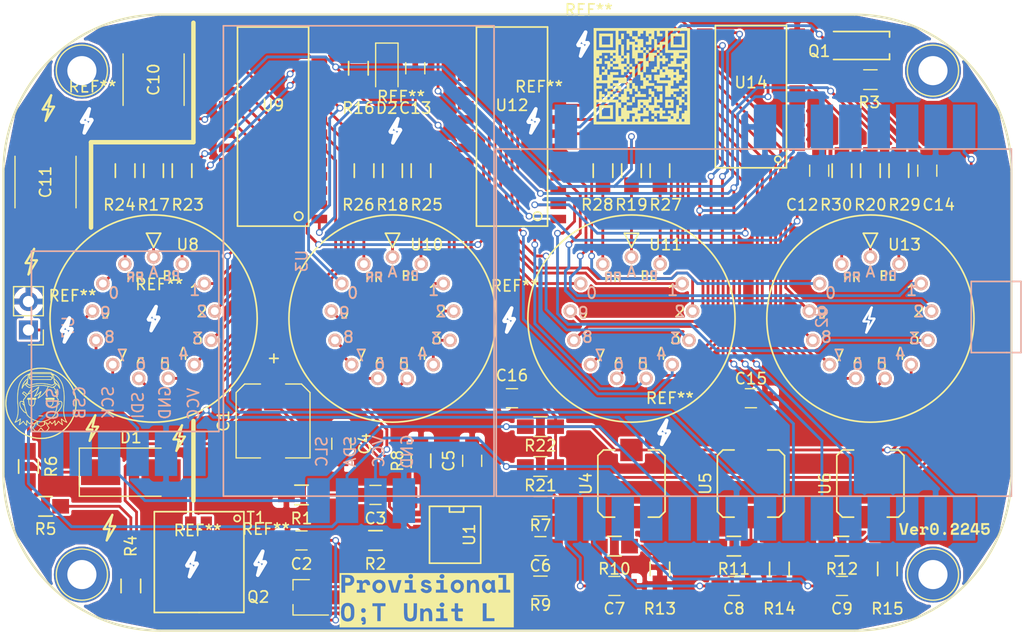
<source format=kicad_pcb>
(kicad_pcb (version 4) (host pcbnew 4.0.6)
  (layers (0 F.Cu signal) (31 B.Cu signal) (34 B.Paste user) (35 F.Paste user) (36 B.SilkS user) (37 F.SilkS user) (38 B.Mask user hide) (39 F.Mask user) (44 Edge.Cuts user))
  (net 0 "")
  (net 1 "Net-(C2-Pad1)")
  (net 2 GND)
  (net 3 "Net-(C3-Pad1)")
  (net 4 "Net-(C3-Pad2)")
  (net 5 +5V)
  (net 6 "Net-(C5-Pad1)")
  (net 7 "Net-(C6-Pad1)")
  (net 8 "Net-(C7-Pad1)")
  (net 9 "Net-(C8-Pad1)")
  (net 10 "Net-(C9-Pad1)")
  (net 11 /HVout)
  (net 12 "Net-(Q1-Pad2)")
  (net 13 +3V3)
  (net 14 "Net-(Q2-Pad1)")
  (net 15 "Net-(Q2-Pad3)")
  (net 16 "Net-(R4-Pad1)")
  (net 17 "Net-(R5-Pad1)")
  (net 18 "Net-(R9-Pad2)")
  (net 19 "Net-(R10-Pad2)")
  (net 20 "Net-(R11-Pad2)")
  (net 21 "Net-(R12-Pad2)")
  (net 22 "Net-(R17-Pad2)")
  (net 23 "Net-(R18-Pad2)")
  (net 24 "Net-(R19-Pad2)")
  (net 25 "Net-(R20-Pad2)")
  (net 26 "Net-(R21-Pad2)")
  (net 27 "Net-(R22-Pad2)")
  (net 28 "Net-(R23-Pad1)")
  (net 29 "Net-(R23-Pad2)")
  (net 30 "Net-(R24-Pad1)")
  (net 31 "Net-(R24-Pad2)")
  (net 32 "Net-(R25-Pad1)")
  (net 33 "Net-(R25-Pad2)")
  (net 34 "Net-(R26-Pad1)")
  (net 35 "Net-(R26-Pad2)")
  (net 36 "Net-(R27-Pad1)")
  (net 37 "Net-(R27-Pad2)")
  (net 38 "Net-(R28-Pad1)")
  (net 39 "Net-(R28-Pad2)")
  (net 40 "Net-(R29-Pad1)")
  (net 41 "Net-(R29-Pad2)")
  (net 42 "Net-(R30-Pad1)")
  (net 43 "Net-(R30-Pad2)")
  (net 44 "Net-(D1-Pad2)")
  (net 45 /DIN)
  (net 46 /LOAD)
  (net 47 /CLK)
  (net 48 /BLANK)
  (net 49 "Net-(U2-Pad19)")
  (net 50 "Net-(U2-Pad18)")
  (net 51 "Net-(U2-Pad13)")
  (net 52 "Net-(U2-Pad12)")
  (net 53 "Net-(U2-Pad11)")
  (net 54 "Net-(U8-Pad12)")
  (net 55 "Net-(U8-Pad11)")
  (net 56 "Net-(U8-Pad10)")
  (net 57 "Net-(U8-Pad9)")
  (net 58 "Net-(U8-Pad8)")
  (net 59 "Net-(U8-Pad7)")
  (net 60 "Net-(U8-Pad6)")
  (net 61 "Net-(U8-Pad5)")
  (net 62 "Net-(U8-Pad4)")
  (net 63 "Net-(U8-Pad3)")
  (net 64 "Net-(U10-Pad12)")
  (net 65 "Net-(U10-Pad3)")
  (net 66 "Net-(U10-Pad4)")
  (net 67 "Net-(U10-Pad5)")
  (net 68 "Net-(U10-Pad6)")
  (net 69 "Net-(U10-Pad7)")
  (net 70 "Net-(U10-Pad8)")
  (net 71 "Net-(U10-Pad9)")
  (net 72 "Net-(U12-Pad27)")
  (net 73 "Net-(U10-Pad11)")
  (net 74 "Net-(U10-Pad10)")
  (net 75 "Net-(U11-Pad12)")
  (net 76 "Net-(U11-Pad11)")
  (net 77 "Net-(U11-Pad10)")
  (net 78 "Net-(U11-Pad9)")
  (net 79 "Net-(U11-Pad8)")
  (net 80 "Net-(U11-Pad7)")
  (net 81 "Net-(U11-Pad6)")
  (net 82 "Net-(U11-Pad5)")
  (net 83 "Net-(U11-Pad4)")
  (net 84 "Net-(U11-Pad3)")
  (net 85 "Net-(U12-Pad6)")
  (net 86 "Net-(U12-Pad5)")
  (net 87 "Net-(U12-Pad4)")
  (net 88 "Net-(U12-Pad3)")
  (net 89 "Net-(U12-Pad2)")
  (net 90 "Net-(U13-Pad11)")
  (net 91 "Net-(U13-Pad10)")
  (net 92 "Net-(U13-Pad9)")
  (net 93 "Net-(U13-Pad8)")
  (net 94 "Net-(U13-Pad7)")
  (net 95 "Net-(U13-Pad6)")
  (net 96 "Net-(U14-Pad6)")
  (net 97 "Net-(U14-Pad5)")
  (net 98 "Net-(U14-Pad4)")
  (net 99 "Net-(U14-Pad3)")
  (net 100 "Net-(U14-Pad2)")
  (net 101 "Net-(U7-Pad5)")
  (net 102 "Net-(U7-Pad6)")
  (net 103 "Net-(C12-Pad2)")
  (net 104 "Net-(D2-Pad1)")
  (module BamboulabFootprints:Biri-Biri-via-small (layer F.Cu) (at 51.435 86.487)
    (fp_text reference REF** (at 0.508 -3.048) (layer F.SilkS))
    (fp_text value "Biri-Biri via")
    (pad 1 thru_hole oval (at -0.254 0.127) (size 0.758 0.4) (drill oval 0.658 0.3) (layers *.Cu *.Mask) (net 2 GND))
    (pad 1 thru_hole oval (at 0.254 -0.127) (size 0.758 0.4) (drill oval 0.658 0.3) (layers *.Cu *.Mask) (net 2 GND))
    (pad 1 thru_hole oval (at 0.127 0.508 59.036) (size 1.73 0.4) (drill oval 1.63 0.3) (layers *.Cu *.Mask) (net 2 GND))
    (pad 1 thru_hole oval (at -0.127 -0.508 59.036) (size 1.73 0.4) (drill oval 1.63 0.3) (layers *.Cu *.Mask) (net 2 GND))
    (pad 1 thru_hole oval (at 0.127 -0.635 75.964) (size 1.2975 0.4) (drill oval 1.1975 0.3) (layers *.Cu *.Mask) (net 2 GND))
    (pad 1 thru_hole oval (at -0.127 0.635 75.964) (size 1.2975 0.4) (drill oval 1.1975 0.3) (layers *.Cu *.Mask) (net 2 GND))
  )
  (module BamboulabFootprints:Biri-Biri-via-small (layer F.Cu) (at 121.285 104.267)
    (fp_text reference REF** hide)
    (fp_text value "Biri-Biri via")
    (pad 1 thru_hole oval (at -0.254 0.127) (size 0.758 0.3) (drill oval 0.658 0.2) (layers *.Cu) (net 2 GND))
    (pad 1 thru_hole oval (at 0.254 -0.127) (size 0.758 0.3) (drill oval 0.658 0.2) (layers *.Cu) (net 2 GND))
    (pad 1 thru_hole oval (at 0.127 0.508 59.036) (size 1.73 0.3) (drill oval 1.63 0.2) (layers *.Cu) (net 2 GND))
    (pad 1 thru_hole oval (at -0.127 -0.508 59.036) (size 1.73 0.3) (drill oval 1.63 0.2) (layers *.Cu) (net 2 GND))
    (pad 1 thru_hole oval (at 0.127 -0.635 75.964) (size 1.2975 0.3) (drill oval 1.1975 0.2) (layers *.Cu) (net 2 GND))
    (pad 1 thru_hole oval (at -0.127 0.635 75.964) (size 1.2975 0.3) (drill oval 1.1975 0.2) (layers *.Cu) (net 2 GND))
  )
  (module Diodes_SMD:D_SMB_Handsoldering (layer F.Cu) (at 55.372 117.856)
    (fp_text reference D1 (at 0 -3.1) (layer F.SilkS))
    (fp_text value STPS4S200)
    (pad 1 smd rect (at -2.7 0) (size 3.5 2.3) (layers F.Cu F.Paste F.Mask) (net 11 /HVout))
    (pad 2 smd rect (at 2.7 0) (size 3.5 2.3) (layers F.Cu F.Paste F.Mask) (net 44 "Net-(D1-Pad2)"))
  )
  (module Capacitors_SMD:C_0805_HandSoldering (layer F.Cu) (at 98.552 128.016)
    (fp_text reference C7 (at 0 2.032) (layer F.SilkS))
    (fp_text value 0.1u)
    (pad 1 smd rect (at -1.25 0) (size 1.5 1.25) (layers F.Cu F.Paste F.Mask) (net 8 "Net-(C7-Pad1)"))
    (pad 2 smd rect (at 1.25 0) (size 1.5 1.25) (layers F.Cu F.Paste F.Mask) (net 2 GND))
  )
  (module Resistors_SMD:R_0805_HandSoldering (layer F.Cu) (at 102.616 126.492 270)
    (fp_text reference R13 (at 3.556 0 360) (layer F.SilkS))
    (fp_text value R_Small)
    (pad 1 smd rect (at -1.35 0 270) (size 1.5 1.3) (layers F.Cu F.Paste F.Mask) (net 19 "Net-(R10-Pad2)"))
    (pad 2 smd rect (at 1.35 0 270) (size 1.5 1.3) (layers F.Cu F.Paste F.Mask) (net 2 GND))
  )
  (module Resistors_SMD:R_0805_HandSoldering (layer F.Cu) (at 122.936 126.492 270)
    (fp_text reference R15 (at 3.556 0 540) (layer F.SilkS))
    (fp_text value R_Small)
    (pad 1 smd rect (at -1.35 0 270) (size 1.5 1.3) (layers F.Cu F.Paste F.Mask) (net 21 "Net-(R12-Pad2)"))
    (pad 2 smd rect (at 1.35 0 270) (size 1.5 1.3) (layers F.Cu F.Paste F.Mask) (net 2 GND))
  )
  (module BamboulabFootprints:Altoid (layer F.Cu) (at 89 104)
    (fp_text reference "" (at 0 5.08) (layer F.SilkS))
    (fp_text value Altoid)
  )
  (module Resistors_SMD:R_0805_HandSoldering (layer F.Cu) (at 54.864 90.932 90)
    (fp_text reference R24 (at -3.048 -0.508 180) (layer F.SilkS))
    (fp_text value R_Small)
    (pad 1 smd rect (at -1.35 0 90) (size 1.5 1.3) (layers F.Cu F.Paste F.Mask) (net 30 "Net-(R24-Pad1)"))
    (pad 2 smd rect (at 1.35 0 90) (size 1.5 1.3) (layers F.Cu F.Paste F.Mask) (net 31 "Net-(R24-Pad2)"))
  )
  (module BamboulabFootprints:SPEH120100 (layer F.Cu) (at 100.076 118.872 90)
    (fp_text reference U4 (at 0 -4.064 90) (layer F.SilkS))
    (fp_text value PushButton)
    (pad 1 smd rect (at -3 0 90) (size 2 2) (layers F.Cu F.Paste F.Mask) (net 19 "Net-(R10-Pad2)"))
    (pad 2 smd rect (at 3 0 90) (size 2 2) (layers F.Cu F.Paste F.Mask) (net 13 +3V3))
  )
  (module Resistors_SMD:R_0805_HandSoldering (layer F.Cu) (at 118.872 124.46)
    (fp_text reference R12 (at 0 2.032) (layer F.SilkS))
    (fp_text value R_Small)
    (pad 1 smd rect (at -1.35 0) (size 1.5 1.3) (layers F.Cu F.Paste F.Mask) (net 10 "Net-(C9-Pad1)"))
    (pad 2 smd rect (at 1.35 0) (size 1.5 1.3) (layers F.Cu F.Paste F.Mask) (net 21 "Net-(R12-Pad2)"))
  )
  (module Capacitors_SMD:CP_Elec_6.3x7.7 (layer F.Cu) (at 68.072 113.284 270)
    (fp_text reference C1 (at 0 4.43 270) (layer F.SilkS))
    (fp_text value 220u)
    (fp_text user + (at -5.588 0 270) (layer F.SilkS))
    (pad 1 smd rect (at -2.7 0 90) (size 3.5 1.6) (layers F.Cu F.Paste F.Mask) (net 5 +5V))
    (pad 2 smd rect (at 2.7 0 90) (size 3.5 1.6) (layers F.Cu F.Paste F.Mask) (net 2 GND))
  )
  (module Resistors_SMD:R_0805_HandSoldering (layer F.Cu) (at 78.74 90.932 270)
    (fp_text reference R18 (at 3.048 0 360) (layer F.SilkS))
    (fp_text value R_Small)
    (pad 1 smd rect (at -1.35 0 270) (size 1.5 1.3) (layers F.Cu F.Paste F.Mask) (net 11 /HVout))
    (pad 2 smd rect (at 1.35 0 270) (size 1.5 1.3) (layers F.Cu F.Paste F.Mask) (net 23 "Net-(R18-Pad2)"))
  )
  (module Diodes_SMD:D_SOD-123 (layer F.Cu) (at 78.232 81.788 270)
    (fp_text reference D2 (at 3.556 0 540) (layer F.SilkS))
    (fp_text value D_Zener_Small_ALT)
    (pad 1 smd rect (at -1.65 0 270) (size 0.9 1.2) (layers F.Cu F.Paste F.Mask) (net 104 "Net-(D2-Pad1)"))
    (pad 2 smd rect (at 1.65 0 270) (size 0.9 1.2) (layers F.Cu F.Paste F.Mask) (net 103 "Net-(C12-Pad2)"))
  )
  (module BamboulabFootprints:SW-28 (layer F.Cu) (at 89.408 86.36 180)
    (fp_text reference U12 (at 0 1.27 180) (layer F.SilkS))
    (fp_text value MAX6931)
    (pad 28 smd rect (at 4.13 -8.89 180) (size 1.4 0.762) (layers F.Cu F.Paste F.Mask) (net 13 +3V3))
    (pad 27 smd rect (at 4.13 -7.62 180) (size 1.4 0.762) (layers F.Cu F.Paste F.Mask) (net 72 "Net-(U12-Pad27)"))
    (pad 26 smd rect (at 4.13 -6.35 180) (size 1.4 0.762) (layers F.Cu F.Paste F.Mask) (net 74 "Net-(U10-Pad10)"))
    (pad 25 smd rect (at 4.13 -5.08 180) (size 1.4 0.762) (layers F.Cu F.Paste F.Mask) (net 73 "Net-(U10-Pad11)"))
    (pad 24 smd rect (at 4.13 -3.81 180) (size 1.4 0.762) (layers F.Cu F.Paste F.Mask) (net 33 "Net-(R25-Pad2)"))
    (pad 23 smd rect (at 4.13 -2.54 180) (size 1.4 0.762) (layers F.Cu F.Paste F.Mask) (net 35 "Net-(R26-Pad2)"))
    (pad 22 smd rect (at 4.13 -1.27 180) (size 1.4 0.762) (layers F.Cu F.Paste F.Mask) (net 75 "Net-(U11-Pad12)"))
    (pad 21 smd rect (at 4.13 0 180) (size 1.4 0.762) (layers F.Cu F.Paste F.Mask) (net 84 "Net-(U11-Pad3)"))
    (pad 20 smd rect (at 4.13 1.27 180) (size 1.4 0.762) (layers F.Cu F.Paste F.Mask) (net 83 "Net-(U11-Pad4)"))
    (pad 19 smd rect (at 4.13 2.54 180) (size 1.4 0.762) (layers F.Cu F.Paste F.Mask) (net 82 "Net-(U11-Pad5)"))
    (pad 18 smd rect (at 4.13 3.81 180) (size 1.4 0.762) (layers F.Cu F.Paste F.Mask) (net 81 "Net-(U11-Pad6)"))
    (pad 17 smd rect (at 4.13 5.08 180) (size 1.4 0.762) (layers F.Cu F.Paste F.Mask) (net 80 "Net-(U11-Pad7)"))
    (pad 16 smd rect (at 4.13 6.35 180) (size 1.4 0.762) (layers F.Cu F.Paste F.Mask) (net 46 /LOAD))
    (pad 15 smd rect (at 4.13 7.62 180) (size 1.4 0.762) (layers F.Cu F.Paste F.Mask) (net 47 /CLK))
    (pad 14 smd rect (at -4.13 7.62 180) (size 1.4 0.762) (layers F.Cu F.Paste F.Mask) (net 2 GND))
    (pad 13 smd rect (at -4.13 6.35 180) (size 1.4 0.762) (layers F.Cu F.Paste F.Mask) (net 48 /BLANK))
    (pad 12 smd rect (at -4.13 5.08 180) (size 1.4 0.762) (layers F.Cu F.Paste F.Mask) (net 79 "Net-(U11-Pad8)"))
    (pad 11 smd rect (at -4.13 3.81 180) (size 1.4 0.762) (layers F.Cu F.Paste F.Mask) (net 78 "Net-(U11-Pad9)"))
    (pad 10 smd rect (at -4.13 2.54 180) (size 1.4 0.762) (layers F.Cu F.Paste F.Mask) (net 77 "Net-(U11-Pad10)"))
    (pad 9 smd rect (at -4.13 1.27 180) (size 1.4 0.762) (layers F.Cu F.Paste F.Mask) (net 76 "Net-(U11-Pad11)"))
    (pad 8 smd rect (at -4.13 0 180) (size 1.4 0.762) (layers F.Cu F.Paste F.Mask) (net 37 "Net-(R27-Pad2)"))
    (pad 7 smd rect (at -4.13 -1.27 180) (size 1.4 0.762) (layers F.Cu F.Paste F.Mask) (net 39 "Net-(R28-Pad2)"))
    (pad 6 smd rect (at -4.13 -2.54 180) (size 1.4 0.762) (layers F.Cu F.Paste F.Mask) (net 85 "Net-(U12-Pad6)"))
    (pad 5 smd rect (at -4.13 -3.81 180) (size 1.4 0.762) (layers F.Cu F.Paste F.Mask) (net 86 "Net-(U12-Pad5)"))
    (pad 4 smd rect (at -4.13 -5.08 180) (size 1.4 0.762) (layers F.Cu F.Paste F.Mask) (net 87 "Net-(U12-Pad4)"))
    (pad 3 smd rect (at -4.13 -6.35 180) (size 1.4 0.762) (layers F.Cu F.Paste F.Mask) (net 88 "Net-(U12-Pad3)"))
    (pad 2 smd rect (at -4.13 -7.62 180) (size 1.4 0.762) (layers F.Cu F.Paste F.Mask) (net 89 "Net-(U12-Pad2)"))
    (pad 1 smd rect (at -4.13 -8.89 180) (size 1.4 0.762) (layers F.Cu F.Paste F.Mask) (net 103 "Net-(C12-Pad2)"))
  )
  (module BamboulabFootprints:IN-14 (layer F.Cu) (at 78.74 104.14)
    (fp_text reference U10 (at 3.048 -6.604) (layer F.SilkS))
    (fp_text value IN-14)
    (fp_text user A (at 0 -4.191) (layer B.SilkS) (effects (justify mirror)))
    (fp_text user 1 (at 3.683 -2.54) (layer B.SilkS) (effects (justify mirror)))
    (fp_text user 2 (at 4.318 -0.635) (layer B.SilkS) (effects (justify mirror)))
    (fp_text user PL (at 1.651 -3.81) (layer B.SilkS) (effects (font (size 0.8 0.8)) (justify mirror)))
    (fp_text user 3 (at 3.937 1.778) (layer B.SilkS) (effects (justify mirror)))
    (fp_text user 4 (at 2.667 3.175) (layer B.SilkS) (effects (justify mirror)))
    (fp_text user 5 (at 1.016 4.064) (layer B.SilkS) (effects (justify mirror)))
    (fp_text user 6 (at -1.143 4.064) (layer B.SilkS) (effects (justify mirror)))
    (fp_text user 7 (at -2.794 3.302) (layer B.SilkS) (effects (justify mirror)))
    (fp_text user 8 (at -3.937 1.651) (layer B.SilkS) (effects (justify mirror)))
    (fp_text user 9 (at -4.318 -0.508) (layer B.SilkS) (effects (justify mirror)))
    (fp_text user 0 (at -3.556 -2.286) (layer B.SilkS) (effects (justify mirror)))
    (fp_text user PR (at -1.651 -3.683) (layer B.SilkS) (effects (font (size 0.8 0.8)) (justify mirror)))
    (fp_text user A (at 0 -4.191) (layer F.SilkS))
    (fp_text user 1 (at 3.683 -2.54) (layer F.SilkS))
    (fp_text user 2 (at 4.318 -0.635) (layer F.SilkS))
    (fp_text user 3 (at 3.937 1.778) (layer F.SilkS))
    (fp_text user 4 (at 2.667 3.175) (layer F.SilkS))
    (fp_text user 5 (at 1.016 4.064) (layer F.SilkS))
    (fp_text user 6 (at -1.143 4.064) (layer F.SilkS))
    (fp_text user 7 (at -2.794 3.302) (layer F.SilkS))
    (fp_text user 8 (at -3.937 1.651) (layer F.SilkS))
    (fp_text user 9 (at -4.318 -0.508) (layer F.SilkS))
    (fp_text user 0 (at -3.556 -2.286) (layer F.SilkS))
    (fp_text user PR (at -1.651 -3.683) (layer F.SilkS) (effects (font (size 0.8 0.8))))
    (fp_text user PL (at 1.524 -3.81) (layer F.SilkS) (effects (font (size 0.8 0.8))))
    (pad 13 thru_hole circle (at -2.56 -4.87) (size 1.2 1.2) (drill 0.7) (layers *.Cu *.Adhes *.Paste *.SilkS *.Mask Dwgs.User Eco1.User Eco2.User) (net 34 "Net-(R26-Pad1)"))
    (pad 12 thru_hole circle (at -4.53 -3.13) (size 1.2 1.2) (drill 0.7) (layers *.Cu *.Adhes *.Paste *.SilkS *.Mask Dwgs.User Eco1.User Eco2.User) (net 64 "Net-(U10-Pad12)"))
    (pad 11 thru_hole circle (at -5.46 -0.67) (size 1.2 1.2) (drill 0.7) (layers *.Cu *.Adhes *.Paste *.SilkS *.Mask Dwgs.User Eco1.User Eco2.User) (net 73 "Net-(U10-Pad11)"))
    (pad 10 thru_hole circle (at -5.14 1.94) (size 1.2 1.2) (drill 0.7) (layers *.Cu *.Adhes *.Paste *.SilkS *.Mask Dwgs.User Eco1.User Eco2.User) (net 74 "Net-(U10-Pad10)"))
    (pad 9 thru_hole circle (at -3.65 4.11) (size 1.2 1.2) (drill 0.7) (layers *.Cu *.Adhes *.Paste *.SilkS *.Mask Dwgs.User Eco1.User Eco2.User) (net 71 "Net-(U10-Pad9)"))
    (pad 8 thru_hole circle (at -1.32 5.34) (size 1.2 1.2) (drill 0.7) (layers *.Cu *.Adhes *.Paste *.SilkS *.Mask Dwgs.User Eco1.User Eco2.User) (net 70 "Net-(U10-Pad8)"))
    (pad 7 thru_hole circle (at 1.31 5.34) (size 1.2 1.2) (drill 0.7) (layers *.Cu *.Adhes *.Paste *.SilkS *.Mask Dwgs.User Eco1.User Eco2.User) (net 69 "Net-(U10-Pad7)"))
    (pad 6 thru_hole circle (at 3.64 4.11) (size 1.2 1.2) (drill 0.7) (layers *.Cu *.Adhes *.Paste *.SilkS *.Mask Dwgs.User Eco1.User Eco2.User) (net 68 "Net-(U10-Pad6)"))
    (pad 5 thru_hole circle (at 5.14 1.94) (size 1.2 1.2) (drill 0.7) (layers *.Cu *.Adhes *.Paste *.SilkS *.Mask Dwgs.User Eco1.User Eco2.User) (net 67 "Net-(U10-Pad5)"))
    (pad 4 thru_hole circle (at 5.46 -0.67) (size 1.2 1.2) (drill 0.7) (layers *.Cu *.Adhes *.Paste *.SilkS *.Mask Dwgs.User Eco1.User Eco2.User) (net 66 "Net-(U10-Pad4)"))
    (pad 3 thru_hole circle (at 4.53 -3.13) (size 1.2 1.2) (drill 0.7) (layers *.Cu *.Adhes *.Paste *.SilkS *.Mask Dwgs.User Eco1.User Eco2.User) (net 65 "Net-(U10-Pad3)"))
    (pad 2 thru_hole circle (at 2.56 -4.87) (size 1.2 1.2) (drill 0.7) (layers *.Cu *.Adhes *.Paste *.SilkS *.Mask Dwgs.User Eco1.User Eco2.User) (net 32 "Net-(R25-Pad1)"))
    (pad 1 thru_hole circle (at 0 -5.5) (size 1.2 1.2) (drill 0.7) (layers *.Cu *.Adhes *.Paste *.SilkS *.Mask Dwgs.User Eco1.User Eco2.User) (net 23 "Net-(R18-Pad2)"))
  )
  (module Capacitors_SMD:C_0805_HandSoldering (layer F.Cu) (at 70.612 123.952 180)
    (fp_text reference C2 (at 0 -2.1 180) (layer F.SilkS))
    (fp_text value 0.001)
    (pad 1 smd rect (at -1.25 0 180) (size 1.5 1.25) (layers F.Cu F.Paste F.Mask) (net 1 "Net-(C2-Pad1)"))
    (pad 2 smd rect (at 1.25 0 180) (size 1.5 1.25) (layers F.Cu F.Paste F.Mask) (net 2 GND))
  )
  (module Capacitors_SMD:C_0805_HandSoldering (layer F.Cu) (at 77.216 119.888 180)
    (fp_text reference C3 (at 0 -2.1 180) (layer F.SilkS))
    (fp_text value 0.1u)
    (pad 1 smd rect (at -1.25 0 180) (size 1.5 1.25) (layers F.Cu F.Paste F.Mask) (net 3 "Net-(C3-Pad1)"))
    (pad 2 smd rect (at 1.25 0 180) (size 1.5 1.25) (layers F.Cu F.Paste F.Mask) (net 4 "Net-(C3-Pad2)"))
  )
  (module Capacitors_SMD:C_0805_HandSoldering (layer F.Cu) (at 74.168 115.316 270)
    (fp_text reference C4 (at 0 -2.1 450) (layer F.SilkS))
    (fp_text value 10u)
    (pad 1 smd rect (at -1.25 0 270) (size 1.5 1.25) (layers F.Cu F.Paste F.Mask) (net 5 +5V))
    (pad 2 smd rect (at 1.25 0 270) (size 1.5 1.25) (layers F.Cu F.Paste F.Mask) (net 2 GND))
  )
  (module Capacitors_SMD:C_0805_HandSoldering (layer F.Cu) (at 85.852 116.84 90)
    (fp_text reference C5 (at 0 -2.1 90) (layer F.SilkS))
    (fp_text value 0.01u)
    (pad 1 smd rect (at -1.25 0 90) (size 1.5 1.25) (layers F.Cu F.Paste F.Mask) (net 6 "Net-(C5-Pad1)"))
    (pad 2 smd rect (at 1.25 0 90) (size 1.5 1.25) (layers F.Cu F.Paste F.Mask) (net 2 GND))
  )
  (module Capacitors_SMD:C_0805_HandSoldering (layer F.Cu) (at 109.22 128.016)
    (fp_text reference C8 (at 0 2.032) (layer F.SilkS))
    (fp_text value 0.1u)
    (pad 1 smd rect (at -1.25 0) (size 1.5 1.25) (layers F.Cu F.Paste F.Mask) (net 9 "Net-(C8-Pad1)"))
    (pad 2 smd rect (at 1.25 0) (size 1.5 1.25) (layers F.Cu F.Paste F.Mask) (net 2 GND))
  )
  (module Capacitors_SMD:C_0805_HandSoldering (layer F.Cu) (at 118.872 128.016)
    (fp_text reference C9 (at 0 2.032) (layer F.SilkS))
    (fp_text value 0.1u)
    (pad 1 smd rect (at -1.25 0) (size 1.5 1.25) (layers F.Cu F.Paste F.Mask) (net 10 "Net-(C9-Pad1)"))
    (pad 2 smd rect (at 1.25 0) (size 1.5 1.25) (layers F.Cu F.Paste F.Mask) (net 2 GND))
  )
  (module Capacitors_SMD:C_2220_HandSoldering (layer F.Cu) (at 57.404 82.804 90)
    (fp_text reference C10 (at 0 0 90) (layer F.SilkS))
    (fp_text value 1u)
    (pad 1 smd rect (at -3.5 0 90) (size 2.4 5) (layers F.Cu F.Paste F.Mask) (net 11 /HVout))
    (pad 2 smd rect (at 3.5 0 90) (size 2.4 5) (layers F.Cu F.Paste F.Mask) (net 2 GND))
  )
  (module Capacitors_SMD:C_2220_HandSoldering (layer F.Cu) (at 47.752 91.948 270)
    (fp_text reference C11 (at 0 0 270) (layer F.SilkS))
    (fp_text value 1u)
    (pad 1 smd rect (at -3.5 0 270) (size 2.4 5) (layers F.Cu F.Paste F.Mask) (net 11 /HVout))
    (pad 2 smd rect (at 3.5 0 270) (size 2.4 5) (layers F.Cu F.Paste F.Mask) (net 2 GND))
  )
  (module TO_SOT_Packages_SMD:SOT-23_Handsoldering (layer F.Cu) (at 70.612 129.032 180)
    (fp_text reference Q2 (at 3.862 0.032 180) (layer F.SilkS))
    (fp_text value RSR030N06TL)
    (pad 1 smd rect (at -1.5 -0.95 180) (size 1.9 0.8) (layers F.Cu F.Paste F.Mask) (net 14 "Net-(Q2-Pad1)"))
    (pad 2 smd rect (at -1.5 0.95 180) (size 1.9 0.8) (layers F.Cu F.Paste F.Mask) (net 6 "Net-(C5-Pad1)"))
    (pad 3 smd rect (at 1.5 0 180) (size 1.9 0.8) (layers F.Cu F.Paste F.Mask) (net 15 "Net-(Q2-Pad3)"))
  )
  (module Resistors_SMD:R_0805_HandSoldering (layer F.Cu) (at 70.612 119.888 180)
    (fp_text reference R1 (at 0 -2.1 180) (layer F.SilkS))
    (fp_text value 1K)
    (pad 1 smd rect (at -1.35 0 180) (size 1.5 1.3) (layers F.Cu F.Paste F.Mask) (net 4 "Net-(C3-Pad2)"))
    (pad 2 smd rect (at 1.35 0 180) (size 1.5 1.3) (layers F.Cu F.Paste F.Mask) (net 2 GND))
  )
  (module Resistors_SMD:R_0805_HandSoldering (layer F.Cu) (at 77.216 123.952 180)
    (fp_text reference R2 (at 0 -2.1 180) (layer F.SilkS))
    (fp_text value 13K)
    (pad 1 smd rect (at -1.35 0 180) (size 1.5 1.3) (layers F.Cu F.Paste F.Mask) (net 1 "Net-(C2-Pad1)"))
    (pad 2 smd rect (at 1.35 0 180) (size 1.5 1.3) (layers F.Cu F.Paste F.Mask) (net 2 GND))
  )
  (module Resistors_SMD:R_0805_HandSoldering (layer F.Cu) (at 55.372 128.016 270)
    (fp_text reference R4 (at -3.556 0 270) (layer F.SilkS))
    (fp_text value 1M)
    (pad 1 smd rect (at -1.35 0 270) (size 1.5 1.3) (layers F.Cu F.Paste F.Mask) (net 16 "Net-(R4-Pad1)"))
    (pad 2 smd rect (at 1.35 0 270) (size 1.5 1.3) (layers F.Cu F.Paste F.Mask) (net 1 "Net-(C2-Pad1)"))
  )
  (module Resistors_SMD:R_0805_HandSoldering (layer F.Cu) (at 47.752 120.904)
    (fp_text reference R5 (at 0 2.032) (layer F.SilkS))
    (fp_text value 820K)
    (pad 1 smd rect (at -1.35 0) (size 1.5 1.3) (layers F.Cu F.Paste F.Mask) (net 17 "Net-(R5-Pad1)"))
    (pad 2 smd rect (at 1.35 0) (size 1.5 1.3) (layers F.Cu F.Paste F.Mask) (net 16 "Net-(R4-Pad1)"))
  )
  (module Resistors_SMD:R_0805_HandSoldering (layer F.Cu) (at 46.228 117.348 270)
    (fp_text reference R6 (at 0 -2.032 270) (layer F.SilkS))
    (fp_text value 24K)
    (pad 1 smd rect (at -1.35 0 270) (size 1.5 1.3) (layers F.Cu F.Paste F.Mask) (net 11 /HVout))
    (pad 2 smd rect (at 1.35 0 270) (size 1.5 1.3) (layers F.Cu F.Paste F.Mask) (net 17 "Net-(R5-Pad1)"))
  )
  (module Resistors_SMD:R_0805_HandSoldering (layer F.Cu) (at 81.28 116.84 90)
    (fp_text reference R8 (at 0 -2.1 270) (layer F.SilkS))
    (fp_text value 0.1)
    (pad 1 smd rect (at -1.35 0 90) (size 1.5 1.3) (layers F.Cu F.Paste F.Mask) (net 6 "Net-(C5-Pad1)"))
    (pad 2 smd rect (at 1.35 0 90) (size 1.5 1.3) (layers F.Cu F.Paste F.Mask) (net 2 GND))
  )
  (module Resistors_SMD:R_0805_HandSoldering (layer F.Cu) (at 98.552 124.46)
    (fp_text reference R10 (at 0 2.032) (layer F.SilkS))
    (fp_text value R_Small)
    (pad 1 smd rect (at -1.35 0) (size 1.5 1.3) (layers F.Cu F.Paste F.Mask) (net 8 "Net-(C7-Pad1)"))
    (pad 2 smd rect (at 1.35 0) (size 1.5 1.3) (layers F.Cu F.Paste F.Mask) (net 19 "Net-(R10-Pad2)"))
  )
  (module Resistors_SMD:R_0805_HandSoldering (layer F.Cu) (at 109.22 124.46)
    (fp_text reference R11 (at 0 2.032) (layer F.SilkS))
    (fp_text value R_Small)
    (pad 1 smd rect (at -1.35 0) (size 1.5 1.3) (layers F.Cu F.Paste F.Mask) (net 9 "Net-(C8-Pad1)"))
    (pad 2 smd rect (at 1.35 0) (size 1.5 1.3) (layers F.Cu F.Paste F.Mask) (net 20 "Net-(R11-Pad2)"))
  )
  (module Resistors_SMD:R_0805_HandSoldering (layer F.Cu) (at 113.284 126.492 270)
    (fp_text reference R14 (at 3.556 0 360) (layer F.SilkS))
    (fp_text value R_Small)
    (pad 1 smd rect (at -1.35 0 270) (size 1.5 1.3) (layers F.Cu F.Paste F.Mask) (net 20 "Net-(R11-Pad2)"))
    (pad 2 smd rect (at 1.35 0 270) (size 1.5 1.3) (layers F.Cu F.Paste F.Mask) (net 2 GND))
  )
  (module Resistors_SMD:R_0805_HandSoldering (layer F.Cu) (at 75.692 81.788 90)
    (fp_text reference R16 (at -3.556 0 180) (layer F.SilkS))
    (fp_text value R_Small)
    (pad 1 smd rect (at -1.35 0 90) (size 1.5 1.3) (layers F.Cu F.Paste F.Mask) (net 11 /HVout))
    (pad 2 smd rect (at 1.35 0 90) (size 1.5 1.3) (layers F.Cu F.Paste F.Mask) (net 104 "Net-(D2-Pad1)"))
  )
  (module Resistors_SMD:R_0805_HandSoldering (layer F.Cu) (at 57.404 90.932 270)
    (fp_text reference R17 (at 3.048 0 360) (layer F.SilkS))
    (fp_text value R_Small)
    (pad 1 smd rect (at -1.35 0 270) (size 1.5 1.3) (layers F.Cu F.Paste F.Mask) (net 11 /HVout))
    (pad 2 smd rect (at 1.35 0 270) (size 1.5 1.3) (layers F.Cu F.Paste F.Mask) (net 22 "Net-(R17-Pad2)"))
  )
  (module Resistors_SMD:R_0805_HandSoldering (layer F.Cu) (at 100.076 90.932 270)
    (fp_text reference R19 (at 3.048 0 360) (layer F.SilkS))
    (fp_text value R_Small)
    (pad 1 smd rect (at -1.35 0 270) (size 1.5 1.3) (layers F.Cu F.Paste F.Mask) (net 11 /HVout))
    (pad 2 smd rect (at 1.35 0 270) (size 1.5 1.3) (layers F.Cu F.Paste F.Mask) (net 24 "Net-(R19-Pad2)"))
  )
  (module Resistors_SMD:R_0805_HandSoldering (layer F.Cu) (at 121.412 90.932 270)
    (fp_text reference R20 (at 3.048 0 360) (layer F.SilkS))
    (fp_text value R_Small)
    (pad 1 smd rect (at -1.35 0 270) (size 1.5 1.3) (layers F.Cu F.Paste F.Mask) (net 11 /HVout))
    (pad 2 smd rect (at 1.35 0 270) (size 1.5 1.3) (layers F.Cu F.Paste F.Mask) (net 25 "Net-(R20-Pad2)"))
  )
  (module Resistors_SMD:R_0805_HandSoldering (layer F.Cu) (at 59.944 90.932 90)
    (fp_text reference R23 (at -3.048 0.508 180) (layer F.SilkS))
    (fp_text value R_Small)
    (pad 1 smd rect (at -1.35 0 90) (size 1.5 1.3) (layers F.Cu F.Paste F.Mask) (net 28 "Net-(R23-Pad1)"))
    (pad 2 smd rect (at 1.35 0 90) (size 1.5 1.3) (layers F.Cu F.Paste F.Mask) (net 29 "Net-(R23-Pad2)"))
  )
  (module Resistors_SMD:R_0805_HandSoldering (layer F.Cu) (at 81.28 90.932 90)
    (fp_text reference R25 (at -3.048 0.508 180) (layer F.SilkS))
    (fp_text value R_Small)
    (pad 1 smd rect (at -1.35 0 90) (size 1.5 1.3) (layers F.Cu F.Paste F.Mask) (net 32 "Net-(R25-Pad1)"))
    (pad 2 smd rect (at 1.35 0 90) (size 1.5 1.3) (layers F.Cu F.Paste F.Mask) (net 33 "Net-(R25-Pad2)"))
  )
  (module Resistors_SMD:R_0805_HandSoldering (layer F.Cu) (at 76.2 90.932 90)
    (fp_text reference R26 (at -3.048 -0.508 180) (layer F.SilkS))
    (fp_text value R_Small)
    (pad 1 smd rect (at -1.35 0 90) (size 1.5 1.3) (layers F.Cu F.Paste F.Mask) (net 34 "Net-(R26-Pad1)"))
    (pad 2 smd rect (at 1.35 0 90) (size 1.5 1.3) (layers F.Cu F.Paste F.Mask) (net 35 "Net-(R26-Pad2)"))
  )
  (module Resistors_SMD:R_0805_HandSoldering (layer F.Cu) (at 102.616 90.932 90)
    (fp_text reference R27 (at -3.048 0.508 180) (layer F.SilkS))
    (fp_text value R_Small)
    (pad 1 smd rect (at -1.35 0 90) (size 1.5 1.3) (layers F.Cu F.Paste F.Mask) (net 36 "Net-(R27-Pad1)"))
    (pad 2 smd rect (at 1.35 0 90) (size 1.5 1.3) (layers F.Cu F.Paste F.Mask) (net 37 "Net-(R27-Pad2)"))
  )
  (module Resistors_SMD:R_0805_HandSoldering (layer F.Cu) (at 97.536 90.932 90)
    (fp_text reference R28 (at -3.048 -0.508 180) (layer F.SilkS))
    (fp_text value R_Small)
    (pad 1 smd rect (at -1.35 0 90) (size 1.5 1.3) (layers F.Cu F.Paste F.Mask) (net 38 "Net-(R28-Pad1)"))
    (pad 2 smd rect (at 1.35 0 90) (size 1.5 1.3) (layers F.Cu F.Paste F.Mask) (net 39 "Net-(R28-Pad2)"))
  )
  (module Resistors_SMD:R_0805_HandSoldering (layer F.Cu) (at 123.952 90.932 90)
    (fp_text reference R29 (at -3.048 0.508 180) (layer F.SilkS))
    (fp_text value R_Small)
    (pad 1 smd rect (at -1.35 0 90) (size 1.5 1.3) (layers F.Cu F.Paste F.Mask) (net 40 "Net-(R29-Pad1)"))
    (pad 2 smd rect (at 1.35 0 90) (size 1.5 1.3) (layers F.Cu F.Paste F.Mask) (net 41 "Net-(R29-Pad2)"))
  )
  (module Resistors_SMD:R_0805_HandSoldering (layer F.Cu) (at 118.872 90.932 90)
    (fp_text reference R30 (at -3.048 -0.508 180) (layer F.SilkS))
    (fp_text value R_Small)
    (pad 1 smd rect (at -1.35 0 90) (size 1.5 1.3) (layers F.Cu F.Paste F.Mask) (net 42 "Net-(R30-Pad1)"))
    (pad 2 smd rect (at 1.35 0 90) (size 1.5 1.3) (layers F.Cu F.Paste F.Mask) (net 43 "Net-(R30-Pad2)"))
  )
  (module SMD_Packages:SOIC-8-N (layer F.Cu) (at 84.328 123.444 270)
    (fp_text reference U1 (at 0 -1.27 270) (layer F.SilkS))
    (fp_text value LM3478)
    (pad 8 smd rect (at -1.905 -3.175 270) (size 0.508 1.143) (layers F.Cu F.Paste F.Mask) (net 7 "Net-(C6-Pad1)"))
    (pad 7 smd rect (at -0.635 -3.175 270) (size 0.508 1.143) (layers F.Cu F.Paste F.Mask) (net 18 "Net-(R9-Pad2)"))
    (pad 6 smd rect (at 0.635 -3.175 270) (size 0.508 1.143) (layers F.Cu F.Paste F.Mask) (net 14 "Net-(Q2-Pad1)"))
    (pad 5 smd rect (at 1.905 -3.175 270) (size 0.508 1.143) (layers F.Cu F.Paste F.Mask) (net 2 GND))
    (pad 4 smd rect (at 1.905 3.175 270) (size 0.508 1.143) (layers F.Cu F.Paste F.Mask) (net 2 GND))
    (pad 3 smd rect (at 0.635 3.175 270) (size 0.508 1.143) (layers F.Cu F.Paste F.Mask) (net 1 "Net-(C2-Pad1)"))
    (pad 2 smd rect (at -0.635 3.175 270) (size 0.508 1.143) (layers F.Cu F.Paste F.Mask) (net 3 "Net-(C3-Pad1)"))
    (pad 1 smd rect (at -1.905 3.175 270) (size 0.508 1.143) (layers F.Cu F.Paste F.Mask) (net 6 "Net-(C5-Pad1)"))
  )
  (module BamboulabFootprints:IN-14 (layer F.Cu) (at 57.404 104.14)
    (fp_text reference U8 (at 3.048 -6.604) (layer F.SilkS))
    (fp_text value IN-14)
    (fp_text user A (at 0 -4.191) (layer B.SilkS) (effects (justify mirror)))
    (fp_text user 1 (at 3.683 -2.54) (layer B.SilkS) (effects (justify mirror)))
    (fp_text user 2 (at 4.318 -0.635) (layer B.SilkS) (effects (justify mirror)))
    (fp_text user PL (at 1.651 -3.81) (layer B.SilkS) (effects (font (size 0.8 0.8)) (justify mirror)))
    (fp_text user 3 (at 3.937 1.778) (layer B.SilkS) (effects (justify mirror)))
    (fp_text user 4 (at 2.667 3.175) (layer B.SilkS) (effects (justify mirror)))
    (fp_text user 5 (at 1.016 4.064) (layer B.SilkS) (effects (justify mirror)))
    (fp_text user 6 (at -1.143 4.064) (layer B.SilkS) (effects (justify mirror)))
    (fp_text user 7 (at -2.794 3.302) (layer B.SilkS) (effects (justify mirror)))
    (fp_text user 8 (at -3.937 1.651) (layer B.SilkS) (effects (justify mirror)))
    (fp_text user 9 (at -4.318 -0.508) (layer B.SilkS) (effects (justify mirror)))
    (fp_text user 0 (at -3.556 -2.286) (layer B.SilkS) (effects (justify mirror)))
    (fp_text user PR (at -1.651 -3.683) (layer B.SilkS) (effects (font (size 0.8 0.8)) (justify mirror)))
    (fp_text user A (at 0 -4.191) (layer F.SilkS))
    (fp_text user 1 (at 3.683 -2.54) (layer F.SilkS))
    (fp_text user 2 (at 4.318 -0.635) (layer F.SilkS))
    (fp_text user 3 (at 3.937 1.778) (layer F.SilkS))
    (fp_text user 4 (at 2.667 3.175) (layer F.SilkS))
    (fp_text user 5 (at 1.016 4.064) (layer F.SilkS))
    (fp_text user 6 (at -1.143 4.064) (layer F.SilkS))
    (fp_text user 7 (at -2.794 3.302) (layer F.SilkS))
    (fp_text user 8 (at -3.937 1.651) (layer F.SilkS))
    (fp_text user 9 (at -4.318 -0.508) (layer F.SilkS))
    (fp_text user 0 (at -3.556 -2.286) (layer F.SilkS))
    (fp_text user PR (at -1.651 -3.683) (layer F.SilkS) (effects (font (size 0.8 0.8))))
    (fp_text user PL (at 1.524 -3.81) (layer F.SilkS) (effects (font (size 0.8 0.8))))
    (pad 13 thru_hole circle (at -2.56 -4.87) (size 1.2 1.2) (drill 0.7) (layers *.Cu *.Adhes *.Paste *.SilkS *.Mask Dwgs.User Eco1.User Eco2.User) (net 30 "Net-(R24-Pad1)"))
    (pad 12 thru_hole circle (at -4.53 -3.13) (size 1.2 1.2) (drill 0.7) (layers *.Cu *.Adhes *.Paste *.SilkS *.Mask Dwgs.User Eco1.User Eco2.User) (net 54 "Net-(U8-Pad12)"))
    (pad 11 thru_hole circle (at -5.46 -0.67) (size 1.2 1.2) (drill 0.7) (layers *.Cu *.Adhes *.Paste *.SilkS *.Mask Dwgs.User Eco1.User Eco2.User) (net 55 "Net-(U8-Pad11)"))
    (pad 10 thru_hole circle (at -5.14 1.94) (size 1.2 1.2) (drill 0.7) (layers *.Cu *.Adhes *.Paste *.SilkS *.Mask Dwgs.User Eco1.User Eco2.User) (net 56 "Net-(U8-Pad10)"))
    (pad 9 thru_hole circle (at -3.65 4.11) (size 1.2 1.2) (drill 0.7) (layers *.Cu *.Adhes *.Paste *.SilkS *.Mask Dwgs.User Eco1.User Eco2.User) (net 57 "Net-(U8-Pad9)"))
    (pad 8 thru_hole circle (at -1.32 5.34) (size 1.2 1.2) (drill 0.7) (layers *.Cu *.Adhes *.Paste *.SilkS *.Mask Dwgs.User Eco1.User Eco2.User) (net 58 "Net-(U8-Pad8)"))
    (pad 7 thru_hole circle (at 1.31 5.34) (size 1.2 1.2) (drill 0.7) (layers *.Cu *.Adhes *.Paste *.SilkS *.Mask Dwgs.User Eco1.User Eco2.User) (net 59 "Net-(U8-Pad7)"))
    (pad 6 thru_hole circle (at 3.64 4.11) (size 1.2 1.2) (drill 0.7) (layers *.Cu *.Adhes *.Paste *.SilkS *.Mask Dwgs.User Eco1.User Eco2.User) (net 60 "Net-(U8-Pad6)"))
    (pad 5 thru_hole circle (at 5.14 1.94) (size 1.2 1.2) (drill 0.7) (layers *.Cu *.Adhes *.Paste *.SilkS *.Mask Dwgs.User Eco1.User Eco2.User) (net 61 "Net-(U8-Pad5)"))
    (pad 4 thru_hole circle (at 5.46 -0.67) (size 1.2 1.2) (drill 0.7) (layers *.Cu *.Adhes *.Paste *.SilkS *.Mask Dwgs.User Eco1.User Eco2.User) (net 62 "Net-(U8-Pad4)"))
    (pad 3 thru_hole circle (at 4.53 -3.13) (size 1.2 1.2) (drill 0.7) (layers *.Cu *.Adhes *.Paste *.SilkS *.Mask Dwgs.User Eco1.User Eco2.User) (net 63 "Net-(U8-Pad3)"))
    (pad 2 thru_hole circle (at 2.56 -4.87) (size 1.2 1.2) (drill 0.7) (layers *.Cu *.Adhes *.Paste *.SilkS *.Mask Dwgs.User Eco1.User Eco2.User) (net 28 "Net-(R23-Pad1)"))
    (pad 1 thru_hole circle (at 0 -5.5) (size 1.2 1.2) (drill 0.7) (layers *.Cu *.Adhes *.Paste *.SilkS *.Mask Dwgs.User Eco1.User Eco2.User) (net 22 "Net-(R17-Pad2)"))
  )
  (module BamboulabFootprints:SW-28 (layer F.Cu) (at 68.072 86.36 180)
    (fp_text reference U9 (at 0 1.27 180) (layer F.SilkS))
    (fp_text value MAX6931)
    (pad 28 smd rect (at 4.13 -8.89 180) (size 1.4 0.762) (layers F.Cu F.Paste F.Mask) (net 13 +3V3))
    (pad 27 smd rect (at 4.13 -7.62 180) (size 1.4 0.762) (layers F.Cu F.Paste F.Mask) (net 45 /DIN))
    (pad 26 smd rect (at 4.13 -6.35 180) (size 1.4 0.762) (layers F.Cu F.Paste F.Mask) (net 54 "Net-(U8-Pad12)"))
    (pad 25 smd rect (at 4.13 -5.08 180) (size 1.4 0.762) (layers F.Cu F.Paste F.Mask) (net 63 "Net-(U8-Pad3)"))
    (pad 24 smd rect (at 4.13 -3.81 180) (size 1.4 0.762) (layers F.Cu F.Paste F.Mask) (net 62 "Net-(U8-Pad4)"))
    (pad 23 smd rect (at 4.13 -2.54 180) (size 1.4 0.762) (layers F.Cu F.Paste F.Mask) (net 61 "Net-(U8-Pad5)"))
    (pad 22 smd rect (at 4.13 -1.27 180) (size 1.4 0.762) (layers F.Cu F.Paste F.Mask) (net 60 "Net-(U8-Pad6)"))
    (pad 21 smd rect (at 4.13 0 180) (size 1.4 0.762) (layers F.Cu F.Paste F.Mask) (net 59 "Net-(U8-Pad7)"))
    (pad 20 smd rect (at 4.13 1.27 180) (size 1.4 0.762) (layers F.Cu F.Paste F.Mask) (net 58 "Net-(U8-Pad8)"))
    (pad 19 smd rect (at 4.13 2.54 180) (size 1.4 0.762) (layers F.Cu F.Paste F.Mask) (net 57 "Net-(U8-Pad9)"))
    (pad 18 smd rect (at 4.13 3.81 180) (size 1.4 0.762) (layers F.Cu F.Paste F.Mask) (net 56 "Net-(U8-Pad10)"))
    (pad 17 smd rect (at 4.13 5.08 180) (size 1.4 0.762) (layers F.Cu F.Paste F.Mask) (net 55 "Net-(U8-Pad11)"))
    (pad 16 smd rect (at 4.13 6.35 180) (size 1.4 0.762) (layers F.Cu F.Paste F.Mask) (net 46 /LOAD))
    (pad 15 smd rect (at 4.13 7.62 180) (size 1.4 0.762) (layers F.Cu F.Paste F.Mask) (net 47 /CLK))
    (pad 14 smd rect (at -4.13 7.62 180) (size 1.4 0.762) (layers F.Cu F.Paste F.Mask) (net 2 GND))
    (pad 13 smd rect (at -4.13 6.35 180) (size 1.4 0.762) (layers F.Cu F.Paste F.Mask) (net 48 /BLANK))
    (pad 12 smd rect (at -4.13 5.08 180) (size 1.4 0.762) (layers F.Cu F.Paste F.Mask) (net 29 "Net-(R23-Pad2)"))
    (pad 11 smd rect (at -4.13 3.81 180) (size 1.4 0.762) (layers F.Cu F.Paste F.Mask) (net 31 "Net-(R24-Pad2)"))
    (pad 10 smd rect (at -4.13 2.54 180) (size 1.4 0.762) (layers F.Cu F.Paste F.Mask) (net 64 "Net-(U10-Pad12)"))
    (pad 9 smd rect (at -4.13 1.27 180) (size 1.4 0.762) (layers F.Cu F.Paste F.Mask) (net 65 "Net-(U10-Pad3)"))
    (pad 8 smd rect (at -4.13 0 180) (size 1.4 0.762) (layers F.Cu F.Paste F.Mask) (net 66 "Net-(U10-Pad4)"))
    (pad 7 smd rect (at -4.13 -1.27 180) (size 1.4 0.762) (layers F.Cu F.Paste F.Mask) (net 67 "Net-(U10-Pad5)"))
    (pad 6 smd rect (at -4.13 -2.54 180) (size 1.4 0.762) (layers F.Cu F.Paste F.Mask) (net 68 "Net-(U10-Pad6)"))
    (pad 5 smd rect (at -4.13 -3.81 180) (size 1.4 0.762) (layers F.Cu F.Paste F.Mask) (net 69 "Net-(U10-Pad7)"))
    (pad 4 smd rect (at -4.13 -5.08 180) (size 1.4 0.762) (layers F.Cu F.Paste F.Mask) (net 70 "Net-(U10-Pad8)"))
    (pad 3 smd rect (at -4.13 -6.35 180) (size 1.4 0.762) (layers F.Cu F.Paste F.Mask) (net 71 "Net-(U10-Pad9)"))
    (pad 2 smd rect (at -4.13 -7.62 180) (size 1.4 0.762) (layers F.Cu F.Paste F.Mask) (net 72 "Net-(U12-Pad27)"))
    (pad 1 smd rect (at -4.13 -8.89 180) (size 1.4 0.762) (layers F.Cu F.Paste F.Mask) (net 103 "Net-(C12-Pad2)"))
  )
  (module BamboulabFootprints:IN-14 (layer F.Cu) (at 100.076 104.14)
    (fp_text reference U11 (at 3.048 -6.604) (layer F.SilkS))
    (fp_text value IN-14)
    (fp_text user A (at 0 -4.191) (layer B.SilkS) (effects (justify mirror)))
    (fp_text user 1 (at 3.683 -2.54) (layer B.SilkS) (effects (justify mirror)))
    (fp_text user 2 (at 4.318 -0.635) (layer B.SilkS) (effects (justify mirror)))
    (fp_text user PL (at 1.651 -3.81) (layer B.SilkS) (effects (font (size 0.8 0.8)) (justify mirror)))
    (fp_text user 3 (at 3.937 1.778) (layer B.SilkS) (effects (justify mirror)))
    (fp_text user 4 (at 2.667 3.175) (layer B.SilkS) (effects (justify mirror)))
    (fp_text user 5 (at 1.016 4.064) (layer B.SilkS) (effects (justify mirror)))
    (fp_text user 6 (at -1.143 4.064) (layer B.SilkS) (effects (justify mirror)))
    (fp_text user 7 (at -2.794 3.302) (layer B.SilkS) (effects (justify mirror)))
    (fp_text user 8 (at -3.937 1.651) (layer B.SilkS) (effects (justify mirror)))
    (fp_text user 9 (at -4.318 -0.508) (layer B.SilkS) (effects (justify mirror)))
    (fp_text user 0 (at -3.556 -2.286) (layer B.SilkS) (effects (justify mirror)))
    (fp_text user PR (at -1.651 -3.683) (layer B.SilkS) (effects (font (size 0.8 0.8)) (justify mirror)))
    (fp_text user A (at 0 -4.191) (layer F.SilkS))
    (fp_text user 1 (at 3.683 -2.54) (layer F.SilkS))
    (fp_text user 2 (at 4.318 -0.635) (layer F.SilkS))
    (fp_text user 3 (at 3.937 1.778) (layer F.SilkS))
    (fp_text user 4 (at 2.667 3.175) (layer F.SilkS))
    (fp_text user 5 (at 1.016 4.064) (layer F.SilkS))
    (fp_text user 6 (at -1.143 4.064) (layer F.SilkS))
    (fp_text user 7 (at -2.794 3.302) (layer F.SilkS))
    (fp_text user 8 (at -3.937 1.651) (layer F.SilkS))
    (fp_text user 9 (at -4.318 -0.508) (layer F.SilkS))
    (fp_text user 0 (at -3.556 -2.286) (layer F.SilkS))
    (fp_text user PR (at -1.651 -3.683) (layer F.SilkS) (effects (font (size 0.8 0.8))))
    (fp_text user PL (at 1.524 -3.81) (layer F.SilkS) (effects (font (size 0.8 0.8))))
    (pad 13 thru_hole circle (at -2.56 -4.87) (size 1.2 1.2) (drill 0.7) (layers *.Cu *.Adhes *.Paste *.SilkS *.Mask Dwgs.User Eco1.User Eco2.User) (net 38 "Net-(R28-Pad1)"))
    (pad 12 thru_hole circle (at -4.53 -3.13) (size 1.2 1.2) (drill 0.7) (layers *.Cu *.Adhes *.Paste *.SilkS *.Mask Dwgs.User Eco1.User Eco2.User) (net 75 "Net-(U11-Pad12)"))
    (pad 11 thru_hole circle (at -5.46 -0.67) (size 1.2 1.2) (drill 0.7) (layers *.Cu *.Adhes *.Paste *.SilkS *.Mask Dwgs.User Eco1.User Eco2.User) (net 76 "Net-(U11-Pad11)"))
    (pad 10 thru_hole circle (at -5.14 1.94) (size 1.2 1.2) (drill 0.7) (layers *.Cu *.Adhes *.Paste *.SilkS *.Mask Dwgs.User Eco1.User Eco2.User) (net 77 "Net-(U11-Pad10)"))
    (pad 9 thru_hole circle (at -3.65 4.11) (size 1.2 1.2) (drill 0.7) (layers *.Cu *.Adhes *.Paste *.SilkS *.Mask Dwgs.User Eco1.User Eco2.User) (net 78 "Net-(U11-Pad9)"))
    (pad 8 thru_hole circle (at -1.32 5.34) (size 1.2 1.2) (drill 0.7) (layers *.Cu *.Adhes *.Paste *.SilkS *.Mask Dwgs.User Eco1.User Eco2.User) (net 79 "Net-(U11-Pad8)"))
    (pad 7 thru_hole circle (at 1.31 5.34) (size 1.2 1.2) (drill 0.7) (layers *.Cu *.Adhes *.Paste *.SilkS *.Mask Dwgs.User Eco1.User Eco2.User) (net 80 "Net-(U11-Pad7)"))
    (pad 6 thru_hole circle (at 3.64 4.11) (size 1.2 1.2) (drill 0.7) (layers *.Cu *.Adhes *.Paste *.SilkS *.Mask Dwgs.User Eco1.User Eco2.User) (net 81 "Net-(U11-Pad6)"))
    (pad 5 thru_hole circle (at 5.14 1.94) (size 1.2 1.2) (drill 0.7) (layers *.Cu *.Adhes *.Paste *.SilkS *.Mask Dwgs.User Eco1.User Eco2.User) (net 82 "Net-(U11-Pad5)"))
    (pad 4 thru_hole circle (at 5.46 -0.67) (size 1.2 1.2) (drill 0.7) (layers *.Cu *.Adhes *.Paste *.SilkS *.Mask Dwgs.User Eco1.User Eco2.User) (net 83 "Net-(U11-Pad4)"))
    (pad 3 thru_hole circle (at 4.53 -3.13) (size 1.2 1.2) (drill 0.7) (layers *.Cu *.Adhes *.Paste *.SilkS *.Mask Dwgs.User Eco1.User Eco2.User) (net 84 "Net-(U11-Pad3)"))
    (pad 2 thru_hole circle (at 2.56 -4.87) (size 1.2 1.2) (drill 0.7) (layers *.Cu *.Adhes *.Paste *.SilkS *.Mask Dwgs.User Eco1.User Eco2.User) (net 36 "Net-(R27-Pad1)"))
    (pad 1 thru_hole circle (at 0 -5.5) (size 1.2 1.2) (drill 0.7) (layers *.Cu *.Adhes *.Paste *.SilkS *.Mask Dwgs.User Eco1.User Eco2.User) (net 24 "Net-(R19-Pad2)"))
  )
  (module BamboulabFootprints:IN-14 (layer F.Cu) (at 121.412 104.14)
    (fp_text reference U13 (at 3.048 -6.604) (layer F.SilkS))
    (fp_text value IN-14)
    (fp_text user A (at 0 -4.191) (layer B.SilkS) (effects (justify mirror)))
    (fp_text user 1 (at 3.683 -2.54) (layer B.SilkS) (effects (justify mirror)))
    (fp_text user 2 (at 4.318 -0.635) (layer B.SilkS) (effects (justify mirror)))
    (fp_text user PL (at 1.651 -3.81) (layer B.SilkS) (effects (font (size 0.8 0.8)) (justify mirror)))
    (fp_text user 3 (at 3.937 1.778) (layer B.SilkS) (effects (justify mirror)))
    (fp_text user 4 (at 2.667 3.175) (layer B.SilkS) (effects (justify mirror)))
    (fp_text user 5 (at 1.016 4.064) (layer B.SilkS) (effects (justify mirror)))
    (fp_text user 6 (at -1.143 4.064) (layer B.SilkS) (effects (justify mirror)))
    (fp_text user 7 (at -2.794 3.302) (layer B.SilkS) (effects (justify mirror)))
    (fp_text user 8 (at -3.937 1.651) (layer B.SilkS) (effects (justify mirror)))
    (fp_text user 9 (at -4.318 -0.508) (layer B.SilkS) (effects (justify mirror)))
    (fp_text user 0 (at -3.556 -2.286) (layer B.SilkS) (effects (justify mirror)))
    (fp_text user PR (at -1.651 -3.683) (layer B.SilkS) (effects (font (size 0.8 0.8)) (justify mirror)))
    (fp_text user A (at 0 -4.191) (layer F.SilkS))
    (fp_text user 1 (at 3.683 -2.54) (layer F.SilkS))
    (fp_text user 2 (at 4.318 -0.635) (layer F.SilkS))
    (fp_text user 3 (at 3.937 1.778) (layer F.SilkS))
    (fp_text user 4 (at 2.667 3.175) (layer F.SilkS))
    (fp_text user 5 (at 1.016 4.064) (layer F.SilkS))
    (fp_text user 6 (at -1.143 4.064) (layer F.SilkS))
    (fp_text user 7 (at -2.794 3.302) (layer F.SilkS))
    (fp_text user 8 (at -3.937 1.651) (layer F.SilkS))
    (fp_text user 9 (at -4.318 -0.508) (layer F.SilkS))
    (fp_text user 0 (at -3.556 -2.286) (layer F.SilkS))
    (fp_text user PR (at -1.651 -3.683) (layer F.SilkS) (effects (font (size 0.8 0.8))))
    (fp_text user PL (at 1.524 -3.81) (layer F.SilkS) (effects (font (size 0.8 0.8))))
    (pad 13 thru_hole circle (at -2.56 -4.87) (size 1.2 1.2) (drill 0.7) (layers *.Cu *.Adhes *.Paste *.SilkS *.Mask Dwgs.User Eco1.User Eco2.User) (net 42 "Net-(R30-Pad1)"))
    (pad 12 thru_hole circle (at -4.53 -3.13) (size 1.2 1.2) (drill 0.7) (layers *.Cu *.Adhes *.Paste *.SilkS *.Mask Dwgs.User Eco1.User Eco2.User) (net 85 "Net-(U12-Pad6)"))
    (pad 11 thru_hole circle (at -5.46 -0.67) (size 1.2 1.2) (drill 0.7) (layers *.Cu *.Adhes *.Paste *.SilkS *.Mask Dwgs.User Eco1.User Eco2.User) (net 90 "Net-(U13-Pad11)"))
    (pad 10 thru_hole circle (at -5.14 1.94) (size 1.2 1.2) (drill 0.7) (layers *.Cu *.Adhes *.Paste *.SilkS *.Mask Dwgs.User Eco1.User Eco2.User) (net 91 "Net-(U13-Pad10)"))
    (pad 9 thru_hole circle (at -3.65 4.11) (size 1.2 1.2) (drill 0.7) (layers *.Cu *.Adhes *.Paste *.SilkS *.Mask Dwgs.User Eco1.User Eco2.User) (net 92 "Net-(U13-Pad9)"))
    (pad 8 thru_hole circle (at -1.32 5.34) (size 1.2 1.2) (drill 0.7) (layers *.Cu *.Adhes *.Paste *.SilkS *.Mask Dwgs.User Eco1.User Eco2.User) (net 93 "Net-(U13-Pad8)"))
    (pad 7 thru_hole circle (at 1.31 5.34) (size 1.2 1.2) (drill 0.7) (layers *.Cu *.Adhes *.Paste *.SilkS *.Mask Dwgs.User Eco1.User Eco2.User) (net 94 "Net-(U13-Pad7)"))
    (pad 6 thru_hole circle (at 3.64 4.11) (size 1.2 1.2) (drill 0.7) (layers *.Cu *.Adhes *.Paste *.SilkS *.Mask Dwgs.User Eco1.User Eco2.User) (net 95 "Net-(U13-Pad6)"))
    (pad 5 thru_hole circle (at 5.14 1.94) (size 1.2 1.2) (drill 0.7) (layers *.Cu *.Adhes *.Paste *.SilkS *.Mask Dwgs.User Eco1.User Eco2.User) (net 88 "Net-(U12-Pad3)"))
    (pad 4 thru_hole circle (at 5.46 -0.67) (size 1.2 1.2) (drill 0.7) (layers *.Cu *.Adhes *.Paste *.SilkS *.Mask Dwgs.User Eco1.User Eco2.User) (net 87 "Net-(U12-Pad4)"))
    (pad 3 thru_hole circle (at 4.53 -3.13) (size 1.2 1.2) (drill 0.7) (layers *.Cu *.Adhes *.Paste *.SilkS *.Mask Dwgs.User Eco1.User Eco2.User) (net 86 "Net-(U12-Pad5)"))
    (pad 2 thru_hole circle (at 2.56 -4.87) (size 1.2 1.2) (drill 0.7) (layers *.Cu *.Adhes *.Paste *.SilkS *.Mask Dwgs.User Eco1.User Eco2.User) (net 40 "Net-(R29-Pad1)"))
    (pad 1 thru_hole circle (at 0 -5.5) (size 1.2 1.2) (drill 0.7) (layers *.Cu *.Adhes *.Paste *.SilkS *.Mask Dwgs.User Eco1.User Eco2.User) (net 25 "Net-(R20-Pad2)"))
  )
  (module BamboulabFootprints:SW-20 (layer F.Cu) (at 110.744 84.328 180)
    (fp_text reference U14 (at 0 1.27 180) (layer F.SilkS))
    (fp_text value MAX6920)
    (pad 20 smd rect (at 4.13 -5.715 180) (size 1.4 0.762) (layers F.Cu F.Paste F.Mask) (net 13 +3V3))
    (pad 19 smd rect (at 4.13 -4.445 180) (size 1.4 0.762) (layers F.Cu F.Paste F.Mask) (net 89 "Net-(U12-Pad2)"))
    (pad 18 smd rect (at 4.13 -3.175 180) (size 1.4 0.762) (layers F.Cu F.Paste F.Mask) (net 95 "Net-(U13-Pad6)"))
    (pad 17 smd rect (at 4.13 -1.905 180) (size 1.4 0.762) (layers F.Cu F.Paste F.Mask) (net 94 "Net-(U13-Pad7)"))
    (pad 16 smd rect (at 4.13 -0.635 180) (size 1.4 0.762) (layers F.Cu F.Paste F.Mask) (net 93 "Net-(U13-Pad8)"))
    (pad 15 smd rect (at 4.13 0.635 180) (size 1.4 0.762) (layers F.Cu F.Paste F.Mask) (net 92 "Net-(U13-Pad9)"))
    (pad 14 smd rect (at 4.13 1.905 180) (size 1.4 0.762) (layers F.Cu F.Paste F.Mask) (net 91 "Net-(U13-Pad10)"))
    (pad 13 smd rect (at 4.13 3.175 180) (size 1.4 0.762) (layers F.Cu F.Paste F.Mask) (net 90 "Net-(U13-Pad11)"))
    (pad 12 smd rect (at 4.13 4.445 180) (size 1.4 0.762) (layers F.Cu F.Paste F.Mask) (net 46 /LOAD))
    (pad 11 smd rect (at 4.13 5.715 180) (size 1.4 0.762) (layers F.Cu F.Paste F.Mask) (net 47 /CLK))
    (pad 10 smd rect (at -4.13 5.715 180) (size 1.4 0.762) (layers F.Cu F.Paste F.Mask) (net 2 GND))
    (pad 9 smd rect (at -4.13 4.445 180) (size 1.4 0.762) (layers F.Cu F.Paste F.Mask) (net 48 /BLANK))
    (pad 8 smd rect (at -4.13 3.175 180) (size 1.4 0.762) (layers F.Cu F.Paste F.Mask) (net 41 "Net-(R29-Pad2)"))
    (pad 7 smd rect (at -4.13 1.905 180) (size 1.4 0.762) (layers F.Cu F.Paste F.Mask) (net 43 "Net-(R30-Pad2)"))
    (pad 6 smd rect (at -4.13 0.635 180) (size 1.4 0.762) (layers F.Cu F.Paste F.Mask) (net 96 "Net-(U14-Pad6)"))
    (pad 5 smd rect (at -4.13 -0.635 180) (size 1.4 0.762) (layers F.Cu F.Paste F.Mask) (net 97 "Net-(U14-Pad5)"))
    (pad 4 smd rect (at -4.13 -1.905 180) (size 1.4 0.762) (layers F.Cu F.Paste F.Mask) (net 98 "Net-(U14-Pad4)"))
    (pad 3 smd rect (at -4.13 -3.175 180) (size 1.4 0.762) (layers F.Cu F.Paste F.Mask) (net 99 "Net-(U14-Pad3)"))
    (pad 2 smd rect (at -4.13 -4.445 180) (size 1.4 0.762) (layers F.Cu F.Paste F.Mask) (net 100 "Net-(U14-Pad2)"))
    (pad 1 smd rect (at -4.13 -5.715 180) (size 1.4 0.762) (layers F.Cu F.Paste F.Mask) (net 103 "Net-(C12-Pad2)"))
  )
  (module BamboulabFootprints:TEMT6000 (layer F.Cu) (at 118.872 79.756)
    (fp_text reference Q1 (at -2.032 0.508) (layer F.SilkS))
    (fp_text value TEMT6000)
    (pad 2 smd rect (at 0 -0.5) (size 1.1 0.8) (layers F.Cu F.Paste F.Mask) (net 12 "Net-(Q1-Pad2)"))
    (pad 2 smd rect (at 0 0.6) (size 1.1 0.8) (layers F.Cu F.Paste F.Mask) (net 12 "Net-(Q1-Pad2)"))
    (pad 1 smd rect (at 3.55 0) (size 1.1 1) (layers F.Cu F.Paste F.Mask) (net 13 +3V3))
  )
  (module BamboulabFootprints:SPEH120100 (layer F.Cu) (at 110.744 118.872 90)
    (fp_text reference U5 (at 0 -4.064 90) (layer F.SilkS))
    (fp_text value PushButton)
    (pad 1 smd rect (at -3 0 90) (size 2 2) (layers F.Cu F.Paste F.Mask) (net 20 "Net-(R11-Pad2)"))
    (pad 2 smd rect (at 3 0 90) (size 2 2) (layers F.Cu F.Paste F.Mask) (net 13 +3V3))
  )
  (module BamboulabFootprints:SPEH120100 (layer F.Cu) (at 121.412 118.872 90)
    (fp_text reference U6 (at 0 -4.064 90) (layer F.SilkS))
    (fp_text value PushButton)
    (pad 1 smd rect (at -3 0 90) (size 2 2) (layers F.Cu F.Paste F.Mask) (net 21 "Net-(R12-Pad2)"))
    (pad 2 smd rect (at 3 0 90) (size 2 2) (layers F.Cu F.Paste F.Mask) (net 13 +3V3))
  )
  (module Resistors_SMD:R_0805_HandSoldering (layer F.Cu) (at 91.948 117.348 180)
    (fp_text reference R21 (at 0 -1.7 180) (layer F.SilkS))
    (fp_text value R_Small)
    (pad 1 smd rect (at -1.35 0 180) (size 1.5 1.3) (layers F.Cu F.Paste F.Mask) (net 13 +3V3))
    (pad 2 smd rect (at 1.35 0 180) (size 1.5 1.3) (layers F.Cu F.Paste F.Mask) (net 26 "Net-(R21-Pad2)"))
  )
  (module Resistors_SMD:R_0805_HandSoldering (layer F.Cu) (at 91.948 113.792 180)
    (fp_text reference R22 (at 0 -1.7 180) (layer F.SilkS))
    (fp_text value R_Small)
    (pad 1 smd rect (at -1.35 0 180) (size 1.5 1.3) (layers F.Cu F.Paste F.Mask) (net 13 +3V3))
    (pad 2 smd rect (at 1.35 0 180) (size 1.5 1.3) (layers F.Cu F.Paste F.Mask) (net 27 "Net-(R22-Pad2)"))
  )
  (module Resistors_SMD:R_0805_HandSoldering (layer F.Cu) (at 91.948 120.904 180)
    (fp_text reference R7 (at 0 -1.7 180) (layer F.SilkS))
    (fp_text value 20)
    (pad 1 smd rect (at -1.35 0 180) (size 1.5 1.3) (layers F.Cu F.Paste F.Mask) (net 5 +5V))
    (pad 2 smd rect (at 1.35 0 180) (size 1.5 1.3) (layers F.Cu F.Paste F.Mask) (net 7 "Net-(C6-Pad1)"))
  )
  (module Capacitors_SMD:C_0805_HandSoldering (layer F.Cu) (at 91.948 124.46 180)
    (fp_text reference C6 (at 0 -1.75 180) (layer F.SilkS))
    (fp_text value 0.1u)
    (pad 1 smd rect (at -1.25 0 180) (size 1.5 1.25) (layers F.Cu F.Paste F.Mask) (net 7 "Net-(C6-Pad1)"))
    (pad 2 smd rect (at 1.25 0 180) (size 1.5 1.25) (layers F.Cu F.Paste F.Mask) (net 2 GND))
  )
  (module Resistors_SMD:R_0805_HandSoldering (layer F.Cu) (at 91.948 128.016 180)
    (fp_text reference R9 (at 0 -1.7 180) (layer F.SilkS))
    (fp_text value 15K)
    (pad 1 smd rect (at -1.35 0 180) (size 1.5 1.3) (layers F.Cu F.Paste F.Mask) (net 2 GND))
    (pad 2 smd rect (at 1.35 0 180) (size 1.5 1.3) (layers F.Cu F.Paste F.Mask) (net 18 "Net-(R9-Pad2)"))
  )
  (module Connectors:1pin (layer F.Cu) (at 127 82)
    (fp_text reference "" (at 0 -3.048) (layer F.SilkS))
    (fp_text value 1pin)
    (pad "" thru_hole circle (at 0 0) (size 5 5) (drill 2.6) (layers *.Cu *.Mask))
  )
  (module Connectors:1pin (layer F.Cu) (at 51 127)
    (fp_text reference "" (at 0 -3.048) (layer F.SilkS))
    (fp_text value 1pin)
    (pad "" np_thru_hole circle (at 0 0) (size 5 5) (drill 2.6) (layers *.Cu *.Mask))
  )
  (module Connectors:1pin (layer F.Cu) (at 51 82)
    (fp_text reference "" (at 0 -3.048) (layer F.SilkS))
    (fp_text value 1pin)
    (pad "" np_thru_hole circle (at 0 0) (size 5 5) (drill 2.6) (layers *.Cu *.Mask))
  )
  (module Connectors:1pin (layer F.Cu) (at 127 127)
    (fp_text reference "" (at 0 -3.048) (layer F.SilkS))
    (fp_text value 1pin)
    (pad "" np_thru_hole circle (at 0 0) (size 5 5) (drill 2.6) (layers *.Cu *.Mask))
  )
  (module BamboulabFootprints:CTX02-18714-R (layer F.Cu) (at 61.468 125.984 270)
    (fp_text reference T1 (at -4.064 -5.08 540) (layer F.SilkS))
    (fp_text value TRANSFO)
    (pad 1 smd rect (at -3.16992 -0.64516 270) (size 2 1) (layers F.Cu F.Paste F.Mask) (net 15 "Net-(Q2-Pad3)"))
    (pad 2 smd rect (at -3.17246 0.75306 270) (size 2 1) (layers F.Cu F.Paste F.Mask) (net 44 "Net-(D1-Pad2)"))
    (pad 3 smd rect (at 2.99982 0.75184 270) (size 2 1) (layers F.Cu F.Paste F.Mask) (net 5 +5V))
    (pad 4 smd rect (at 3.0049 -0.64516 270) (size 2 1) (layers F.Cu F.Paste F.Mask) (net 15 "Net-(Q2-Pad3)"))
  )
  (module OTlight:Misakaimouto (layer F.Cu) (at 47.3456 111.7092)
    (fp_text reference G*** hide)
    (fp_text value LOGO hide)
  )
  (module Capacitors_SMD:C_0805_HandSoldering (layer F.Cu) (at 116.84 90.932 90)
    (fp_text reference C12 (at -3.048 -1.524 180) (layer F.SilkS))
    (fp_text value C_Small)
    (pad 1 smd rect (at -1.25 0 90) (size 1.5 1.25) (layers F.Cu F.Paste F.Mask) (net 2 GND))
    (pad 2 smd rect (at 1.25 0 90) (size 1.5 1.25) (layers F.Cu F.Paste F.Mask) (net 103 "Net-(C12-Pad2)"))
  )
  (module Capacitors_SMD:C_0805_HandSoldering (layer F.Cu) (at 80.772 81.788 270)
    (fp_text reference C13 (at 3.556 0 360) (layer F.SilkS))
    (fp_text value C_Small)
    (pad 1 smd rect (at -1.25 0 270) (size 1.5 1.25) (layers F.Cu F.Paste F.Mask) (net 2 GND))
    (pad 2 smd rect (at 1.25 0 270) (size 1.5 1.25) (layers F.Cu F.Paste F.Mask) (net 103 "Net-(C12-Pad2)"))
  )
  (module Capacitors_SMD:C_0805_HandSoldering (layer F.Cu) (at 126.492 90.932 270)
    (fp_text reference C14 (at 3.048 -1.016 360) (layer F.SilkS))
    (fp_text value C_Small)
    (pad 1 smd rect (at -1.25 0 270) (size 1.5 1.25) (layers F.Cu F.Paste F.Mask) (net 13 +3V3))
    (pad 2 smd rect (at 1.25 0 270) (size 1.5 1.25) (layers F.Cu F.Paste F.Mask) (net 2 GND))
  )
  (module Capacitors_SMD:C_0805_HandSoldering (layer F.Cu) (at 110.744 111.252)
    (fp_text reference C15 (at 0 -1.75) (layer F.SilkS))
    (fp_text value C_Small)
    (pad 1 smd rect (at -1.25 0) (size 1.5 1.25) (layers F.Cu F.Paste F.Mask) (net 13 +3V3))
    (pad 2 smd rect (at 1.25 0) (size 1.5 1.25) (layers F.Cu F.Paste F.Mask) (net 2 GND))
  )
  (module Capacitors_SMD:C_0805_HandSoldering (layer F.Cu) (at 89.408 111.252 180)
    (fp_text reference C16 (at 0 2.032 180) (layer F.SilkS))
    (fp_text value C_Small)
    (pad 1 smd rect (at -1.25 0 180) (size 1.5 1.25) (layers F.Cu F.Paste F.Mask) (net 13 +3V3))
    (pad 2 smd rect (at 1.25 0 180) (size 1.5 1.25) (layers F.Cu F.Paste F.Mask) (net 2 GND))
  )
  (module BamboulabFootprints:NodeMCU-V3 (layer B.Cu) (at 112 104 270)
    (fp_text reference U2 (at 0 -5.08 270) (layer B.SilkS) (effects (justify mirror)))
    (fp_text value NodeMCU)
    (pad 30 smd rect (at 17.97 17.78 270) (size 4 2) (layers B.Cu B.Paste B.Mask) (net 8 "Net-(C7-Pad1)"))
    (pad 29 smd rect (at 17.97 15.24 270) (size 4 2) (layers B.Cu B.Paste B.Mask) (net 9 "Net-(C8-Pad1)"))
    (pad 28 smd rect (at 17.97 12.7 270) (size 4 2) (layers B.Cu B.Paste B.Mask) (net 10 "Net-(C9-Pad1)"))
    (pad 27 smd rect (at 17.97 10.16 270) (size 4 2) (layers B.Cu B.Paste B.Mask) (net 26 "Net-(R21-Pad2)"))
    (pad 26 smd rect (at 17.97 7.62 270) (size 4 2) (layers B.Cu B.Paste B.Mask) (net 27 "Net-(R22-Pad2)"))
    (pad 25 smd rect (at 17.97 5.08 270) (size 4 2) (layers B.Cu B.Paste B.Mask) (net 13 +3V3))
    (pad 24 smd rect (at 17.97 2.54 270) (size 4 2) (layers B.Cu B.Paste B.Mask) (net 2 GND))
    (pad 23 smd rect (at 17.97 0 270) (size 4 2) (layers B.Cu B.Paste B.Mask) (net 45 /DIN))
    (pad 22 smd rect (at 17.97 -2.54 270) (size 4 2) (layers B.Cu B.Paste B.Mask) (net 46 /LOAD))
    (pad 21 smd rect (at 17.97 -5.08 270) (size 4 2) (layers B.Cu B.Paste B.Mask) (net 47 /CLK))
    (pad 20 smd rect (at 17.97 -7.62 270) (size 4 2) (layers B.Cu B.Paste B.Mask) (net 48 /BLANK))
    (pad 19 smd rect (at 17.97 -10.16 270) (size 4 2) (layers B.Cu B.Paste B.Mask) (net 49 "Net-(U2-Pad19)"))
    (pad 18 smd rect (at 17.97 -12.7 270) (size 4 2) (layers B.Cu B.Paste B.Mask) (net 50 "Net-(U2-Pad18)"))
    (pad 17 smd rect (at 17.97 -15.24 270) (size 4 2) (layers B.Cu B.Paste B.Mask) (net 2 GND))
    (pad 16 smd rect (at 17.97 -17.78 270) (size 4 2) (layers B.Cu B.Paste B.Mask) (net 13 +3V3))
    (pad 15 smd rect (at -16.97 -17.78 270) (size 4 2) (layers B.Cu B.Paste B.Mask) (net 5 +5V))
    (pad 14 smd rect (at -16.97 -15.24 270) (size 4 2) (layers B.Cu B.Paste B.Mask) (net 2 GND))
    (pad 13 smd rect (at -16.97 -12.7 270) (size 4 2) (layers B.Cu B.Paste B.Mask) (net 51 "Net-(U2-Pad13)"))
    (pad 12 smd rect (at -16.97 -10.16 270) (size 4 2) (layers B.Cu B.Paste B.Mask) (net 52 "Net-(U2-Pad12)"))
    (pad 11 smd rect (at -16.97 -7.62 270) (size 4 2) (layers B.Cu B.Paste B.Mask) (net 53 "Net-(U2-Pad11)"))
    (pad 10 smd rect (at -16.97 -5.08 270) (size 4 2) (layers B.Cu B.Paste B.Mask) (net 2 GND))
    (pad 9 smd rect (at -16.97 -2.54 270) (size 4 2) (layers B.Cu B.Paste B.Mask) (net 13 +3V3))
    (pad 8 smd rect (at -16.97 0 270) (size 4 2) (layers B.Cu B.Paste B.Mask) (net 2 GND))
    (pad 1 smd rect (at -16.97 17.78 270) (size 4 2) (layers B.Cu B.Paste B.Mask) (net 12 "Net-(Q1-Pad2)"))
  )
  (module BamboulabFootprints:DS3231-Angled (layer B.Cu) (at 75.721 98.996 90)
    (fp_text reference U3 (at 0 -5.08 90) (layer B.SilkS) (effects (justify mirror)))
    (fp_text value DS3231)
    (fp_text user GND (at -17.018 4.318 90) (layer B.SilkS) (effects (justify mirror)))
    (fp_text user VCC (at -17.018 1.778 90) (layer B.SilkS) (effects (justify mirror)))
    (fp_text user SDA (at -17.018 -0.762 90) (layer B.SilkS) (effects (justify mirror)))
    (fp_text user SLC (at -17.018 -3.302 90) (layer B.SilkS) (effects (justify mirror)))
    (pad 1 smd rect (at -21.4 4.035 90) (size 4 2) (layers B.Cu B.Paste B.Mask) (net 2 GND))
    (pad 4 smd rect (at -21.4 -3.585 90) (size 4 2) (layers B.Cu B.Paste B.Mask) (net 27 "Net-(R22-Pad2)"))
    (pad 3 smd rect (at -21.4 -1.045 90) (size 4 2) (layers B.Cu B.Paste B.Mask) (net 26 "Net-(R21-Pad2)"))
    (pad 2 smd rect (at -21.4 1.495 90) (size 4 2) (layers B.Cu B.Paste B.Mask) (net 13 +3V3))
  )
  (module Resistors_SMD:R_0805_HandSoldering (layer F.Cu) (at 121.412 82.804)
    (fp_text reference R3 (at -0.1 2.032) (layer F.SilkS))
    (fp_text value R_Small)
    (pad 1 smd rect (at -1.35 0) (size 1.5 1.3) (layers F.Cu F.Paste F.Mask) (net 12 "Net-(Q1-Pad2)"))
    (pad 2 smd rect (at 1.35 0) (size 1.5 1.3) (layers F.Cu F.Paste F.Mask) (net 2 GND))
  )
  (module BamboulabFootprints:BME280-Angled (layer B.Cu) (at 54.864 106.172 90)
    (fp_text reference U7 (at 1.27 -5.08 90) (layer B.SilkS) (effects (justify mirror)))
    (fp_text value BME280)
    (fp_text user VCC (at -5.588 6.096 90) (layer B.SilkS) (effects (justify mirror)))
    (fp_text user GND (at -5.461 3.556 90) (layer B.SilkS) (effects (justify mirror)))
    (fp_text user SDI (at -5.715 1.143 90) (layer B.SilkS) (effects (justify mirror)))
    (fp_text user SCK (at -5.461 -1.524 90) (layer B.SilkS) (effects (justify mirror)))
    (fp_text user CSB (at -5.461 -4.064 90) (layer B.SilkS) (effects (justify mirror)))
    (fp_text user SD0 (at -5.588 -6.477 90) (layer B.SilkS) (effects (justify mirror)))
    (pad 1 smd rect (at -10.02 6.19 90) (size 4 2) (layers B.Cu B.Paste B.Mask) (net 13 +3V3))
    (pad 2 smd rect (at -10.02 3.65 90) (size 4 2) (layers B.Cu B.Paste B.Mask) (net 2 GND))
    (pad 3 smd rect (at -10.02 1.11 90) (size 4 2) (layers B.Cu B.Paste B.Mask) (net 26 "Net-(R21-Pad2)"))
    (pad 4 smd rect (at -10.02 -1.43 90) (size 4 2) (layers B.Cu B.Paste B.Mask) (net 27 "Net-(R22-Pad2)"))
    (pad 5 smd rect (at -10.02 -3.97 90) (size 4 2) (layers B.Cu B.Paste B.Mask) (net 101 "Net-(U7-Pad5)"))
    (pad 6 smd rect (at -10.02 -6.51 90) (size 4 2) (layers B.Cu B.Paste B.Mask) (net 102 "Net-(U7-Pad6)"))
  )
  (module Pin_Headers:Pin_Header_Straight_1x02_Pitch2.54mm (layer F.Cu) (at 46.228 105.156 180)
    (fp_text reference P1 hide)
    (fp_text value CONN_01X02)
    (pad 1 thru_hole rect (at 0 0 180) (size 1.7 1.7) (drill 1) (layers *.Cu *.Mask) (net 11 /HVout))
    (pad 2 thru_hole oval (at 0 2.54 180) (size 1.7 1.7) (drill 1) (layers *.Cu *.Mask) (net 2 GND))
  )
  (module OTlight:PVUnit (layer F.Cu) (at 81.788 129.286)
    (fp_text reference G*** hide)
    (fp_text value LOGO hide)
  )
  (module OTlight:versionNumb (layer F.Cu) (at 128.016 122.936)
    (fp_text reference G*** hide)
    (fp_text value LOGO hide)
  )
  (module BamboulabFootprints:Biri-Biri-via-small (layer F.Cu) (at 102.997 114.3)
    (fp_text reference REF** (at 0.508 -3.048) (layer F.SilkS))
    (fp_text value "Biri-Biri via")
    (pad 1 thru_hole oval (at -0.254 0.127) (size 0.758 0.4) (drill oval 0.658 0.3) (layers *.Cu *.Mask) (net 2 GND))
    (pad 1 thru_hole oval (at 0.254 -0.127) (size 0.758 0.4) (drill oval 0.658 0.3) (layers *.Cu *.Mask) (net 2 GND))
    (pad 1 thru_hole oval (at 0.127 0.508 59.036) (size 1.73 0.4) (drill oval 1.63 0.3) (layers *.Cu *.Mask) (net 2 GND))
    (pad 1 thru_hole oval (at -0.127 -0.508 59.036) (size 1.73 0.4) (drill oval 1.63 0.3) (layers *.Cu *.Mask) (net 2 GND))
    (pad 1 thru_hole oval (at 0.127 -0.635 75.964) (size 1.2975 0.4) (drill oval 1.1975 0.3) (layers *.Cu *.Mask) (net 2 GND))
    (pad 1 thru_hole oval (at -0.127 0.635 75.964) (size 1.2975 0.4) (drill oval 1.1975 0.3) (layers *.Cu *.Mask) (net 2 GND))
  )
  (module BamboulabFootprints:Biri-Biri-via-small (layer F.Cu) (at 60.833 126.111)
    (fp_text reference REF** (at 0.508 -3.048) (layer F.SilkS))
    (fp_text value "Biri-Biri via")
    (pad 1 thru_hole oval (at -0.254 0.127) (size 0.758 0.4) (drill oval 0.658 0.3) (layers *.Cu *.Mask) (net 2 GND))
    (pad 1 thru_hole oval (at 0.254 -0.127) (size 0.758 0.4) (drill oval 0.658 0.3) (layers *.Cu *.Mask) (net 2 GND))
    (pad 1 thru_hole oval (at 0.127 0.508 59.036) (size 1.73 0.4) (drill oval 1.63 0.3) (layers *.Cu *.Mask) (net 2 GND))
    (pad 1 thru_hole oval (at -0.127 -0.508 59.036) (size 1.73 0.4) (drill oval 1.63 0.3) (layers *.Cu *.Mask) (net 2 GND))
    (pad 1 thru_hole oval (at 0.127 -0.635 75.964) (size 1.2975 0.4) (drill oval 1.1975 0.3) (layers *.Cu *.Mask) (net 2 GND))
    (pad 1 thru_hole oval (at -0.127 0.635 75.964) (size 1.2975 0.4) (drill oval 1.1975 0.3) (layers *.Cu *.Mask) (net 2 GND))
  )
  (module BamboulabFootprints:Biri-Biri-via-small (layer F.Cu) (at 89.154 104.267)
    (fp_text reference REF** (at 0.508 -3.048) (layer F.SilkS))
    (fp_text value "Biri-Biri via")
    (pad 1 thru_hole oval (at -0.254 0.127) (size 0.758 0.4) (drill oval 0.658 0.3) (layers *.Cu *.Mask) (net 2 GND))
    (pad 1 thru_hole oval (at 0.254 -0.127) (size 0.758 0.4) (drill oval 0.658 0.3) (layers *.Cu *.Mask) (net 2 GND))
    (pad 1 thru_hole oval (at 0.127 0.508 59.036) (size 1.73 0.4) (drill oval 1.63 0.3) (layers *.Cu *.Mask) (net 2 GND))
    (pad 1 thru_hole oval (at -0.127 -0.508 59.036) (size 1.73 0.4) (drill oval 1.63 0.3) (layers *.Cu *.Mask) (net 2 GND))
    (pad 1 thru_hole oval (at 0.127 -0.635 75.964) (size 1.2975 0.4) (drill oval 1.1975 0.3) (layers *.Cu *.Mask) (net 2 GND))
    (pad 1 thru_hole oval (at -0.127 0.635 75.964) (size 1.2975 0.4) (drill oval 1.1975 0.3) (layers *.Cu *.Mask) (net 2 GND))
  )
  (module BamboulabFootprints:Biri-Biri-via-small (layer F.Cu) (at 66.929 125.984)
    (fp_text reference REF** (at 0.508 -3.048) (layer F.SilkS))
    (fp_text value "Biri-Biri via")
    (pad 1 thru_hole oval (at -0.254 0.127) (size 0.758 0.4) (drill oval 0.658 0.3) (layers *.Cu *.Mask) (net 2 GND))
    (pad 1 thru_hole oval (at 0.254 -0.127) (size 0.758 0.4) (drill oval 0.658 0.3) (layers *.Cu *.Mask) (net 2 GND))
    (pad 1 thru_hole oval (at 0.127 0.508 59.036) (size 1.73 0.4) (drill oval 1.63 0.3) (layers *.Cu *.Mask) (net 2 GND))
    (pad 1 thru_hole oval (at -0.127 -0.508 59.036) (size 1.73 0.4) (drill oval 1.63 0.3) (layers *.Cu *.Mask) (net 2 GND))
    (pad 1 thru_hole oval (at 0.127 -0.635 75.964) (size 1.2975 0.4) (drill oval 1.1975 0.3) (layers *.Cu *.Mask) (net 2 GND))
    (pad 1 thru_hole oval (at -0.127 0.635 75.964) (size 1.2975 0.4) (drill oval 1.1975 0.3) (layers *.Cu *.Mask) (net 2 GND))
  )
  (module BamboulabFootprints:Biri-Biri-via-small (layer F.Cu) (at 57.404 104.14)
    (fp_text reference REF** (at 0.508 -3.048) (layer F.SilkS))
    (fp_text value "Biri-Biri via")
    (pad 1 thru_hole oval (at -0.254 0.127) (size 0.758 0.4) (drill oval 0.658 0.3) (layers *.Cu *.Mask) (net 2 GND))
    (pad 1 thru_hole oval (at 0.254 -0.127) (size 0.758 0.4) (drill oval 0.658 0.3) (layers *.Cu *.Mask) (net 2 GND))
    (pad 1 thru_hole oval (at 0.127 0.508 59.036) (size 1.73 0.4) (drill oval 1.63 0.3) (layers *.Cu *.Mask) (net 2 GND))
    (pad 1 thru_hole oval (at -0.127 -0.508 59.036) (size 1.73 0.4) (drill oval 1.63 0.3) (layers *.Cu *.Mask) (net 2 GND))
    (pad 1 thru_hole oval (at 0.127 -0.635 75.964) (size 1.2975 0.4) (drill oval 1.1975 0.3) (layers *.Cu *.Mask) (net 2 GND))
    (pad 1 thru_hole oval (at -0.127 0.635 75.964) (size 1.2975 0.4) (drill oval 1.1975 0.3) (layers *.Cu *.Mask) (net 2 GND))
  )
  (module BamboulabFootprints:Biri-Biri-via-small (layer F.Cu) (at 49.657 105.156)
    (fp_text reference REF** (at 0.508 -3.048) (layer F.SilkS))
    (fp_text value "Biri-Biri via")
    (pad 1 thru_hole oval (at -0.254 0.127) (size 0.758 0.4) (drill oval 0.658 0.3) (layers *.Cu *.Mask) (net 2 GND))
    (pad 1 thru_hole oval (at 0.254 -0.127) (size 0.758 0.4) (drill oval 0.658 0.3) (layers *.Cu *.Mask) (net 2 GND))
    (pad 1 thru_hole oval (at 0.127 0.508 59.036) (size 1.73 0.4) (drill oval 1.63 0.3) (layers *.Cu *.Mask) (net 2 GND))
    (pad 1 thru_hole oval (at -0.127 -0.508 59.036) (size 1.73 0.4) (drill oval 1.63 0.3) (layers *.Cu *.Mask) (net 2 GND))
    (pad 1 thru_hole oval (at 0.127 -0.635 75.964) (size 1.2975 0.4) (drill oval 1.1975 0.3) (layers *.Cu *.Mask) (net 2 GND))
    (pad 1 thru_hole oval (at -0.127 0.635 75.964) (size 1.2975 0.4) (drill oval 1.1975 0.3) (layers *.Cu *.Mask) (net 2 GND))
  )
  (module BamboulabFootprints:Biri-Biri-via-small (layer F.Cu) (at 95.758 79.629)
    (fp_text reference REF** (at 0.508 -3.048) (layer F.SilkS))
    (fp_text value "Biri-Biri via")
    (pad 1 thru_hole oval (at -0.254 0.127) (size 0.758 0.4) (drill oval 0.658 0.3) (layers *.Cu *.Mask) (net 2 GND))
    (pad 1 thru_hole oval (at 0.254 -0.127) (size 0.758 0.4) (drill oval 0.658 0.3) (layers *.Cu *.Mask) (net 2 GND))
    (pad 1 thru_hole oval (at 0.127 0.508 59.036) (size 1.73 0.4) (drill oval 1.63 0.3) (layers *.Cu *.Mask) (net 2 GND))
    (pad 1 thru_hole oval (at -0.127 -0.508 59.036) (size 1.73 0.4) (drill oval 1.63 0.3) (layers *.Cu *.Mask) (net 2 GND))
    (pad 1 thru_hole oval (at 0.127 -0.635 75.964) (size 1.2975 0.4) (drill oval 1.1975 0.3) (layers *.Cu *.Mask) (net 2 GND))
    (pad 1 thru_hole oval (at -0.127 0.635 75.964) (size 1.2975 0.4) (drill oval 1.1975 0.3) (layers *.Cu *.Mask) (net 2 GND))
  )
  (module BamboulabFootprints:Biri-Biri-via-small (layer F.Cu) (at 91.313 86.487)
    (fp_text reference REF** (at 0.508 -3.048) (layer F.SilkS))
    (fp_text value "Biri-Biri via")
    (pad 1 thru_hole oval (at -0.254 0.127) (size 0.758 0.4) (drill oval 0.658 0.3) (layers *.Cu *.Mask) (net 2 GND))
    (pad 1 thru_hole oval (at 0.254 -0.127) (size 0.758 0.4) (drill oval 0.658 0.3) (layers *.Cu *.Mask) (net 2 GND))
    (pad 1 thru_hole oval (at 0.127 0.508 59.036) (size 1.73 0.4) (drill oval 1.63 0.3) (layers *.Cu *.Mask) (net 2 GND))
    (pad 1 thru_hole oval (at -0.127 -0.508 59.036) (size 1.73 0.4) (drill oval 1.63 0.3) (layers *.Cu *.Mask) (net 2 GND))
    (pad 1 thru_hole oval (at 0.127 -0.635 75.964) (size 1.2975 0.4) (drill oval 1.1975 0.3) (layers *.Cu *.Mask) (net 2 GND))
    (pad 1 thru_hole oval (at -0.127 0.635 75.964) (size 1.2975 0.4) (drill oval 1.1975 0.3) (layers *.Cu *.Mask) (net 2 GND))
  )
  (module BamboulabFootprints:Biri-Biri-via-small (layer F.Cu) (at 78.994 87.376)
    (fp_text reference REF** (at 0.508 -3.048) (layer F.SilkS))
    (fp_text value "Biri-Biri via")
    (pad 1 thru_hole oval (at -0.254 0.127) (size 0.758 0.4) (drill oval 0.658 0.3) (layers *.Cu *.Mask) (net 2 GND))
    (pad 1 thru_hole oval (at 0.254 -0.127) (size 0.758 0.4) (drill oval 0.658 0.3) (layers *.Cu *.Mask) (net 2 GND))
    (pad 1 thru_hole oval (at 0.127 0.508 59.036) (size 1.73 0.4) (drill oval 1.63 0.3) (layers *.Cu *.Mask) (net 2 GND))
    (pad 1 thru_hole oval (at -0.127 -0.508 59.036) (size 1.73 0.4) (drill oval 1.63 0.3) (layers *.Cu *.Mask) (net 2 GND))
    (pad 1 thru_hole oval (at 0.127 -0.635 75.964) (size 1.2975 0.4) (drill oval 1.1975 0.3) (layers *.Cu *.Mask) (net 2 GND))
    (pad 1 thru_hole oval (at -0.127 0.635 75.964) (size 1.2975 0.4) (drill oval 1.1975 0.3) (layers *.Cu *.Mask) (net 2 GND))
  )
  (module BamboulabFootprints:QRcodeOTL (layer F.Cu) (at 101 82.5)
    (fp_text reference G*** hide)
    (fp_text value LOGO hide)
  )
  (gr_line (start 60.198 114.681) (end 59.436 115.951) (layer F.SilkS) (width 0.2))
  (gr_line (start 59.436 115.951) (end 59.69 114.935) (layer F.SilkS) (width 0.2))
  (gr_line (start 59.944 113.665) (end 59.69 114.681) (layer F.SilkS) (width 0.2))
  (gr_line (start 59.69 114.935) (end 59.182 114.935) (layer F.SilkS) (width 0.2))
  (gr_line (start 59.69 114.681) (end 60.198 114.681) (layer F.SilkS) (width 0.2))
  (gr_line (start 59.182 114.935) (end 59.944 113.665) (layer F.SilkS) (width 0.2))
  (gr_line (start 47.498 85.471) (end 48.26 84.201) (layer F.SilkS) (width 0.2))
  (gr_line (start 48.006 85.471) (end 47.498 85.471) (layer F.SilkS) (width 0.2))
  (gr_line (start 47.752 86.487) (end 48.006 85.471) (layer F.SilkS) (width 0.2))
  (gr_line (start 48.006 85.217) (end 48.514 85.217) (layer F.SilkS) (width 0.2))
  (gr_line (start 48.26 84.201) (end 48.006 85.217) (layer F.SilkS) (width 0.2))
  (gr_line (start 48.514 85.217) (end 47.752 86.487) (layer F.SilkS) (width 0.2))
  (gr_line (start 46.99 98.933) (end 46.228 100.203) (layer F.SilkS) (width 0.2))
  (gr_line (start 46.482 99.187) (end 45.974 99.187) (layer F.SilkS) (width 0.2))
  (gr_line (start 46.736 97.917) (end 46.482 98.933) (layer F.SilkS) (width 0.2))
  (gr_line (start 46.482 98.933) (end 46.99 98.933) (layer F.SilkS) (width 0.2))
  (gr_line (start 46.228 100.203) (end 46.482 99.187) (layer F.SilkS) (width 0.2))
  (gr_line (start 45.974 99.187) (end 46.736 97.917) (layer F.SilkS) (width 0.2))
  (gr_line (start 51.435 114.046) (end 52.197 112.776) (layer F.SilkS) (width 0.2))
  (gr_line (start 51.943 114.046) (end 51.435 114.046) (layer F.SilkS) (width 0.2))
  (gr_line (start 52.451 113.792) (end 51.689 115.062) (layer F.SilkS) (width 0.2))
  (gr_line (start 52.197 112.776) (end 51.943 113.792) (layer F.SilkS) (width 0.2))
  (gr_line (start 51.943 113.792) (end 52.451 113.792) (layer F.SilkS) (width 0.2))
  (gr_line (start 51.689 115.062) (end 51.943 114.046) (layer F.SilkS) (width 0.2))
  (gr_line (start 53.467 122.936) (end 52.959 122.936) (layer F.SilkS) (width 0.2))
  (gr_line (start 52.959 122.936) (end 53.721 121.666) (layer F.SilkS) (width 0.2))
  (gr_line (start 53.213 123.952) (end 53.467 122.936) (layer F.SilkS) (width 0.2))
  (gr_line (start 53.721 121.666) (end 53.467 122.682) (layer F.SilkS) (width 0.2))
  (gr_line (start 53.467 122.682) (end 53.975 122.682) (layer F.SilkS) (width 0.2))
  (gr_line (start 53.975 122.682) (end 53.213 123.952) (layer F.SilkS) (width 0.2))
  (gr_arc (start 58 91) (end 44 91) (angle 90) (layer Edge.Cuts) (width 0.1))
  (gr_arc (start 58 118) (end 58 132) (angle 90) (layer Edge.Cuts) (width 0.1))
  (gr_arc (start 120 118) (end 134 118) (angle 90) (layer Edge.Cuts) (width 0.1))
  (gr_arc (start 120 91) (end 120 77) (angle 90) (layer Edge.Cuts) (width 0.1))
  (gr_line (start 134 118) (end 134 91) (layer Edge.Cuts) (width 0.1))
  (gr_line (start 58 132) (end 120 132) (layer Edge.Cuts) (width 0.1))
  (gr_line (start 44 91) (end 44 118) (layer Edge.Cuts) (width 0.1))
  (gr_line (start 120 77) (end 58 77) (layer Edge.Cuts) (width 0.1))
  (gr_line (start 51.816 88.392) (end 51.816 96.012) (layer F.SilkS) (width 0.4))
  (gr_line (start 60.96 88.392) (end 51.816 88.392) (layer F.SilkS) (width 0.4))
  (gr_line (start 60.96 77.724) (end 60.96 88.392) (layer F.SilkS) (width 0.4))
  (gr_line (start 60.96 113.284) (end 60.96 120.396) (layer F.SilkS) (width 0.4))
  (segment (start 73.66 131.064) (end 73.66 123.952) (width 0.25) (layer B.Cu) (net 1))
  (segment (start 72.136 131.064) (end 73.66 131.064) (width 0.25) (layer F.Cu) (net 1))
  (via (at 73.66 131.064) (size 0.6) (drill 0.4) (layers F.Cu B.Cu) (net 1))
  (segment (start 66.548 131.064) (end 72.136 131.064) (width 0.25) (layer F.Cu) (net 1))
  (segment (start 57.97 131.064) (end 66.548 131.064) (width 0.25) (layer F.Cu) (net 1))
  (via (at 73.66 123.952) (size 0.6) (drill 0.4) (layers F.Cu B.Cu) (net 1))
  (segment (start 77.490999 124.927001) (end 78.466 123.952) (width 0.25) (layer F.Cu) (net 1))
  (segment (start 78.466 123.952) (end 78.566 123.952) (width 0.25) (layer F.Cu) (net 1))
  (segment (start 73.66 123.952) (end 71.862 123.952) (width 0.25) (layer F.Cu) (net 1))
  (segment (start 55.372 129.366) (end 56.272 129.366) (width 0.25) (layer F.Cu) (net 1))
  (segment (start 56.272 129.366) (end 57.97 131.064) (width 0.25) (layer F.Cu) (net 1))
  (segment (start 78.566 123.952) (end 81.026 123.952) (width 0.25) (layer F.Cu) (net 1))
  (segment (start 81.026 123.952) (end 81.153 124.079) (width 0.25) (layer F.Cu) (net 1))
  (segment (start 73.66 123.952) (end 74.635001 124.927001) (width 0.25) (layer F.Cu) (net 1))
  (segment (start 74.635001 124.927001) (end 77.490999 124.927001) (width 0.25) (layer F.Cu) (net 1))
  (segment (start 58.3616 117.7736) (end 57.912 117.324) (width 0.25) (layer B.Cu) (net 2))
  (segment (start 115.193 78.613) (end 114.874 78.613) (width 0.25) (layer F.Cu) (net 2))
  (segment (start 112.776 85.344) (end 112.776 87.884) (width 0.25) (layer B.Cu) (net 2))
  (segment (start 81.153 122.809) (end 80.3315 122.809) (width 0.25) (layer F.Cu) (net 3))
  (segment (start 78.466 120.9435) (end 78.466 120.763) (width 0.25) (layer F.Cu) (net 3))
  (segment (start 80.3315 122.809) (end 78.466 120.9435) (width 0.25) (layer F.Cu) (net 3))
  (segment (start 78.466 120.763) (end 78.466 119.888) (width 0.25) (layer F.Cu) (net 3))
  (segment (start 71.962 119.888) (end 75.966 119.888) (width 0.25) (layer F.Cu) (net 4))
  (segment (start 91.948 118.323001) (end 121.412 118.323001) (width 0.25) (layer F.Cu) (net 5))
  (segment (start 121.412 118.323001) (end 121.546001 118.323001) (width 0.25) (layer F.Cu) (net 5))
  (segment (start 130.416 112.916) (end 125.008999 118.323001) (width 0.25) (layer F.Cu) (net 5))
  (segment (start 125.008999 118.323001) (end 121.412 118.323001) (width 0.25) (layer F.Cu) (net 5))
  (segment (start 130.416 89.916) (end 130.416 112.916) (width 0.25) (layer F.Cu) (net 5))
  (segment (start 129.78 89.28) (end 130.416 89.916) (width 0.25) (layer B.Cu) (net 5))
  (segment (start 130.556 90.056) (end 130.416 89.916) (width 0.25) (layer B.Cu) (net 5))
  (via (at 130.416 89.916) (size 0.6) (drill 0.4) (layers F.Cu B.Cu) (net 5))
  (segment (start 129.78 87.03) (end 129.78 89.28) (width 0.25) (layer B.Cu) (net 5))
  (segment (start 62.29 115.316) (end 56.896 115.316) (width 0.25) (layer F.Cu) (net 5))
  (segment (start 56.896 115.316) (end 54.864 117.348) (width 0.25) (layer F.Cu) (net 5))
  (segment (start 68.072 110.584) (end 67.022 110.584) (width 0.25) (layer F.Cu) (net 5))
  (segment (start 67.022 110.584) (end 62.29 115.316) (width 0.25) (layer F.Cu) (net 5))
  (segment (start 91.44 118.323001) (end 91.948 118.323001) (width 0.25) (layer F.Cu) (net 5))
  (segment (start 74.168 114.066) (end 75.043 114.066) (width 0.25) (layer F.Cu) (net 5))
  (segment (start 77.991999 117.014999) (end 87.641997 117.014999) (width 0.25) (layer F.Cu) (net 5))
  (segment (start 75.043 114.066) (end 77.991999 117.014999) (width 0.25) (layer F.Cu) (net 5))
  (segment (start 87.641997 117.014999) (end 88.949999 118.323001) (width 0.25) (layer F.Cu) (net 5))
  (segment (start 88.949999 118.323001) (end 91.948 118.323001) (width 0.25) (layer F.Cu) (net 5))
  (segment (start 90.932 118.323001) (end 91.44 118.323001) (width 0.25) (layer F.Cu) (net 5))
  (segment (start 91.617001 118.323001) (end 90.932 118.323001) (width 0.25) (layer F.Cu) (net 5))
  (segment (start 129.54 87.27) (end 129.78 87.03) (width 0.25) (layer B.Cu) (net 5))
  (segment (start 92.674 119.38) (end 91.617001 118.323001) (width 0.25) (layer F.Cu) (net 5))
  (segment (start 93.298 120.004) (end 92.674 119.38) (width 0.25) (layer F.Cu) (net 5))
  (segment (start 54.864 120.396) (end 55.88 121.412) (width 0.25) (layer F.Cu) (net 5))
  (segment (start 54.864 117.348) (end 54.864 120.396) (width 0.25) (layer F.Cu) (net 5))
  (segment (start 55.88 121.412) (end 55.88 123.64766) (width 0.25) (layer F.Cu) (net 5))
  (segment (start 55.88 123.64766) (end 60.71616 128.48382) (width 0.25) (layer F.Cu) (net 5))
  (segment (start 60.71616 128.48382) (end 60.71616 128.98382) (width 0.25) (layer F.Cu) (net 5))
  (segment (start 93.298 120.904) (end 93.298 120.004) (width 0.25) (layer F.Cu) (net 5))
  (segment (start 74.168 114.191) (end 74.168 114.066) (width 0.25) (layer F.Cu) (net 5))
  (segment (start 70.446999 113.908999) (end 70.604 114.066) (width 0.25) (layer F.Cu) (net 5))
  (segment (start 93.298 120.904) (end 93.198 120.904) (width 0.25) (layer F.Cu) (net 5))
  (segment (start 60.71616 128.98382) (end 60.71616 128.61882) (width 0.25) (layer F.Cu) (net 5))
  (segment (start 74.168 114.066) (end 70.604 114.066) (width 0.25) (layer F.Cu) (net 5))
  (segment (start 70.604 114.066) (end 68.072 111.534) (width 0.25) (layer F.Cu) (net 5))
  (segment (start 68.072 111.534) (end 68.072 110.584) (width 0.25) (layer F.Cu) (net 5))
  (segment (start 81.28 118.19) (end 83.82 118.19) (width 0.25) (layer F.Cu) (net 6))
  (segment (start 81.214 128.082) (end 83.82 125.476) (width 0.25) (layer F.Cu) (net 6))
  (segment (start 83.82 118.19) (end 85.752 118.19) (width 0.25) (layer F.Cu) (net 6))
  (segment (start 83.82 125.476) (end 83.82 118.19) (width 0.25) (layer F.Cu) (net 6))
  (segment (start 72.112 128.082) (end 81.214 128.082) (width 0.25) (layer F.Cu) (net 6))
  (segment (start 85.752 118.19) (end 85.852 118.09) (width 0.25) (layer F.Cu) (net 6))
  (segment (start 81.407 121.539) (end 81.28 121.412) (width 0.25) (layer F.Cu) (net 6))
  (segment (start 81.28 121.412) (end 81.28 118.19) (width 0.25) (layer F.Cu) (net 6))
  (segment (start 90.598 120.904) (end 90.598 121.985) (width 0.25) (layer F.Cu) (net 7))
  (segment (start 90.598 121.985) (end 93.073 124.46) (width 0.25) (layer F.Cu) (net 7))
  (segment (start 93.073 124.46) (end 93.198 124.46) (width 0.25) (layer F.Cu) (net 7))
  (segment (start 87.503 121.539) (end 89.963 121.539) (width 0.25) (layer F.Cu) (net 7))
  (segment (start 89.963 121.539) (end 90.598 120.904) (width 0.25) (layer F.Cu) (net 7))
  (segment (start 90.698 120.904) (end 90.598 120.904) (width 0.25) (layer F.Cu) (net 7))
  (segment (start 95.504 128.016) (end 97.302 128.016) (width 0.25) (layer F.Cu) (net 8))
  (segment (start 95.504 125.504) (end 95.504 128.016) (width 0.25) (layer B.Cu) (net 8))
  (via (at 95.504 128.016) (size 0.6) (drill 0.4) (layers F.Cu B.Cu) (net 8))
  (segment (start 94.22 121.97) (end 94.22 124.22) (width 0.25) (layer B.Cu) (net 8))
  (segment (start 94.22 124.22) (end 95.504 125.504) (width 0.25) (layer B.Cu) (net 8))
  (segment (start 97.302 128.016) (end 97.302 124.56) (width 0.25) (layer F.Cu) (net 8))
  (segment (start 97.302 124.56) (end 97.202 124.46) (width 0.25) (layer F.Cu) (net 8))
  (segment (start 107.87 124.46) (end 107.87 127.916) (width 0.25) (layer F.Cu) (net 9))
  (segment (start 107.87 127.916) (end 107.97 128.016) (width 0.25) (layer F.Cu) (net 9))
  (segment (start 107.97 128.016) (end 106.172 128.016) (width 0.25) (layer F.Cu) (net 9))
  (via (at 106.172 128.016) (size 0.6) (drill 0.4) (layers F.Cu B.Cu) (net 9))
  (segment (start 100.556 128.016) (end 106.172 128.016) (width 0.25) (layer B.Cu) (net 9))
  (segment (start 96.76 121.97) (end 96.76 124.22) (width 0.25) (layer B.Cu) (net 9))
  (segment (start 96.76 124.22) (end 100.556 128.016) (width 0.25) (layer B.Cu) (net 9))
  (segment (start 96.76 121.97) (end 96.76 123.015002) (width 0.25) (layer B.Cu) (net 9))
  (segment (start 117.522 124.46) (end 117.522 127.916) (width 0.25) (layer F.Cu) (net 10))
  (segment (start 117.522 127.916) (end 117.622 128.016) (width 0.25) (layer F.Cu) (net 10))
  (segment (start 115.824 128.016) (end 117.622 128.016) (width 0.25) (layer F.Cu) (net 10))
  (segment (start 115.198999 127.390999) (end 115.824 128.016) (width 0.25) (layer B.Cu) (net 10))
  (via (at 115.824 128.016) (size 0.6) (drill 0.4) (layers F.Cu B.Cu) (net 10))
  (segment (start 99.3 122.97) (end 103.720999 127.390999) (width 0.25) (layer B.Cu) (net 10))
  (segment (start 103.720999 127.390999) (end 115.198999 127.390999) (width 0.25) (layer B.Cu) (net 10))
  (segment (start 99.3 121.97) (end 99.3 122.97) (width 0.25) (layer B.Cu) (net 10))
  (segment (start 48.04596 105.156) (end 48.04596 103.84604) (width 0.25) (layer F.Cu) (net 11))
  (segment (start 48.04596 110.87241) (end 48.04596 105.156) (width 0.25) (layer F.Cu) (net 11))
  (segment (start 48.04596 105.156) (end 46.228 105.156) (width 0.25) (layer F.Cu) (net 11))
  (segment (start 57.404 86.304) (end 54.654 86.304) (width 0.25) (layer F.Cu) (net 11))
  (segment (start 54.654 86.304) (end 52.51 88.448) (width 0.25) (layer F.Cu) (net 11))
  (segment (start 52.51 88.448) (end 50.502 88.448) (width 0.25) (layer F.Cu) (net 11))
  (segment (start 50.502 88.448) (end 47.752 88.448) (width 0.25) (layer F.Cu) (net 11))
  (segment (start 47.752 88.448) (end 49.052 88.448) (width 0.25) (layer F.Cu) (net 11))
  (segment (start 49.052 88.448) (end 50.577001 89.973001) (width 0.25) (layer F.Cu) (net 11))
  (segment (start 50.577001 89.973001) (end 50.577001 97.246919) (width 0.25) (layer F.Cu) (net 11))
  (segment (start 50.577001 97.246919) (end 48.04596 99.77796) (width 0.25) (layer F.Cu) (net 11))
  (segment (start 48.04596 103.84604) (end 48.04596 99.77796) (width 0.25) (layer F.Cu) (net 11))
  (segment (start 46.228 112.69037) (end 48.04596 110.87241) (width 0.25) (layer F.Cu) (net 11))
  (segment (start 108.230003 92.338999) (end 98.552 92.338999) (width 0.25) (layer B.Cu) (net 11))
  (segment (start 98.552 92.338999) (end 93.862999 92.338999) (width 0.25) (layer B.Cu) (net 11))
  (segment (start 100.076 87.884) (end 100.076 90.814999) (width 0.25) (layer B.Cu) (net 11))
  (segment (start 100.076 90.814999) (end 98.552 92.338999) (width 0.25) (layer B.Cu) (net 11))
  (segment (start 111.288587 83.520001) (end 109.10402 85.704568) (width 0.25) (layer B.Cu) (net 11))
  (segment (start 109.10402 85.704568) (end 109.10402 91.464982) (width 0.25) (layer B.Cu) (net 11))
  (segment (start 109.10402 91.464982) (end 108.230003 92.338999) (width 0.25) (layer B.Cu) (net 11))
  (via (at 117.856 83.82) (size 0.6) (drill 0.4) (layers F.Cu B.Cu) (net 11))
  (segment (start 121.412 87.376) (end 117.856 83.82) (width 0.25) (layer F.Cu) (net 11))
  (segment (start 121.412 89.582) (end 121.412 87.376) (width 0.25) (layer F.Cu) (net 11))
  (segment (start 117.556001 83.520001) (end 117.856 83.82) (width 0.25) (layer B.Cu) (net 11))
  (segment (start 111.288587 83.520001) (end 117.556001 83.520001) (width 0.25) (layer B.Cu) (net 11))
  (segment (start 75.692 83.138) (end 75.127001 83.138) (width 0.25) (layer F.Cu) (net 11))
  (segment (start 75.692 83.138) (end 75.692 84.138) (width 0.25) (layer F.Cu) (net 11))
  (segment (start 75.692 84.138) (end 77.216 85.662) (width 0.25) (layer F.Cu) (net 11))
  (segment (start 77.216 85.662) (end 77.216 88.958) (width 0.25) (layer F.Cu) (net 11))
  (segment (start 72.761001 80.772) (end 67.564 80.772) (width 0.25) (layer B.Cu) (net 11))
  (segment (start 67.564 80.772) (end 61.976 86.36) (width 0.25) (layer B.Cu) (net 11))
  (segment (start 73.66 81.670999) (end 72.761001 80.772) (width 0.25) (layer B.Cu) (net 11))
  (segment (start 73.66 81.670999) (end 83.194999 81.670999) (width 0.25) (layer B.Cu) (net 11))
  (segment (start 75.127001 83.138) (end 73.66 81.670999) (width 0.25) (layer F.Cu) (net 11))
  (via (at 73.66 81.670999) (size 0.6) (drill 0.4) (layers F.Cu B.Cu) (net 11))
  (segment (start 83.194999 81.670999) (end 93.862999 92.338999) (width 0.25) (layer B.Cu) (net 11))
  (segment (start 61.92 86.304) (end 61.976 86.36) (width 0.25) (layer F.Cu) (net 11))
  (via (at 61.976 86.36) (size 0.6) (drill 0.4) (layers F.Cu B.Cu) (net 11))
  (segment (start 57.404 86.304) (end 61.92 86.304) (width 0.25) (layer F.Cu) (net 11))
  (segment (start 95.386999 92.338999) (end 93.862999 92.338999) (width 0.25) (layer B.Cu) (net 11))
  (segment (start 77.216 88.958) (end 77.84 89.582) (width 0.25) (layer F.Cu) (net 11))
  (segment (start 77.84 89.582) (end 78.74 89.582) (width 0.25) (layer F.Cu) (net 11))
  (segment (start 78.74 89.582) (end 78.74 89.482) (width 0.25) (layer F.Cu) (net 11))
  (segment (start 100.076 89.582) (end 100.076 87.884) (width 0.25) (layer F.Cu) (net 11))
  (segment (start 57.404 89.756) (end 57.404 86.304) (width 0.25) (layer F.Cu) (net 11))
  (segment (start 46.228 115.998) (end 46.228 112.69037) (width 0.25) (layer F.Cu) (net 11))
  (segment (start 52.672 117.856) (end 47.986 117.856) (width 0.25) (layer F.Cu) (net 11))
  (segment (start 46.228 116.098) (end 46.228 115.998) (width 0.25) (layer F.Cu) (net 11))
  (segment (start 47.986 117.856) (end 46.228 116.098) (width 0.25) (layer F.Cu) (net 11))
  (segment (start 56.104 86.304) (end 57.404 86.304) (width 0.25) (layer F.Cu) (net 11))
  (via (at 100.076 87.884) (size 0.6) (drill 0.4) (layers F.Cu B.Cu) (net 11))
  (segment (start 118.872 80.356) (end 118.456 80.356) (width 0.25) (layer F.Cu) (net 12))
  (segment (start 118.456 80.356) (end 117.139999 79.039999) (width 0.25) (layer F.Cu) (net 12))
  (segment (start 117.139999 79.039999) (end 116.84 78.74) (width 0.25) (layer F.Cu) (net 12))
  (segment (start 118.872 80.356) (end 118.872 79.256) (width 0.25) (layer F.Cu) (net 12))
  (segment (start 120.062 82.804) (end 120.062 81.396) (width 0.25) (layer F.Cu) (net 12))
  (segment (start 120.062 81.396) (end 119.022 80.356) (width 0.25) (layer F.Cu) (net 12))
  (segment (start 119.022 80.356) (end 118.872 80.356) (width 0.25) (layer F.Cu) (net 12))
  (segment (start 94.22 87.03) (end 95.47 87.03) (width 0.25) (layer B.Cu) (net 12))
  (segment (start 95.47 87.03) (end 104.512001 77.987999) (width 0.25) (layer B.Cu) (net 12))
  (segment (start 104.512001 77.987999) (end 116.087999 77.987999) (width 0.25) (layer B.Cu) (net 12))
  (segment (start 116.087999 77.987999) (end 116.84 78.74) (width 0.25) (layer B.Cu) (net 12))
  (segment (start 119.888 82.53) (end 120.162 82.804) (width 0.25) (layer F.Cu) (net 12))
  (via (at 116.84 78.74) (size 0.6) (drill 0.4) (layers F.Cu B.Cu) (net 12))
  (segment (start 121.412 115.872) (end 122.936 115.872) (width 0.25) (layer F.Cu) (net 13))
  (segment (start 122.936 115.872) (end 123.360592 115.872) (width 0.25) (layer F.Cu) (net 13))
  (segment (start 129.78 121.97) (end 129.78 120.97) (width 0.25) (layer B.Cu) (net 13))
  (segment (start 129.78 120.97) (end 124.682 115.872) (width 0.25) (layer B.Cu) (net 13))
  (segment (start 124.682 115.872) (end 122.936 115.872) (width 0.25) (layer B.Cu) (net 13))
  (via (at 122.936 115.872) (size 0.6) (drill 0.4) (layers F.Cu B.Cu) (net 13))
  (segment (start 90.533 111.252) (end 90.658 111.252) (width 0.25) (layer F.Cu) (net 13))
  (segment (start 86.36 101.458178) (end 86.36 106.172) (width 0.25) (layer F.Cu) (net 13))
  (segment (start 86.36 106.172) (end 86.36 106.68) (width 0.25) (layer F.Cu) (net 13))
  (segment (start 86.36 107.079) (end 86.36 106.172) (width 0.25) (layer F.Cu) (net 13))
  (segment (start 121.412 80.716) (end 121.412 84.477) (width 0.25) (layer F.Cu) (net 13))
  (segment (start 121.412 84.477) (end 126.492 89.557) (width 0.25) (layer F.Cu) (net 13))
  (segment (start 126.492 89.557) (end 126.492 89.682) (width 0.25) (layer F.Cu) (net 13))
  (segment (start 122.422 79.756) (end 122.372 79.756) (width 0.25) (layer F.Cu) (net 13))
  (segment (start 122.372 79.756) (end 121.412 80.716) (width 0.25) (layer F.Cu) (net 13))
  (segment (start 62.103 112.318999) (end 62.738 112.953999) (width 0.25) (layer B.Cu) (net 13))
  (segment (start 62.738 112.953999) (end 98.949001 112.953999) (width 0.25) (layer B.Cu) (net 13))
  (segment (start 60.9016 113.520399) (end 61.468 112.953999) (width 0.25) (layer B.Cu) (net 13))
  (segment (start 61.468 112.953999) (end 62.103 112.318999) (width 0.25) (layer B.Cu) (net 13))
  (segment (start 106.92 120.924998) (end 98.949001 112.953999) (width 0.25) (layer B.Cu) (net 13))
  (segment (start 106.92 121.97) (end 106.92 120.924998) (width 0.25) (layer B.Cu) (net 13))
  (segment (start 129.08999 110.142602) (end 129.08999 92.40499) (width 0.25) (layer F.Cu) (net 13))
  (segment (start 123.360592 115.872) (end 129.08999 110.142602) (width 0.25) (layer F.Cu) (net 13))
  (segment (start 129.08999 92.40499) (end 126.492 89.807) (width 0.25) (layer F.Cu) (net 13))
  (segment (start 126.492 89.807) (end 126.492 89.682) (width 0.25) (layer F.Cu) (net 13))
  (segment (start 77.216 120.396) (end 77.216 116.84) (width 0.25) (layer B.Cu) (net 13))
  (segment (start 77.216 116.84) (end 78.232 115.824) (width 0.25) (layer B.Cu) (net 13))
  (via (at 78.232 115.824) (size 0.6) (drill 0.4) (layers F.Cu B.Cu) (net 13))
  (segment (start 78.232 114.808) (end 78.232 115.824) (width 0.25) (layer F.Cu) (net 13))
  (segment (start 75.323178 111.125) (end 75.184 110.985822) (width 0.25) (layer F.Cu) (net 13))
  (segment (start 75.184 110.985822) (end 69.698064 105.499886) (width 0.25) (layer F.Cu) (net 13))
  (segment (start 78.232 114.808) (end 78.232 114.033822) (width 0.25) (layer F.Cu) (net 13))
  (segment (start 78.232 114.033822) (end 75.184 110.985822) (width 0.25) (layer F.Cu) (net 13))
  (segment (start 96.52 113.792) (end 98.6 115.872) (width 0.25) (layer F.Cu) (net 13))
  (segment (start 98.6 115.872) (end 100.076 115.872) (width 0.25) (layer F.Cu) (net 13))
  (segment (start 93.298 113.792) (end 96.52 113.792) (width 0.25) (layer F.Cu) (net 13))
  (segment (start 121.412 115.872) (end 110.744 115.872) (width 0.25) (layer F.Cu) (net 13))
  (segment (start 109.494 111.252) (end 109.494 114.622) (width 0.25) (layer F.Cu) (net 13))
  (segment (start 109.494 114.622) (end 110.744 115.872) (width 0.25) (layer F.Cu) (net 13))
  (segment (start 100.076 115.872) (end 110.744 115.872) (width 0.25) (layer F.Cu) (net 13))
  (segment (start 106.699051 98.552) (end 108.204 100.056949) (width 0.25) (layer F.Cu) (net 13))
  (segment (start 108.204 100.056949) (end 108.261038 100.11399) (width 0.25) (layer F.Cu) (net 13))
  (segment (start 108.261038 100.11399) (end 108.261037 109.144037) (width 0.25) (layer F.Cu) (net 13))
  (segment (start 108.261037 109.144037) (end 109.494 110.377) (width 0.25) (layer F.Cu) (net 13))
  (segment (start 109.494 110.377) (end 109.494 111.252) (width 0.25) (layer F.Cu) (net 13))
  (segment (start 106.172 94.488) (end 106.172 90.485) (width 0.25) (layer F.Cu) (net 13))
  (segment (start 106.172 90.485) (end 106.614 90.043) (width 0.25) (layer F.Cu) (net 13))
  (via (at 106.172 94.488) (size 0.6) (drill 0.4) (layers F.Cu B.Cu) (net 13))
  (segment (start 106.172 94.488) (end 106.172 98.024949) (width 0.25) (layer F.Cu) (net 13))
  (segment (start 109.332 94.488) (end 106.172 94.488) (width 0.25) (layer B.Cu) (net 13))
  (segment (start 106.699051 98.552) (end 106.614001 98.46695) (width 0.25) (layer F.Cu) (net 13))
  (segment (start 106.172 98.024949) (end 106.699051 98.552) (width 0.25) (layer F.Cu) (net 13))
  (segment (start 114.54 87.03) (end 114.54 89.28) (width 0.25) (layer B.Cu) (net 13))
  (segment (start 114.54 89.28) (end 109.332 94.488) (width 0.25) (layer B.Cu) (net 13))
  (segment (start 93.298 113.792) (end 93.298 112.892) (width 0.25) (layer F.Cu) (net 13))
  (segment (start 93.298 112.892) (end 91.658 111.252) (width 0.25) (layer F.Cu) (net 13))
  (segment (start 91.658 111.252) (end 90.658 111.252) (width 0.25) (layer F.Cu) (net 13))
  (segment (start 69.698064 105.499886) (end 68.922113 105.499886) (width 0.25) (layer F.Cu) (net 13))
  (segment (start 68.922113 105.499886) (end 62.103 112.318999) (width 0.25) (layer F.Cu) (net 13))
  (segment (start 82.146822 111.125) (end 79.248 111.125) (width 0.25) (layer F.Cu) (net 13))
  (segment (start 79.248 111.125) (end 75.323178 111.125) (width 0.25) (layer F.Cu) (net 13))
  (segment (start 93.198 113.792) (end 93.298 113.792) (width 0.25) (layer F.Cu) (net 13))
  (segment (start 86.36 106.911822) (end 82.423 110.848822) (width 0.25) (layer F.Cu) (net 13))
  (segment (start 82.423 110.848822) (end 82.416811 110.855011) (width 0.25) (layer F.Cu) (net 13))
  (segment (start 82.146822 111.125) (end 82.423 110.848822) (width 0.25) (layer F.Cu) (net 13))
  (segment (start 61.877963 112.544036) (end 62.103 112.318999) (width 0.25) (layer F.Cu) (net 13))
  (segment (start 60.9016 117.7736) (end 60.9016 113.520399) (width 0.25) (layer B.Cu) (net 13))
  (via (at 62.103 112.318999) (size 0.6) (drill 0.4) (layers F.Cu B.Cu) (net 13))
  (segment (start 50.88899 103.156008) (end 50.88899 108.142746) (width 0.25) (layer F.Cu) (net 13))
  (segment (start 50.88899 108.142746) (end 55.29028 112.544036) (width 0.25) (layer F.Cu) (net 13))
  (segment (start 55.29028 112.544036) (end 61.877963 112.544036) (width 0.25) (layer F.Cu) (net 13))
  (segment (start 86.36 106.68) (end 86.36 106.911822) (width 0.25) (layer F.Cu) (net 13))
  (segment (start 85.278 100.376178) (end 86.36 101.458178) (width 0.25) (layer F.Cu) (net 13))
  (segment (start 85.278 95.25) (end 85.278 100.376178) (width 0.25) (layer F.Cu) (net 13))
  (segment (start 63.942 97.297412) (end 59.131412 102.108) (width 0.25) (layer F.Cu) (net 13))
  (segment (start 63.942 95.25) (end 63.942 97.297412) (width 0.25) (layer F.Cu) (net 13))
  (segment (start 51.936998 102.108) (end 50.88899 103.156008) (width 0.25) (layer F.Cu) (net 13))
  (segment (start 59.131412 102.108) (end 51.936998 102.108) (width 0.25) (layer F.Cu) (net 13))
  (segment (start 60.3696 117.7736) (end 60.9016 117.7736) (width 0.25) (layer B.Cu) (net 13))
  (segment (start 93.298 113.792) (end 93.298 113.618) (width 0.25) (layer F.Cu) (net 13))
  (segment (start 93.298 113.792) (end 93.298 114.692) (width 0.25) (layer F.Cu) (net 13))
  (segment (start 93.298 114.692) (end 93.298 117.348) (width 0.25) (layer F.Cu) (net 13))
  (segment (start 87.503 124.079) (end 86.6815 124.079) (width 0.25) (layer F.Cu) (net 14))
  (segment (start 86.6815 124.079) (end 80.7785 129.982) (width 0.25) (layer F.Cu) (net 14))
  (segment (start 80.7785 129.982) (end 73.312 129.982) (width 0.25) (layer F.Cu) (net 14))
  (segment (start 73.312 129.982) (end 72.112 129.982) (width 0.25) (layer F.Cu) (net 14))
  (segment (start 62.11316 128.9889) (end 69.0689 128.9889) (width 0.25) (layer F.Cu) (net 15))
  (segment (start 69.0689 128.9889) (end 69.112 129.032) (width 0.25) (layer F.Cu) (net 15))
  (segment (start 62.11316 122.81408) (end 62.11316 123.92908) (width 0.25) (layer F.Cu) (net 15))
  (segment (start 62.11316 123.92908) (end 62.11316 128.9889) (width 0.25) (layer F.Cu) (net 15))
  (segment (start 55.372 124.342998) (end 55.372 124.46) (width 0.25) (layer F.Cu) (net 16))
  (segment (start 55.372 124.46) (end 55.372 125.666) (width 0.25) (layer F.Cu) (net 16))
  (segment (start 49.102 120.904) (end 54.356 120.904) (width 0.25) (layer F.Cu) (net 16))
  (segment (start 54.356 120.904) (end 55.372 121.92) (width 0.25) (layer F.Cu) (net 16))
  (segment (start 55.372 121.92) (end 55.372 124.46) (width 0.25) (layer F.Cu) (net 16))
  (segment (start 55.372 125.666) (end 55.372 126.666) (width 0.25) (layer F.Cu) (net 16))
  (segment (start 46.402 120.904) (end 46.402 118.872) (width 0.25) (layer F.Cu) (net 17))
  (segment (start 46.402 118.872) (end 46.228 118.698) (width 0.25) (layer F.Cu) (net 17))
  (segment (start 87.503 122.809) (end 87.8205 122.809) (width 0.25) (layer F.Cu) (net 18))
  (segment (start 87.8205 122.809) (end 89.622999 124.611499) (width 0.25) (layer F.Cu) (net 18))
  (segment (start 89.622999 124.611499) (end 89.622999 126.140999) (width 0.25) (layer F.Cu) (net 18))
  (segment (start 89.622999 126.140999) (end 90.598 127.116) (width 0.25) (layer F.Cu) (net 18))
  (segment (start 90.598 127.116) (end 90.598 128.016) (width 0.25) (layer F.Cu) (net 18))
  (segment (start 102.616 125.142) (end 101.716 125.142) (width 0.25) (layer F.Cu) (net 19))
  (segment (start 101.716 125.142) (end 101.034 124.46) (width 0.25) (layer F.Cu) (net 19))
  (segment (start 101.034 124.46) (end 99.902 124.46) (width 0.25) (layer F.Cu) (net 19))
  (segment (start 100.076 121.872) (end 100.076 124.286) (width 0.25) (layer F.Cu) (net 19))
  (segment (start 100.076 124.286) (end 99.902 124.46) (width 0.25) (layer F.Cu) (net 19))
  (segment (start 111.76 124.46) (end 111.76 124.518) (width 0.25) (layer F.Cu) (net 20))
  (segment (start 111.76 124.518) (end 112.384 125.142) (width 0.25) (layer F.Cu) (net 20))
  (segment (start 112.384 125.142) (end 113.284 125.142) (width 0.25) (layer F.Cu) (net 20))
  (segment (start 110.57 124.46) (end 111.76 124.46) (width 0.25) (layer F.Cu) (net 20))
  (segment (start 110.744 121.872) (end 110.744 124.286) (width 0.25) (layer F.Cu) (net 20))
  (segment (start 110.744 124.286) (end 110.57 124.46) (width 0.25) (layer F.Cu) (net 20))
  (segment (start 120.222 124.46) (end 122.254 124.46) (width 0.25) (layer F.Cu) (net 21))
  (segment (start 122.254 124.46) (end 122.936 125.142) (width 0.25) (layer F.Cu) (net 21))
  (segment (start 121.412 121.872) (end 121.412 123.37) (width 0.25) (layer F.Cu) (net 21))
  (segment (start 121.412 123.37) (end 120.322 124.46) (width 0.25) (layer F.Cu) (net 21))
  (segment (start 120.322 124.46) (end 120.222 124.46) (width 0.25) (layer F.Cu) (net 21))
  (segment (start 57.404 92.456) (end 57.404 98.64) (width 0.25) (layer F.Cu) (net 22))
  (segment (start 78.74 92.282) (end 78.74 98.64) (width 0.25) (layer F.Cu) (net 23))
  (segment (start 100.076 98.64) (end 100.076 92.964) (width 0.25) (layer F.Cu) (net 24))
  (segment (start 121.412 92.964) (end 121.412 98.64) (width 0.25) (layer F.Cu) (net 25))
  (segment (start 55.974 116.192) (end 55.974 113.942) (width 0.25) (layer B.Cu) (net 26))
  (segment (start 55.974 113.942) (end 54.808 112.776) (width 0.25) (layer B.Cu) (net 26))
  (segment (start 54.808 112.776) (end 47.752 112.776) (width 0.25) (layer B.Cu) (net 26))
  (segment (start 47.752 112.776) (end 46.228 114.3) (width 0.25) (layer B.Cu) (net 26))
  (segment (start 46.228 114.3) (end 46.228 118.872) (width 0.25) (layer B.Cu) (net 26))
  (segment (start 46.228 118.872) (end 50.077001 122.721001) (width 0.25) (layer B.Cu) (net 26))
  (segment (start 50.077001 122.721001) (end 73.350999 122.721001) (width 0.25) (layer B.Cu) (net 26))
  (segment (start 73.350999 122.721001) (end 74.676 121.396) (width 0.25) (layer B.Cu) (net 26))
  (segment (start 74.676 121.396) (end 74.676 120.396) (width 0.25) (layer B.Cu) (net 26))
  (segment (start 74.676 120.396) (end 74.676 121.441002) (width 0.25) (layer B.Cu) (net 26))
  (segment (start 55.974 115.192) (end 55.974 116.192) (width 0.25) (layer B.Cu) (net 26))
  (segment (start 74.676 120.396) (end 74.676 118.146) (width 0.25) (layer B.Cu) (net 26))
  (segment (start 74.676 118.146) (end 78.014 114.808) (width 0.25) (layer B.Cu) (net 26))
  (segment (start 78.014 114.808) (end 86.36 114.808) (width 0.25) (layer B.Cu) (net 26))
  (segment (start 86.36 114.808) (end 88.600001 117.048001) (width 0.25) (layer B.Cu) (net 26))
  (segment (start 88.600001 117.048001) (end 88.9 117.348) (width 0.25) (layer B.Cu) (net 26))
  (segment (start 101.84 121.97) (end 101.84 120.97) (width 0.25) (layer B.Cu) (net 26))
  (segment (start 101.84 120.97) (end 98.218 117.348) (width 0.25) (layer B.Cu) (net 26))
  (segment (start 98.218 117.348) (end 89.324264 117.348) (width 0.25) (layer B.Cu) (net 26))
  (segment (start 89.324264 117.348) (end 88.9 117.348) (width 0.25) (layer B.Cu) (net 26))
  (via (at 88.9 117.348) (size 0.6) (drill 0.4) (layers F.Cu B.Cu) (net 26))
  (segment (start 90.598 117.348) (end 88.9 117.348) (width 0.25) (layer F.Cu) (net 26))
  (segment (start 90.424 117.348) (end 90.598 117.348) (width 0.25) (layer F.Cu) (net 26))
  (segment (start 55.974 117.192) (end 55.974 116.192) (width 0.25) (layer B.Cu) (net 26))
  (segment (start 72.136 120.396) (end 56.638 120.396) (width 0.25) (layer B.Cu) (net 27))
  (segment (start 56.638 120.396) (end 53.434 117.192) (width 0.25) (layer B.Cu) (net 27))
  (segment (start 53.434 117.192) (end 53.434 116.192) (width 0.25) (layer B.Cu) (net 27))
  (segment (start 53.434 116.192) (end 53.434 117.237002) (width 0.25) (layer B.Cu) (net 27))
  (segment (start 72.136 120.396) (end 72.136 119.396) (width 0.25) (layer B.Cu) (net 27))
  (segment (start 72.136 119.396) (end 77.74 113.792) (width 0.25) (layer B.Cu) (net 27))
  (segment (start 77.74 113.792) (end 88.475736 113.792) (width 0.25) (layer B.Cu) (net 27))
  (segment (start 88.475736 113.792) (end 88.9 113.792) (width 0.25) (layer B.Cu) (net 27))
  (segment (start 104.38 121.97) (end 104.38 120.924998) (width 0.25) (layer B.Cu) (net 27))
  (segment (start 104.38 120.924998) (end 97.247002 113.792) (width 0.25) (layer B.Cu) (net 27))
  (segment (start 97.247002 113.792) (end 89.324264 113.792) (width 0.25) (layer B.Cu) (net 27))
  (segment (start 89.324264 113.792) (end 88.9 113.792) (width 0.25) (layer B.Cu) (net 27))
  (via (at 88.9 113.792) (size 0.6) (drill 0.4) (layers F.Cu B.Cu) (net 27))
  (segment (start 90.598 113.792) (end 88.9 113.792) (width 0.25) (layer F.Cu) (net 27))
  (segment (start 59.944 92.456) (end 59.944 99.25) (width 0.25) (layer F.Cu) (net 28))
  (segment (start 59.944 99.25) (end 59.964 99.27) (width 0.25) (layer F.Cu) (net 28))
  (segment (start 69.596 82.296) (end 70.612 81.28) (width 0.25) (layer F.Cu) (net 29))
  (segment (start 70.612 81.28) (end 72.202 81.28) (width 0.25) (layer F.Cu) (net 29))
  (segment (start 62.484 89.408) (end 69.596 82.296) (width 0.25) (layer B.Cu) (net 29))
  (via (at 69.596 82.296) (size 0.6) (drill 0.4) (layers F.Cu B.Cu) (net 29))
  (segment (start 61.976 89.408) (end 62.484 89.408) (width 0.25) (layer B.Cu) (net 29))
  (segment (start 59.944 89.756) (end 61.628 89.756) (width 0.25) (layer F.Cu) (net 29))
  (segment (start 61.628 89.756) (end 61.976 89.408) (width 0.25) (layer F.Cu) (net 29))
  (via (at 61.976 89.408) (size 0.6) (drill 0.4) (layers F.Cu B.Cu) (net 29))
  (segment (start 54.864 92.456) (end 54.864 99.25) (width 0.25) (layer F.Cu) (net 30))
  (segment (start 54.864 99.25) (end 54.844 99.27) (width 0.25) (layer F.Cu) (net 30))
  (segment (start 69.596 83.312) (end 70.358 82.55) (width 0.25) (layer F.Cu) (net 31))
  (segment (start 70.358 82.55) (end 72.202 82.55) (width 0.25) (layer F.Cu) (net 31))
  (via (at 69.596 83.312) (size 0.6) (drill 0.4) (layers F.Cu B.Cu) (net 31))
  (segment (start 62.484 90.424) (end 69.596 83.312) (width 0.25) (layer B.Cu) (net 31))
  (segment (start 62.484 90.424) (end 61.976 90.932) (width 0.25) (layer F.Cu) (net 31))
  (segment (start 61.976 90.932) (end 56.114 90.932) (width 0.25) (layer F.Cu) (net 31))
  (segment (start 56.114 90.932) (end 54.864 89.682) (width 0.25) (layer F.Cu) (net 31))
  (segment (start 54.864 89.682) (end 54.864 89.582) (width 0.25) (layer F.Cu) (net 31))
  (via (at 62.484 90.424) (size 0.6) (drill 0.4) (layers F.Cu B.Cu) (net 31))
  (segment (start 72.202 82.55) (end 71.883 82.55) (width 0.25) (layer F.Cu) (net 31))
  (segment (start 81.28 92.282) (end 81.28 99.25) (width 0.25) (layer F.Cu) (net 32))
  (segment (start 81.28 99.25) (end 81.3 99.27) (width 0.25) (layer F.Cu) (net 32))
  (segment (start 85.278 90.17) (end 81.868 90.17) (width 0.25) (layer F.Cu) (net 33))
  (segment (start 81.868 90.17) (end 81.28 89.582) (width 0.25) (layer F.Cu) (net 33))
  (segment (start 76.18 99.27) (end 76.18 92.302) (width 0.25) (layer F.Cu) (net 34))
  (segment (start 76.18 92.302) (end 76.2 92.282) (width 0.25) (layer F.Cu) (net 34))
  (segment (start 76.18 92.984) (end 76.2 92.964) (width 0.25) (layer F.Cu) (net 34))
  (segment (start 80.264 90.043002) (end 80.264 88.612998) (width 0.25) (layer F.Cu) (net 35))
  (segment (start 80.264 88.612998) (end 80.369999 88.506999) (width 0.25) (layer F.Cu) (net 35))
  (segment (start 80.369999 88.506999) (end 83.934999 88.506999) (width 0.25) (layer F.Cu) (net 35))
  (segment (start 83.934999 88.506999) (end 84.328 88.9) (width 0.25) (layer F.Cu) (net 35))
  (segment (start 84.328 88.9) (end 85.278 88.9) (width 0.25) (layer F.Cu) (net 35))
  (segment (start 76.2 89.582) (end 76.2 89.027002) (width 0.25) (layer F.Cu) (net 35))
  (segment (start 76.2 89.027002) (end 77.829999 90.657001) (width 0.25) (layer F.Cu) (net 35))
  (segment (start 77.829999 90.657001) (end 79.650001 90.657001) (width 0.25) (layer F.Cu) (net 35))
  (segment (start 79.650001 90.657001) (end 80.264 90.043002) (width 0.25) (layer F.Cu) (net 35))
  (segment (start 76.2 89.682) (end 76.2 89.582) (width 0.25) (layer F.Cu) (net 35))
  (segment (start 102.636 99.27) (end 102.636 92.984) (width 0.25) (layer F.Cu) (net 36))
  (segment (start 102.636 92.984) (end 102.616 92.964) (width 0.25) (layer F.Cu) (net 36))
  (segment (start 102.616 89.582) (end 102.616 88.582) (width 0.25) (layer F.Cu) (net 37))
  (segment (start 102.616 88.582) (end 100.394 86.36) (width 0.25) (layer F.Cu) (net 37))
  (segment (start 100.394 86.36) (end 94.488 86.36) (width 0.25) (layer F.Cu) (net 37))
  (segment (start 94.488 86.36) (end 93.538 86.36) (width 0.25) (layer F.Cu) (net 37))
  (segment (start 97.516 99.27) (end 97.516 92.984) (width 0.25) (layer F.Cu) (net 38))
  (segment (start 97.516 92.984) (end 97.536 92.964) (width 0.25) (layer F.Cu) (net 38))
  (segment (start 97.536 89.582) (end 97.536 89.482) (width 0.25) (layer F.Cu) (net 39))
  (segment (start 97.536 89.482) (end 95.684 87.63) (width 0.25) (layer F.Cu) (net 39))
  (segment (start 95.684 87.63) (end 94.488 87.63) (width 0.25) (layer F.Cu) (net 39))
  (segment (start 94.488 87.63) (end 93.538 87.63) (width 0.25) (layer F.Cu) (net 39))
  (segment (start 123.952 92.964) (end 123.952 99.25) (width 0.25) (layer F.Cu) (net 40))
  (segment (start 123.952 99.25) (end 123.972 99.27) (width 0.25) (layer F.Cu) (net 40))
  (segment (start 123.952 89.582) (end 123.952 88.582) (width 0.25) (layer F.Cu) (net 41))
  (segment (start 123.952 88.582) (end 116.523 81.153) (width 0.25) (layer F.Cu) (net 41))
  (segment (start 116.523 81.153) (end 115.824 81.153) (width 0.25) (layer F.Cu) (net 41))
  (segment (start 115.824 81.153) (end 114.874 81.153) (width 0.25) (layer F.Cu) (net 41))
  (segment (start 118.852 99.27) (end 118.852 92.984) (width 0.25) (layer F.Cu) (net 42))
  (segment (start 118.852 92.984) (end 118.872 92.964) (width 0.25) (layer F.Cu) (net 42))
  (segment (start 118.872 86.102) (end 118.872 89.582) (width 0.25) (layer F.Cu) (net 43))
  (segment (start 118.872 86.102) (end 115.193 82.423) (width 0.25) (layer F.Cu) (net 43))
  (segment (start 115.193 82.423) (end 114.874 82.423) (width 0.25) (layer F.Cu) (net 43))
  (segment (start 60.71494 122.81154) (end 60.71494 119.89894) (width 0.25) (layer F.Cu) (net 44))
  (segment (start 60.71494 119.89894) (end 58.672 117.856) (width 0.25) (layer F.Cu) (net 44))
  (segment (start 58.672 117.856) (end 58.072 117.856) (width 0.25) (layer F.Cu) (net 44))
  (segment (start 64.008 98.552) (end 64.008 111.487989) (width 0.25) (layer B.Cu) (net 45))
  (segment (start 64.008 111.487989) (end 65.024 112.503989) (width 0.25) (layer B.Cu) (net 45))
  (segment (start 65.024 112.503989) (end 103.578991 112.503989) (width 0.25) (layer B.Cu) (net 45))
  (segment (start 103.578991 112.503989) (end 112 120.924998) (width 0.25) (layer B.Cu) (net 45))
  (segment (start 112 120.924998) (end 112 121.97) (width 0.25) (layer B.Cu) (net 45))
  (via (at 64.008 98.552) (size 0.6) (drill 0.4) (layers F.Cu B.Cu) (net 45))
  (segment (start 64.967001 97.592999) (end 64.008 98.552) (width 0.25) (layer F.Cu) (net 45))
  (segment (start 63.942 93.98) (end 64.338002 93.98) (width 0.25) (layer F.Cu) (net 45))
  (segment (start 64.338002 93.98) (end 64.967001 94.608999) (width 0.25) (layer F.Cu) (net 45))
  (segment (start 64.967001 94.608999) (end 64.967001 97.592999) (width 0.25) (layer F.Cu) (net 45))
  (segment (start 109.22 108.204) (end 114.54 113.524) (width 0.25) (layer B.Cu) (net 46))
  (segment (start 114.54 113.524) (end 114.54 121.97) (width 0.25) (layer B.Cu) (net 46))
  (segment (start 108.712 99.928539) (end 108.712 107.696) (width 0.25) (layer F.Cu) (net 46))
  (segment (start 108.712 107.696) (end 109.22 108.204) (width 0.25) (layer F.Cu) (net 46))
  (via (at 109.22 108.204) (size 0.6) (drill 0.4) (layers F.Cu B.Cu) (net 46))
  (segment (start 107.188 91.44) (end 107.188 98.404539) (width 0.25) (layer F.Cu) (net 46))
  (segment (start 107.188 98.404539) (end 108.712 99.928539) (width 0.25) (layer F.Cu) (net 46))
  (segment (start 108.204 79.756) (end 108.204 90.424) (width 0.25) (layer B.Cu) (net 46))
  (segment (start 108.204 90.424) (end 107.188 91.44) (width 0.25) (layer B.Cu) (net 46))
  (segment (start 106.614 79.883) (end 108.077 79.883) (width 0.25) (layer F.Cu) (net 46))
  (segment (start 108.077 79.883) (end 108.204 79.756) (width 0.25) (layer F.Cu) (net 46))
  (via (at 108.204 79.756) (size 0.6) (drill 0.4) (layers F.Cu B.Cu) (net 46))
  (via (at 107.188 91.44) (size 0.6) (drill 0.4) (layers F.Cu B.Cu) (net 46))
  (segment (start 105.664 79.883) (end 106.614 79.883) (width 0.25) (layer F.Cu) (net 46))
  (segment (start 103.814999 78.033999) (end 105.664 79.883) (width 0.25) (layer F.Cu) (net 46))
  (segment (start 88.204001 78.033999) (end 103.814999 78.033999) (width 0.25) (layer F.Cu) (net 46))
  (segment (start 86.228 80.01) (end 88.204001 78.033999) (width 0.25) (layer F.Cu) (net 46))
  (segment (start 85.278 80.01) (end 86.228 80.01) (width 0.25) (layer F.Cu) (net 46))
  (segment (start 66.868001 78.033999) (end 82.351999 78.033999) (width 0.25) (layer F.Cu) (net 46))
  (segment (start 82.351999 78.033999) (end 84.328 80.01) (width 0.25) (layer F.Cu) (net 46))
  (segment (start 84.328 80.01) (end 85.278 80.01) (width 0.25) (layer F.Cu) (net 46))
  (segment (start 63.942 80.01) (end 64.892 80.01) (width 0.25) (layer F.Cu) (net 46))
  (segment (start 64.892 80.01) (end 66.868001 78.033999) (width 0.25) (layer F.Cu) (net 46))
  (segment (start 110.236 108.204) (end 117.08 115.048) (width 0.25) (layer B.Cu) (net 47))
  (segment (start 117.08 115.048) (end 117.08 121.97) (width 0.25) (layer B.Cu) (net 47))
  (segment (start 109.22 99.800129) (end 109.22 107.188) (width 0.25) (layer F.Cu) (net 47))
  (segment (start 109.22 107.188) (end 110.236 108.204) (width 0.25) (layer F.Cu) (net 47))
  (via (at 110.236 108.204) (size 0.6) (drill 0.4) (layers F.Cu B.Cu) (net 47))
  (segment (start 108.204 91.44) (end 108.204 98.784129) (width 0.25) (layer F.Cu) (net 47))
  (segment (start 108.204 98.784129) (end 109.22 99.800129) (width 0.25) (layer F.Cu) (net 47))
  (segment (start 108.65401 80.32199) (end 108.65401 90.98999) (width 0.25) (layer B.Cu) (net 47))
  (via (at 108.204 91.44) (size 0.6) (drill 0.4) (layers F.Cu B.Cu) (net 47))
  (segment (start 108.65401 90.98999) (end 108.204 91.44) (width 0.25) (layer B.Cu) (net 47))
  (segment (start 109.728 79.248) (end 108.65401 80.32199) (width 0.25) (layer B.Cu) (net 47))
  (segment (start 109.728 78.74) (end 109.728 79.248) (width 0.25) (layer B.Cu) (net 47))
  (segment (start 106.614 78.613) (end 109.601 78.613) (width 0.25) (layer F.Cu) (net 47))
  (segment (start 109.601 78.613) (end 109.728 78.74) (width 0.25) (layer F.Cu) (net 47))
  (via (at 109.728 78.74) (size 0.6) (drill 0.4) (layers F.Cu B.Cu) (net 47))
  (segment (start 106.614 78.613) (end 106.933 78.613) (width 0.25) (layer F.Cu) (net 47))
  (segment (start 86.228 78.74) (end 85.278 78.74) (width 0.25) (layer F.Cu) (net 47))
  (segment (start 87.38401 77.58399) (end 86.228 78.74) (width 0.25) (layer F.Cu) (net 47))
  (segment (start 105.664 78.613) (end 104.63499 77.58399) (width 0.25) (layer F.Cu) (net 47))
  (segment (start 104.63499 77.58399) (end 87.38401 77.58399) (width 0.25) (layer F.Cu) (net 47))
  (segment (start 106.614 78.613) (end 105.664 78.613) (width 0.25) (layer F.Cu) (net 47))
  (segment (start 64.892 78.74) (end 66.04 77.592) (width 0.25) (layer F.Cu) (net 47))
  (segment (start 85.278 78.74) (end 83.69441 78.74) (width 0.25) (layer F.Cu) (net 47))
  (segment (start 83.69441 78.74) (end 82.538399 77.583989) (width 0.25) (layer F.Cu) (net 47))
  (segment (start 82.538399 77.583989) (end 66.048011 77.583989) (width 0.25) (layer F.Cu) (net 47))
  (segment (start 66.048011 77.583989) (end 66.04 77.592) (width 0.25) (layer F.Cu) (net 47))
  (segment (start 63.942 78.74) (end 64.892 78.74) (width 0.25) (layer F.Cu) (net 47))
  (segment (start 111.252 108.204) (end 119.62 116.572) (width 0.25) (layer B.Cu) (net 48))
  (segment (start 119.62 116.572) (end 119.62 121.97) (width 0.25) (layer B.Cu) (net 48))
  (segment (start 109.728 99.671719) (end 109.728 106.68) (width 0.25) (layer F.Cu) (net 48))
  (segment (start 109.728 106.68) (end 111.252 108.204) (width 0.25) (layer F.Cu) (net 48))
  (via (at 111.252 108.204) (size 0.6) (drill 0.4) (layers F.Cu B.Cu) (net 48))
  (segment (start 109.22 92.456) (end 108.712 92.964) (width 0.25) (layer B.Cu) (net 48))
  (segment (start 108.712 92.964) (end 91.948 92.964) (width 0.25) (layer B.Cu) (net 48))
  (segment (start 109.22 92.456) (end 109.22 99.163719) (width 0.25) (layer F.Cu) (net 48))
  (segment (start 109.22 99.163719) (end 109.728 99.671719) (width 0.25) (layer F.Cu) (net 48))
  (segment (start 109.55403 85.890968) (end 109.55403 92.12197) (width 0.25) (layer B.Cu) (net 48))
  (segment (start 109.55403 92.12197) (end 109.22 92.456) (width 0.25) (layer B.Cu) (net 48))
  (via (at 109.22 92.456) (size 0.6) (drill 0.4) (layers F.Cu B.Cu) (net 48))
  (segment (start 112.268 84.328) (end 111.116998 84.328) (width 0.25) (layer B.Cu) (net 48))
  (segment (start 111.116998 84.328) (end 109.55403 85.890968) (width 0.25) (layer B.Cu) (net 48))
  (segment (start 92.372264 92.964) (end 91.948 92.964) (width 0.25) (layer B.Cu) (net 48))
  (segment (start 112.268 81.539) (end 112.268 84.328) (width 0.25) (layer F.Cu) (net 48))
  (via (at 112.268 84.328) (size 0.6) (drill 0.4) (layers F.Cu B.Cu) (net 48))
  (segment (start 114.874 79.883) (end 113.924 79.883) (width 0.25) (layer F.Cu) (net 48))
  (segment (start 113.924 79.883) (end 112.268 81.539) (width 0.25) (layer F.Cu) (net 48))
  (segment (start 82.804 83.82) (end 82.804 80.534998) (width 0.25) (layer F.Cu) (net 48))
  (segment (start 82.804 80.534998) (end 81.517002 79.248) (width 0.25) (layer F.Cu) (net 48))
  (segment (start 81.517002 79.248) (end 73.283 79.248) (width 0.25) (layer F.Cu) (net 48))
  (segment (start 73.283 79.248) (end 72.521 80.01) (width 0.25) (layer F.Cu) (net 48))
  (segment (start 72.521 80.01) (end 72.202 80.01) (width 0.25) (layer F.Cu) (net 48))
  (segment (start 83.194999 84.210999) (end 82.804 83.82) (width 0.25) (layer B.Cu) (net 48))
  (via (at 82.804 83.82) (size 0.6) (drill 0.4) (layers F.Cu B.Cu) (net 48))
  (segment (start 83.194999 84.210999) (end 91.648001 92.664001) (width 0.25) (layer B.Cu) (net 48))
  (segment (start 91.648001 92.664001) (end 91.948 92.964) (width 0.25) (layer B.Cu) (net 48))
  (segment (start 93.219 80.01) (end 91.948 81.281) (width 0.25) (layer F.Cu) (net 48))
  (segment (start 91.948 81.281) (end 89.916 83.313) (width 0.25) (layer F.Cu) (net 48))
  (segment (start 72.456 80.264) (end 72.202 80.01) (width 0.25) (layer F.Cu) (net 48))
  (segment (start 89.916 88.9) (end 89.916 90.932) (width 0.25) (layer F.Cu) (net 48))
  (segment (start 89.916 90.932) (end 91.948 92.964) (width 0.25) (layer F.Cu) (net 48))
  (via (at 91.948 92.964) (size 0.6) (drill 0.4) (layers F.Cu B.Cu) (net 48))
  (segment (start 89.916 83.313) (end 89.916 88.9) (width 0.25) (layer F.Cu) (net 48))
  (segment (start 93.538 80.01) (end 93.219 80.01) (width 0.25) (layer F.Cu) (net 48))
  (segment (start 61.468 99.135002) (end 61.468 94.865) (width 0.25) (layer F.Cu) (net 54))
  (segment (start 61.468 94.865) (end 63.623 92.71) (width 0.25) (layer F.Cu) (net 54))
  (segment (start 63.623 92.71) (end 63.942 92.71) (width 0.25) (layer F.Cu) (net 54))
  (segment (start 52.874 101.01) (end 53.473999 100.410001) (width 0.25) (layer F.Cu) (net 54))
  (segment (start 53.473999 100.410001) (end 60.193001 100.410001) (width 0.25) (layer F.Cu) (net 54))
  (segment (start 60.193001 100.410001) (end 61.468 99.135002) (width 0.25) (layer F.Cu) (net 54))
  (segment (start 63.942 81.28) (end 64.892 81.28) (width 0.25) (layer F.Cu) (net 55))
  (segment (start 51.344001 104.069999) (end 51.944 103.47) (width 0.25) (layer F.Cu) (net 55))
  (segment (start 64.892 81.28) (end 69.088 85.476) (width 0.25) (layer F.Cu) (net 55))
  (segment (start 69.088 85.476) (end 69.088 104.236578) (width 0.25) (layer F.Cu) (net 55))
  (segment (start 51.338999 107.956347) (end 51.338999 104.075001) (width 0.25) (layer F.Cu) (net 55))
  (segment (start 69.088 104.236578) (end 61.230548 112.094028) (width 0.25) (layer F.Cu) (net 55))
  (segment (start 61.230548 112.094028) (end 55.476679 112.094027) (width 0.25) (layer F.Cu) (net 55))
  (segment (start 55.476679 112.094027) (end 51.338999 107.956347) (width 0.25) (layer F.Cu) (net 55))
  (segment (start 51.338999 104.075001) (end 51.344001 104.069999) (width 0.25) (layer F.Cu) (net 55))
  (segment (start 63.942 82.55) (end 64.261 82.55) (width 0.25) (layer F.Cu) (net 56))
  (segment (start 64.261 82.55) (end 68.5671 86.8561) (width 0.25) (layer F.Cu) (net 56))
  (segment (start 68.5671 86.8561) (end 68.5671 104.121068) (width 0.25) (layer F.Cu) (net 56))
  (segment (start 68.5671 104.121068) (end 61.044149 111.644019) (width 0.25) (layer F.Cu) (net 56))
  (segment (start 52.264 106.928528) (end 52.264 106.08) (width 0.25) (layer F.Cu) (net 56))
  (segment (start 61.044149 111.644019) (end 55.66308 111.644018) (width 0.25) (layer F.Cu) (net 56))
  (segment (start 55.66308 111.644018) (end 52.264 108.244938) (width 0.25) (layer F.Cu) (net 56))
  (segment (start 52.264 108.244938) (end 52.264 106.928528) (width 0.25) (layer F.Cu) (net 56))
  (segment (start 68.117091 103.934667) (end 68.117091 87.676091) (width 0.25) (layer F.Cu) (net 57))
  (segment (start 68.117091 87.676091) (end 64.261 83.82) (width 0.25) (layer F.Cu) (net 57))
  (segment (start 64.261 83.82) (end 63.942 83.82) (width 0.25) (layer F.Cu) (net 57))
  (segment (start 68.117091 103.934667) (end 60.857749 111.194009) (width 0.25) (layer F.Cu) (net 57))
  (segment (start 53.754 108.25) (end 53.754 109.098528) (width 0.25) (layer F.Cu) (net 57))
  (segment (start 53.754 109.098528) (end 55.849481 111.194009) (width 0.25) (layer F.Cu) (net 57))
  (segment (start 55.849481 111.194009) (end 60.857749 111.194009) (width 0.25) (layer F.Cu) (net 57))
  (segment (start 63.942 85.09) (end 64.338002 85.09) (width 0.25) (layer F.Cu) (net 58))
  (segment (start 64.338002 85.09) (end 67.667081 88.41908) (width 0.25) (layer F.Cu) (net 58))
  (segment (start 67.667081 88.41908) (end 67.667081 103.748267) (width 0.25) (layer F.Cu) (net 58))
  (segment (start 67.667081 103.748267) (end 60.671348 110.744) (width 0.25) (layer F.Cu) (net 58))
  (segment (start 60.671348 110.744) (end 57.348 110.744) (width 0.25) (layer F.Cu) (net 58))
  (segment (start 57.348 110.744) (end 56.084 109.48) (width 0.25) (layer F.Cu) (net 58))
  (segment (start 63.942 86.36) (end 64.261 86.36) (width 0.25) (layer F.Cu) (net 59))
  (segment (start 64.261 86.36) (end 67.217071 89.316071) (width 0.25) (layer F.Cu) (net 59))
  (segment (start 67.217071 89.316071) (end 67.217071 103.445931) (width 0.25) (layer F.Cu) (net 59))
  (segment (start 61.183002 109.48) (end 59.562528 109.48) (width 0.25) (layer F.Cu) (net 59))
  (segment (start 67.217071 103.445931) (end 61.183002 109.48) (width 0.25) (layer F.Cu) (net 59))
  (segment (start 59.562528 109.48) (end 58.714 109.48) (width 0.25) (layer F.Cu) (net 59))
  (segment (start 63.942 87.63) (end 64.261 87.63) (width 0.25) (layer F.Cu) (net 60))
  (segment (start 64.261 87.63) (end 66.767061 90.136061) (width 0.25) (layer F.Cu) (net 60))
  (segment (start 66.767061 90.136061) (end 66.767061 103.225941) (width 0.25) (layer F.Cu) (net 60))
  (segment (start 66.767061 103.225941) (end 62.343001 107.650001) (width 0.25) (layer F.Cu) (net 60))
  (segment (start 62.343001 107.650001) (end 61.643999 107.650001) (width 0.25) (layer F.Cu) (net 60))
  (segment (start 61.643999 107.650001) (end 61.044 108.25) (width 0.25) (layer F.Cu) (net 60))
  (segment (start 63.942 88.9) (end 64.261 88.9) (width 0.25) (layer F.Cu) (net 61))
  (segment (start 64.261 88.9) (end 66.317051 90.956051) (width 0.25) (layer F.Cu) (net 61))
  (segment (start 66.317051 90.956051) (end 66.317051 102.306949) (width 0.25) (layer F.Cu) (net 61))
  (segment (start 66.317051 102.306949) (end 63.143999 105.480001) (width 0.25) (layer F.Cu) (net 61))
  (segment (start 63.143999 105.480001) (end 62.544 106.08) (width 0.25) (layer F.Cu) (net 61))
  (segment (start 63.942 90.17) (end 64.261 90.17) (width 0.25) (layer F.Cu) (net 62))
  (segment (start 64.261 90.17) (end 65.867041 91.776041) (width 0.25) (layer F.Cu) (net 62))
  (segment (start 65.867041 91.776041) (end 65.867041 100.466959) (width 0.25) (layer F.Cu) (net 62))
  (segment (start 65.867041 100.466959) (end 63.463999 102.870001) (width 0.25) (layer F.Cu) (net 62))
  (segment (start 63.463999 102.870001) (end 62.864 103.47) (width 0.25) (layer F.Cu) (net 62))
  (segment (start 63.942 91.44) (end 64.338002 91.44) (width 0.25) (layer F.Cu) (net 63))
  (segment (start 64.338002 91.44) (end 65.417031 92.51903) (width 0.25) (layer F.Cu) (net 63))
  (segment (start 65.417031 92.51903) (end 65.417031 98.375497) (width 0.25) (layer F.Cu) (net 63))
  (segment (start 65.417031 98.375497) (end 62.782528 101.01) (width 0.25) (layer F.Cu) (net 63))
  (segment (start 62.782528 101.01) (end 61.934 101.01) (width 0.25) (layer F.Cu) (net 63))
  (segment (start 64.261 91.44) (end 63.942 91.44) (width 0.25) (layer F.Cu) (net 63))
  (segment (start 71.244 98.044) (end 73.610001 100.410001) (width 0.25) (layer B.Cu) (net 64))
  (segment (start 73.126255 94.005745) (end 71.244 95.888) (width 0.25) (layer B.Cu) (net 64))
  (segment (start 71.244 95.888) (end 71.244 98.044) (width 0.25) (layer B.Cu) (net 64))
  (segment (start 74.045 85.344) (end 73.126255 86.262745) (width 0.25) (layer B.Cu) (net 64))
  (segment (start 73.126255 86.262745) (end 73.126255 94.005745) (width 0.25) (layer B.Cu) (net 64))
  (via (at 74.045 85.344) (size 0.6) (drill 0.4) (layers F.Cu B.Cu) (net 64))
  (segment (start 72.202 83.82) (end 72.521 83.82) (width 0.25) (layer F.Cu) (net 64))
  (segment (start 72.521 83.82) (end 74.045 85.344) (width 0.25) (layer F.Cu) (net 64))
  (segment (start 73.610001 100.410001) (end 74.21 101.01) (width 0.25) (layer B.Cu) (net 64))
  (segment (start 72.202 85.09) (end 72.521 85.09) (width 0.25) (layer F.Cu) (net 65))
  (segment (start 72.521 85.09) (end 75.224999 87.793999) (width 0.25) (layer F.Cu) (net 65))
  (segment (start 75.224999 87.793999) (end 75.224999 99.684001) (width 0.25) (layer F.Cu) (net 65))
  (segment (start 75.224999 99.684001) (end 76.550998 101.01) (width 0.25) (layer F.Cu) (net 65))
  (segment (start 82.421472 101.01) (end 83.27 101.01) (width 0.25) (layer F.Cu) (net 65))
  (segment (start 76.550998 101.01) (end 82.421472 101.01) (width 0.25) (layer F.Cu) (net 65))
  (segment (start 72.202 85.09) (end 72.598002 85.09) (width 0.25) (layer F.Cu) (net 65))
  (segment (start 72.202 86.36) (end 72.521 86.36) (width 0.25) (layer F.Cu) (net 66))
  (segment (start 72.521 86.36) (end 74.774989 88.613989) (width 0.25) (layer F.Cu) (net 66))
  (segment (start 74.774989 88.613989) (end 74.774989 99.870401) (width 0.25) (layer F.Cu) (net 66))
  (segment (start 74.774989 99.870401) (end 78.374588 103.47) (width 0.25) (layer F.Cu) (net 66))
  (segment (start 83.351472 103.47) (end 84.2 103.47) (width 0.25) (layer F.Cu) (net 66))
  (segment (start 78.374588 103.47) (end 83.351472 103.47) (width 0.25) (layer F.Cu) (net 66))
  (segment (start 74.168 89.277) (end 74.168 99.682998) (width 0.25) (layer F.Cu) (net 67))
  (segment (start 74.168 99.682998) (end 73.284999 100.565999) (width 0.25) (layer F.Cu) (net 67))
  (segment (start 73.284999 101.454001) (end 77.910998 106.08) (width 0.25) (layer F.Cu) (net 67))
  (segment (start 73.284999 100.565999) (end 73.284999 101.454001) (width 0.25) (layer F.Cu) (net 67))
  (segment (start 72.202 87.63) (end 72.521 87.63) (width 0.25) (layer F.Cu) (net 67))
  (segment (start 72.521 87.63) (end 74.168 89.277) (width 0.25) (layer F.Cu) (net 67))
  (segment (start 77.910998 106.08) (end 83.031472 106.08) (width 0.25) (layer F.Cu) (net 67))
  (segment (start 83.031472 106.08) (end 83.88 106.08) (width 0.25) (layer F.Cu) (net 67))
  (segment (start 82.38 108.25) (end 82.38 107.401472) (width 0.25) (layer F.Cu) (net 68))
  (segment (start 72.521 88.9) (end 72.202 88.9) (width 0.25) (layer F.Cu) (net 68))
  (segment (start 82.38 107.401472) (end 81.508538 106.53001) (width 0.25) (layer F.Cu) (net 68))
  (segment (start 81.508538 106.53001) (end 77.724598 106.53001) (width 0.25) (layer F.Cu) (net 68))
  (segment (start 77.724598 106.53001) (end 72.834989 101.640401) (width 0.25) (layer F.Cu) (net 68))
  (segment (start 72.834989 101.640401) (end 72.834989 100.379599) (width 0.25) (layer F.Cu) (net 68))
  (segment (start 73.66 99.554588) (end 73.66 90.039) (width 0.25) (layer F.Cu) (net 68))
  (segment (start 72.834989 100.379599) (end 73.66 99.554588) (width 0.25) (layer F.Cu) (net 68))
  (segment (start 73.66 90.039) (end 72.521 88.9) (width 0.25) (layer F.Cu) (net 68))
  (segment (start 72.202 88.9) (end 71.805998 88.9) (width 0.25) (layer F.Cu) (net 68))
  (segment (start 72.202 90.17) (end 71.883 90.17) (width 0.25) (layer F.Cu) (net 69))
  (segment (start 70.147074 91.904926) (end 69.596 92.456) (width 0.25) (layer F.Cu) (net 69))
  (segment (start 71.883 90.17) (end 70.148074 91.904926) (width 0.25) (layer F.Cu) (net 69))
  (segment (start 69.596 104.761412) (end 75.239589 110.405001) (width 0.25) (layer F.Cu) (net 69))
  (segment (start 70.148074 91.904926) (end 70.147074 91.904926) (width 0.25) (layer F.Cu) (net 69))
  (segment (start 69.596 92.456) (end 69.596 104.761412) (width 0.25) (layer F.Cu) (net 69))
  (segment (start 75.239589 110.405001) (end 79.124999 110.405001) (width 0.25) (layer F.Cu) (net 69))
  (segment (start 79.124999 110.405001) (end 79.450001 110.079999) (width 0.25) (layer F.Cu) (net 69))
  (segment (start 79.450001 110.079999) (end 80.05 109.48) (width 0.25) (layer F.Cu) (net 69))
  (segment (start 72.202 91.44) (end 71.252 91.44) (width 0.25) (layer F.Cu) (net 70))
  (segment (start 70.104 104.633002) (end 74.950998 109.48) (width 0.25) (layer F.Cu) (net 70))
  (segment (start 71.252 91.44) (end 70.104 92.588) (width 0.25) (layer F.Cu) (net 70))
  (segment (start 70.104 92.588) (end 70.104 104.633002) (width 0.25) (layer F.Cu) (net 70))
  (segment (start 74.950998 109.48) (end 76.571472 109.48) (width 0.25) (layer F.Cu) (net 70))
  (segment (start 76.571472 109.48) (end 77.42 109.48) (width 0.25) (layer F.Cu) (net 70))
  (segment (start 72.202 92.71) (end 71.252 92.71) (width 0.25) (layer F.Cu) (net 71))
  (segment (start 71.252 92.71) (end 70.612 93.35) (width 0.25) (layer F.Cu) (net 71))
  (segment (start 70.612 93.35) (end 70.612 104.461002) (width 0.25) (layer F.Cu) (net 71))
  (segment (start 70.612 104.461002) (end 73.800999 107.650001) (width 0.25) (layer F.Cu) (net 71))
  (segment (start 73.800999 107.650001) (end 74.490001 107.650001) (width 0.25) (layer F.Cu) (net 71))
  (segment (start 74.490001 107.650001) (end 75.09 108.25) (width 0.25) (layer F.Cu) (net 71))
  (segment (start 86.868 94.62) (end 86.868 97.028) (width 0.25) (layer F.Cu) (net 72))
  (segment (start 86.868 97.028) (end 86.36 97.536) (width 0.25) (layer F.Cu) (net 72))
  (segment (start 85.278 93.98) (end 86.228 93.98) (width 0.25) (layer F.Cu) (net 72))
  (segment (start 86.228 93.98) (end 86.868 94.62) (width 0.25) (layer F.Cu) (net 72))
  (via (at 86.36 97.536) (size 0.6) (drill 0.4) (layers F.Cu B.Cu) (net 72))
  (segment (start 72.136 97.536) (end 86.36 97.536) (width 0.25) (layer B.Cu) (net 72))
  (segment (start 71.12 96.52) (end 72.136 97.536) (width 0.25) (layer F.Cu) (net 72))
  (via (at 72.136 97.536) (size 0.6) (drill 0.4) (layers F.Cu B.Cu) (net 72))
  (segment (start 71.12 94.665998) (end 71.12 96.52) (width 0.25) (layer F.Cu) (net 72))
  (segment (start 72.202 93.98) (end 71.805998 93.98) (width 0.25) (layer F.Cu) (net 72))
  (segment (start 71.805998 93.98) (end 71.12 94.665998) (width 0.25) (layer F.Cu) (net 72))
  (segment (start 85.278 91.44) (end 84.959 91.44) (width 0.25) (layer F.Cu) (net 73))
  (segment (start 84.959 91.44) (end 83.802989 92.596011) (width 0.25) (layer F.Cu) (net 73))
  (segment (start 83.802989 92.596011) (end 83.802989 100.173987) (width 0.25) (layer F.Cu) (net 73))
  (segment (start 83.802989 100.173987) (end 85.344 101.714998) (width 0.25) (layer F.Cu) (net 73))
  (segment (start 85.344 101.714998) (end 85.344 106.655002) (width 0.25) (layer F.Cu) (net 73))
  (segment (start 82.824001 109.175001) (end 85.344 106.655002) (width 0.25) (layer F.Cu) (net 73))
  (segment (start 73.28 103.47) (end 77.914989 108.104989) (width 0.25) (layer F.Cu) (net 73))
  (segment (start 81.935999 109.175001) (end 82.824001 109.175001) (width 0.25) (layer F.Cu) (net 73))
  (segment (start 77.914989 108.104989) (end 80.865987 108.104989) (width 0.25) (layer F.Cu) (net 73))
  (segment (start 80.865987 108.104989) (end 81.935999 109.175001) (width 0.25) (layer F.Cu) (net 73))
  (segment (start 85.597 91.44) (end 85.278 91.44) (width 0.25) (layer F.Cu) (net 73))
  (segment (start 73.6 106.08) (end 74.50002 106.98002) (width 0.25) (layer F.Cu) (net 74))
  (segment (start 85.794009 101.528597) (end 84.252999 99.987587) (width 0.25) (layer F.Cu) (net 74))
  (segment (start 74.50002 106.98002) (end 75.99202 106.98002) (width 0.25) (layer F.Cu) (net 74))
  (segment (start 75.99202 106.98002) (end 77.566999 108.554999) (width 0.25) (layer F.Cu) (net 74))
  (segment (start 77.566999 108.554999) (end 80.614999 108.554999) (width 0.25) (layer F.Cu) (net 74))
  (segment (start 84.881998 92.71) (end 85.278 92.71) (width 0.25) (layer F.Cu) (net 74))
  (segment (start 80.614999 108.554999) (end 81.68501 109.62501) (width 0.25) (layer F.Cu) (net 74))
  (segment (start 81.68501 109.62501) (end 83.010402 109.62501) (width 0.25) (layer F.Cu) (net 74))
  (segment (start 83.010402 109.62501) (end 85.79401 106.841402) (width 0.25) (layer F.Cu) (net 74))
  (segment (start 85.79401 106.841402) (end 85.794009 101.528597) (width 0.25) (layer F.Cu) (net 74))
  (segment (start 84.252999 99.987587) (end 84.252999 93.338999) (width 0.25) (layer F.Cu) (net 74))
  (segment (start 84.252999 93.338999) (end 84.881998 92.71) (width 0.25) (layer F.Cu) (net 74))
  (segment (start 85.597 92.71) (end 85.278 92.71) (width 0.25) (layer F.Cu) (net 74))
  (segment (start 86.868 88.27) (end 86.868 91.948) (width 0.25) (layer F.Cu) (net 75))
  (segment (start 86.868 91.948) (end 86.868 92.332) (width 0.25) (layer F.Cu) (net 75))
  (segment (start 87.31801 93.92201) (end 86.868 93.472) (width 0.25) (layer F.Cu) (net 75))
  (segment (start 86.868 93.472) (end 86.868 91.948) (width 0.25) (layer F.Cu) (net 75))
  (segment (start 91.358 101.01) (end 87.31801 96.97001) (width 0.25) (layer F.Cu) (net 75))
  (segment (start 87.31801 96.97001) (end 87.31801 93.92201) (width 0.25) (layer F.Cu) (net 75))
  (segment (start 95.546 101.01) (end 91.358 101.01) (width 0.25) (layer F.Cu) (net 75))
  (segment (start 85.278 87.63) (end 86.228 87.63) (width 0.25) (layer F.Cu) (net 75))
  (segment (start 86.228 87.63) (end 86.868 88.27) (width 0.25) (layer F.Cu) (net 75))
  (segment (start 94.616 103.47) (end 95.541001 104.395001) (width 0.25) (layer F.Cu) (net 76))
  (segment (start 106.461001 100.859589) (end 103.632 98.030588) (width 0.25) (layer F.Cu) (net 76))
  (segment (start 95.541001 104.395001) (end 105.980001 104.395001) (width 0.25) (layer F.Cu) (net 76))
  (segment (start 105.980001 104.395001) (end 106.461001 103.914001) (width 0.25) (layer F.Cu) (net 76))
  (segment (start 103.632 88.612998) (end 100.109002 85.09) (width 0.25) (layer F.Cu) (net 76))
  (segment (start 106.461001 103.914001) (end 106.461001 100.859589) (width 0.25) (layer F.Cu) (net 76))
  (segment (start 103.632 98.030588) (end 103.632 88.612998) (width 0.25) (layer F.Cu) (net 76))
  (segment (start 100.109002 85.09) (end 94.488 85.09) (width 0.25) (layer F.Cu) (net 76))
  (segment (start 94.488 85.09) (end 93.538 85.09) (width 0.25) (layer F.Cu) (net 76))
  (segment (start 94.936 106.08) (end 96.17099 104.84501) (width 0.25) (layer F.Cu) (net 77))
  (segment (start 96.17099 104.84501) (end 106.166402 104.84501) (width 0.25) (layer F.Cu) (net 77))
  (segment (start 106.166402 104.84501) (end 106.911011 104.100401) (width 0.25) (layer F.Cu) (net 77))
  (segment (start 106.911011 104.100401) (end 106.91101 100.673188) (width 0.25) (layer F.Cu) (net 77))
  (segment (start 94.488 83.82) (end 93.538 83.82) (width 0.25) (layer F.Cu) (net 77))
  (segment (start 106.91101 100.673188) (end 104.210911 97.973089) (width 0.25) (layer F.Cu) (net 77))
  (segment (start 104.210911 97.973089) (end 104.210911 88.555499) (width 0.25) (layer F.Cu) (net 77))
  (segment (start 104.210911 88.555499) (end 99.475412 83.82) (width 0.25) (layer F.Cu) (net 77))
  (segment (start 99.475412 83.82) (end 94.488 83.82) (width 0.25) (layer F.Cu) (net 77))
  (segment (start 104.660921 89.051099) (end 104.660921 89.408) (width 0.25) (layer F.Cu) (net 78))
  (segment (start 93.538 82.55) (end 99.059842 82.55) (width 0.25) (layer F.Cu) (net 78))
  (segment (start 104.660921 89.408) (end 104.660921 97.786689) (width 0.25) (layer F.Cu) (net 78))
  (segment (start 99.059842 82.55) (end 104.660921 88.151079) (width 0.25) (layer F.Cu) (net 78))
  (segment (start 104.660921 88.151079) (end 104.660921 89.408) (width 0.25) (layer F.Cu) (net 78))
  (segment (start 104.660921 97.786689) (end 107.361019 100.486789) (width 0.25) (layer F.Cu) (net 78))
  (segment (start 107.361019 100.486789) (end 107.361019 105.973983) (width 0.25) (layer F.Cu) (net 78))
  (segment (start 106.010003 107.324999) (end 97.351001 107.324999) (width 0.25) (layer F.Cu) (net 78))
  (segment (start 107.361019 105.973983) (end 106.010003 107.324999) (width 0.25) (layer F.Cu) (net 78))
  (segment (start 97.351001 107.324999) (end 97.025999 107.650001) (width 0.25) (layer F.Cu) (net 78))
  (segment (start 97.025999 107.650001) (end 96.426 108.25) (width 0.25) (layer F.Cu) (net 78))
  (segment (start 105.156 88.909768) (end 105.156 89.408) (width 0.25) (layer F.Cu) (net 79))
  (segment (start 105.156 89.408) (end 105.156 97.645358) (width 0.25) (layer F.Cu) (net 79))
  (segment (start 98.426252 81.28) (end 105.156 88.009748) (width 0.25) (layer F.Cu) (net 79))
  (segment (start 93.538 81.28) (end 98.426252 81.28) (width 0.25) (layer F.Cu) (net 79))
  (segment (start 105.156 88.009748) (end 105.156 89.408) (width 0.25) (layer F.Cu) (net 79))
  (segment (start 105.156 97.645358) (end 107.811029 100.300389) (width 0.25) (layer F.Cu) (net 79))
  (segment (start 107.811028 106.160384) (end 104.751412 109.22) (width 0.25) (layer F.Cu) (net 79))
  (segment (start 107.811029 100.300389) (end 107.811028 106.160384) (width 0.25) (layer F.Cu) (net 79))
  (segment (start 104.751412 109.22) (end 102.495002 109.22) (width 0.25) (layer F.Cu) (net 79))
  (segment (start 102.495002 109.22) (end 101.830001 108.554999) (width 0.25) (layer F.Cu) (net 79))
  (segment (start 101.830001 108.554999) (end 99.681001 108.554999) (width 0.25) (layer F.Cu) (net 79))
  (segment (start 99.681001 108.554999) (end 99.355999 108.880001) (width 0.25) (layer F.Cu) (net 79))
  (segment (start 99.355999 108.880001) (end 98.756 109.48) (width 0.25) (layer F.Cu) (net 79))
  (segment (start 91.44 97.536) (end 91.44 96.52) (width 0.25) (layer F.Cu) (net 80))
  (segment (start 91.44 96.52) (end 89.916 94.996) (width 0.25) (layer F.Cu) (net 80))
  (segment (start 89.916 94.996) (end 89.916 91.948) (width 0.25) (layer F.Cu) (net 80))
  (segment (start 89.916 91.948) (end 89.408 91.44) (width 0.25) (layer F.Cu) (net 80))
  (segment (start 89.408 91.44) (end 89.408 85.091) (width 0.25) (layer F.Cu) (net 80))
  (segment (start 89.408 85.091) (end 85.597 81.28) (width 0.25) (layer F.Cu) (net 80))
  (segment (start 85.597 81.28) (end 85.278 81.28) (width 0.25) (layer F.Cu) (net 80))
  (segment (start 97.255589 110.405001) (end 91.44 104.589412) (width 0.25) (layer B.Cu) (net 80))
  (segment (start 91.44 104.589412) (end 91.44 97.536) (width 0.25) (layer B.Cu) (net 80))
  (via (at 91.44 97.536) (size 0.6) (drill 0.4) (layers F.Cu B.Cu) (net 80))
  (segment (start 101.386 109.48) (end 100.460999 110.405001) (width 0.25) (layer B.Cu) (net 80))
  (segment (start 100.460999 110.405001) (end 97.255589 110.405001) (width 0.25) (layer B.Cu) (net 80))
  (segment (start 90.424 96.52) (end 90.424 104.209822) (width 0.25) (layer B.Cu) (net 81))
  (segment (start 90.424 104.209822) (end 97.069188 110.85501) (width 0.25) (layer B.Cu) (net 81))
  (segment (start 97.069188 110.85501) (end 101.996989 110.855011) (width 0.25) (layer B.Cu) (net 81))
  (segment (start 101.996989 110.855011) (end 103.716 109.136) (width 0.25) (layer B.Cu) (net 81))
  (segment (start 103.716 109.136) (end 103.716 108.25) (width 0.25) (layer B.Cu) (net 81))
  (segment (start 89.408 92.456) (end 89.408 95.504) (width 0.25) (layer F.Cu) (net 81))
  (segment (start 89.408 95.504) (end 90.424 96.52) (width 0.25) (layer F.Cu) (net 81))
  (via (at 90.424 96.52) (size 0.6) (drill 0.4) (layers F.Cu B.Cu) (net 81))
  (segment (start 85.597 82.55) (end 88.9 85.853) (width 0.25) (layer F.Cu) (net 81))
  (segment (start 88.9 90.80359) (end 88.9 85.853) (width 0.25) (layer F.Cu) (net 81))
  (segment (start 88.9 90.80359) (end 88.9 91.948) (width 0.25) (layer F.Cu) (net 81))
  (segment (start 88.9 91.948) (end 89.408 92.456) (width 0.25) (layer F.Cu) (net 81))
  (segment (start 85.278 82.55) (end 85.597 82.55) (width 0.25) (layer F.Cu) (net 81))
  (segment (start 93.280588 104.14) (end 94.295587 105.154999) (width 0.25) (layer B.Cu) (net 82))
  (segment (start 92.456 98.552) (end 92.456 103.315412) (width 0.25) (layer B.Cu) (net 82))
  (segment (start 92.456 103.315412) (end 93.280588 104.14) (width 0.25) (layer B.Cu) (net 82))
  (via (at 92.456 98.552) (size 0.6) (drill 0.4) (layers F.Cu B.Cu) (net 82))
  (segment (start 91.44 98.552) (end 92.456 98.552) (width 0.25) (layer F.Cu) (net 82))
  (segment (start 88.9 96.012) (end 91.44 98.552) (width 0.25) (layer F.Cu) (net 82))
  (segment (start 88.9 92.964) (end 88.9 96.012) (width 0.25) (layer F.Cu) (net 82))
  (segment (start 88.392 92.456) (end 88.9 92.964) (width 0.25) (layer F.Cu) (net 82))
  (segment (start 88.392 90.932) (end 88.392 92.456) (width 0.25) (layer F.Cu) (net 82))
  (segment (start 94.295587 105.154999) (end 104.290999 105.154999) (width 0.25) (layer B.Cu) (net 82))
  (segment (start 104.290999 105.154999) (end 105.216 106.08) (width 0.25) (layer B.Cu) (net 82))
  (segment (start 88.392 90.932) (end 88.392 86.537998) (width 0.25) (layer F.Cu) (net 82))
  (segment (start 88.392 86.537998) (end 85.674002 83.82) (width 0.25) (layer F.Cu) (net 82))
  (segment (start 85.674002 83.82) (end 85.278 83.82) (width 0.25) (layer F.Cu) (net 82))
  (segment (start 97.076706 100.535294) (end 96.167402 99.62599) (width 0.25) (layer F.Cu) (net 83))
  (segment (start 96.167402 99.62599) (end 91.6264 99.62599) (width 0.25) (layer F.Cu) (net 83))
  (segment (start 91.6264 99.62599) (end 88.33401 96.3336) (width 0.25) (layer F.Cu) (net 83))
  (segment (start 85.59441 85.09) (end 85.278 85.09) (width 0.25) (layer F.Cu) (net 83))
  (segment (start 88.33401 96.3336) (end 88.33401 93.41401) (width 0.25) (layer F.Cu) (net 83))
  (segment (start 88.33401 93.41401) (end 87.884 92.964) (width 0.25) (layer F.Cu) (net 83))
  (segment (start 87.884 92.964) (end 87.884 87.37959) (width 0.25) (layer F.Cu) (net 83))
  (segment (start 87.884 87.37959) (end 85.59441 85.09) (width 0.25) (layer F.Cu) (net 83))
  (segment (start 105.536 103.47) (end 105.536 100.570998) (width 0.25) (layer F.Cu) (net 83))
  (segment (start 105.536 100.570998) (end 105.041002 100.076) (width 0.25) (layer F.Cu) (net 83))
  (segment (start 105.041002 100.076) (end 104.14 100.076) (width 0.25) (layer F.Cu) (net 83))
  (segment (start 104.14 100.076) (end 103.65601 100.55999) (width 0.25) (layer F.Cu) (net 83))
  (segment (start 103.65601 100.55999) (end 97.101402 100.55999) (width 0.25) (layer F.Cu) (net 83))
  (segment (start 85.278 86.36) (end 86.228 86.36) (width 0.25) (layer F.Cu) (net 84))
  (segment (start 87.884 93.85159) (end 87.884 96.52) (width 0.25) (layer F.Cu) (net 84))
  (segment (start 86.228 86.36) (end 87.376 87.508) (width 0.25) (layer F.Cu) (net 84))
  (segment (start 87.376 87.508) (end 87.376 93.34359) (width 0.25) (layer F.Cu) (net 84))
  (segment (start 95.981002 100.076) (end 96.915002 101.01) (width 0.25) (layer F.Cu) (net 84))
  (segment (start 87.376 93.34359) (end 87.884 93.85159) (width 0.25) (layer F.Cu) (net 84))
  (segment (start 87.884 96.52) (end 91.44 100.076) (width 0.25) (layer F.Cu) (net 84))
  (segment (start 91.44 100.076) (end 95.981002 100.076) (width 0.25) (layer F.Cu) (net 84))
  (segment (start 96.915002 101.01) (end 103.757472 101.01) (width 0.25) (layer F.Cu) (net 84))
  (segment (start 103.757472 101.01) (end 104.606 101.01) (width 0.25) (layer F.Cu) (net 84))
  (segment (start 96.52 98.552) (end 96.52 91.485998) (width 0.25) (layer F.Cu) (net 85))
  (segment (start 96.52 91.485998) (end 93.934002 88.9) (width 0.25) (layer F.Cu) (net 85))
  (segment (start 93.934002 88.9) (end 93.538 88.9) (width 0.25) (layer F.Cu) (net 85))
  (segment (start 96.52 99.643002) (end 96.52 98.552) (width 0.25) (layer B.Cu) (net 85))
  (via (at 96.52 98.552) (size 0.6) (drill 0.4) (layers F.Cu B.Cu) (net 85))
  (segment (start 103.650001 100.565999) (end 97.442997 100.565999) (width 0.25) (layer B.Cu) (net 85))
  (segment (start 97.442997 100.565999) (end 96.52 99.643002) (width 0.25) (layer B.Cu) (net 85))
  (segment (start 104.051997 100.195001) (end 103.680999 100.565999) (width 0.25) (layer B.Cu) (net 85))
  (segment (start 103.680999 100.565999) (end 103.650001 100.565999) (width 0.25) (layer B.Cu) (net 85))
  (segment (start 105.975002 101.01) (end 105.041002 100.076) (width 0.25) (layer B.Cu) (net 85))
  (segment (start 104.170998 100.076) (end 105.041002 100.076) (width 0.25) (layer B.Cu) (net 85))
  (segment (start 116.882 101.01) (end 105.975002 101.01) (width 0.25) (layer B.Cu) (net 85))
  (segment (start 104.051997 100.195001) (end 104.170998 100.076) (width 0.25) (layer B.Cu) (net 85))
  (segment (start 124.008483 102.094989) (end 95.261987 102.094989) (width 0.25) (layer B.Cu) (net 86))
  (segment (start 95.504 98.552) (end 95.504 99.568) (width 0.25) (layer B.Cu) (net 86))
  (segment (start 95.504 99.568) (end 94.620999 100.451001) (width 0.25) (layer B.Cu) (net 86))
  (segment (start 96.012 96.52) (end 96.012 98.044) (width 0.25) (layer F.Cu) (net 86))
  (segment (start 96.012 98.044) (end 95.504 98.552) (width 0.25) (layer F.Cu) (net 86))
  (via (at 95.504 98.552) (size 0.6) (drill 0.4) (layers F.Cu B.Cu) (net 86))
  (segment (start 125.093472 101.01) (end 125.942 101.01) (width 0.25) (layer B.Cu) (net 86))
  (segment (start 94.620999 100.451001) (end 94.620999 101.454001) (width 0.25) (layer B.Cu) (net 86))
  (segment (start 94.620999 101.454001) (end 95.261987 102.094989) (width 0.25) (layer B.Cu) (net 86))
  (segment (start 124.008483 102.094989) (end 125.093472 101.01) (width 0.25) (layer B.Cu) (net 86))
  (segment (start 96.012 92.325) (end 96.012 96.52) (width 0.25) (layer F.Cu) (net 86))
  (segment (start 93.538 90.17) (end 93.857 90.17) (width 0.25) (layer F.Cu) (net 86))
  (segment (start 93.857 90.17) (end 96.012 92.325) (width 0.25) (layer F.Cu) (net 86))
  (segment (start 93.538 90.17) (end 93.934002 90.17) (width 0.25) (layer F.Cu) (net 86))
  (segment (start 95.075586 102.544998) (end 125.946998 102.544998) (width 0.25) (layer B.Cu) (net 87))
  (segment (start 125.946998 102.544998) (end 126.872 103.47) (width 0.25) (layer B.Cu) (net 87))
  (segment (start 126.872 103.47) (end 126.018 102.616) (width 0.25) (layer B.Cu) (net 87))
  (segment (start 95.075586 102.544998) (end 94.170989 101.640401) (width 0.25) (layer B.Cu) (net 87))
  (segment (start 94.488 99.568) (end 94.488 97.536) (width 0.25) (layer B.Cu) (net 87))
  (segment (start 94.170989 101.640401) (end 94.170989 99.885011) (width 0.25) (layer B.Cu) (net 87))
  (segment (start 94.170989 99.885011) (end 94.488 99.568) (width 0.25) (layer B.Cu) (net 87))
  (segment (start 95.504 93.087) (end 95.504 96.52) (width 0.25) (layer F.Cu) (net 87))
  (segment (start 95.504 96.52) (end 94.488 97.536) (width 0.25) (layer F.Cu) (net 87))
  (via (at 94.488 97.536) (size 0.6) (drill 0.4) (layers F.Cu B.Cu) (net 87))
  (segment (start 93.538 91.44) (end 93.857 91.44) (width 0.25) (layer F.Cu) (net 87))
  (segment (start 93.857 91.44) (end 95.504 93.087) (width 0.25) (layer F.Cu) (net 87))
  (segment (start 93.472 96.52) (end 93.472 103.695002) (width 0.25) (layer B.Cu) (net 88))
  (segment (start 93.472 103.695002) (end 94.424998 104.648) (width 0.25) (layer B.Cu) (net 88))
  (segment (start 117.641002 106.08) (end 126.552 106.08) (width 0.25) (layer B.Cu) (net 88))
  (segment (start 94.424998 104.648) (end 105.344998 104.648) (width 0.25) (layer B.Cu) (net 88))
  (segment (start 116.716001 107.005001) (end 117.641002 106.08) (width 0.25) (layer B.Cu) (net 88))
  (segment (start 105.344998 104.648) (end 107.701999 107.005001) (width 0.25) (layer B.Cu) (net 88))
  (segment (start 107.701999 107.005001) (end 116.716001 107.005001) (width 0.25) (layer B.Cu) (net 88))
  (segment (start 94.996 93.771998) (end 94.996 95.458002) (width 0.25) (layer F.Cu) (net 88))
  (segment (start 94.996 95.458002) (end 93.934002 96.52) (width 0.25) (layer F.Cu) (net 88))
  (segment (start 93.934002 96.52) (end 93.472 96.52) (width 0.25) (layer F.Cu) (net 88))
  (via (at 93.472 96.52) (size 0.6) (drill 0.4) (layers F.Cu B.Cu) (net 88))
  (segment (start 93.934002 92.71) (end 94.996 93.771998) (width 0.25) (layer F.Cu) (net 88))
  (segment (start 93.538 92.71) (end 93.934002 92.71) (width 0.25) (layer F.Cu) (net 88))
  (segment (start 91.44 93.98) (end 94.488 93.98) (width 0.25) (layer B.Cu) (net 89))
  (via (at 91.44 93.98) (size 0.6) (drill 0.4) (layers F.Cu B.Cu) (net 89))
  (segment (start 91.948 93.98) (end 91.44 93.98) (width 0.25) (layer F.Cu) (net 89))
  (segment (start 97.028 96.52) (end 94.488 93.98) (width 0.25) (layer B.Cu) (net 89))
  (segment (start 91.948 93.98) (end 93.538 93.98) (width 0.25) (layer F.Cu) (net 89))
  (segment (start 110.236 96.52) (end 97.028 96.52) (width 0.25) (layer B.Cu) (net 89))
  (via (at 110.236 96.52) (size 0.6) (drill 0.4) (layers F.Cu B.Cu) (net 89))
  (segment (start 110.236 92.076) (end 110.236 96.52) (width 0.25) (layer F.Cu) (net 89))
  (segment (start 106.614 88.773) (end 106.933 88.773) (width 0.25) (layer F.Cu) (net 89))
  (segment (start 106.933 88.773) (end 110.236 92.076) (width 0.25) (layer F.Cu) (net 89))
  (segment (start 93.538 93.98) (end 93.857 93.98) (width 0.25) (layer F.Cu) (net 89))
  (segment (start 106.614 81.153) (end 106.933 81.153) (width 0.25) (layer F.Cu) (net 90))
  (segment (start 115.352001 102.870001) (end 115.952 103.47) (width 0.25) (layer F.Cu) (net 90))
  (segment (start 106.933 81.153) (end 113.848999 88.068999) (width 0.25) (layer F.Cu) (net 90))
  (segment (start 113.848999 101.366999) (end 115.352001 102.870001) (width 0.25) (layer F.Cu) (net 90))
  (segment (start 113.848999 88.068999) (end 113.848999 101.366999) (width 0.25) (layer F.Cu) (net 90))
  (segment (start 106.614 82.423) (end 106.933 82.423) (width 0.25) (layer F.Cu) (net 91))
  (segment (start 106.933 82.423) (end 113.398989 88.888989) (width 0.25) (layer F.Cu) (net 91))
  (segment (start 113.398989 88.888989) (end 113.398989 103.206989) (width 0.25) (layer F.Cu) (net 91))
  (segment (start 113.398989 103.206989) (end 115.672001 105.480001) (width 0.25) (layer F.Cu) (net 91))
  (segment (start 115.672001 105.480001) (end 116.272 106.08) (width 0.25) (layer F.Cu) (net 91))
  (segment (start 106.614 83.693) (end 106.933 83.693) (width 0.25) (layer F.Cu) (net 92))
  (segment (start 106.933 83.693) (end 112.948979 89.708979) (width 0.25) (layer F.Cu) (net 92))
  (segment (start 112.948979 104.125981) (end 116.472999 107.650001) (width 0.25) (layer F.Cu) (net 92))
  (segment (start 112.948979 89.708979) (end 112.948979 104.125981) (width 0.25) (layer F.Cu) (net 92))
  (segment (start 116.472999 107.650001) (end 117.162001 107.650001) (width 0.25) (layer F.Cu) (net 92))
  (segment (start 117.162001 107.650001) (end 117.762 108.25) (width 0.25) (layer F.Cu) (net 92))
  (segment (start 106.614 84.963) (end 106.933 84.963) (width 0.25) (layer F.Cu) (net 93))
  (segment (start 106.933 84.963) (end 112.498969 90.528969) (width 0.25) (layer F.Cu) (net 93))
  (segment (start 112.498969 90.528969) (end 112.49897 104.312382) (width 0.25) (layer F.Cu) (net 93))
  (segment (start 112.49897 104.312382) (end 117.666588 109.48) (width 0.25) (layer F.Cu) (net 93))
  (segment (start 117.666588 109.48) (end 119.243472 109.48) (width 0.25) (layer F.Cu) (net 93))
  (segment (start 119.243472 109.48) (end 120.092 109.48) (width 0.25) (layer F.Cu) (net 93))
  (segment (start 111.76 91.06) (end 111.76 104.209822) (width 0.25) (layer F.Cu) (net 94))
  (segment (start 121.796999 110.405001) (end 122.122001 110.079999) (width 0.25) (layer F.Cu) (net 94))
  (segment (start 111.76 104.209822) (end 117.955179 110.405001) (width 0.25) (layer F.Cu) (net 94))
  (segment (start 117.955179 110.405001) (end 121.796999 110.405001) (width 0.25) (layer F.Cu) (net 94))
  (segment (start 122.122001 110.079999) (end 122.722 109.48) (width 0.25) (layer F.Cu) (net 94))
  (segment (start 106.614 86.233) (end 106.933 86.233) (width 0.25) (layer F.Cu) (net 94))
  (segment (start 106.933 86.233) (end 111.76 91.06) (width 0.25) (layer F.Cu) (net 94))
  (segment (start 123.332989 110.855011) (end 125.052 109.136) (width 0.25) (layer F.Cu) (net 95))
  (segment (start 125.052 109.136) (end 125.052 108.25) (width 0.25) (layer F.Cu) (net 95))
  (segment (start 106.614 87.503) (end 106.933 87.503) (width 0.25) (layer F.Cu) (net 95))
  (segment (start 106.933 87.503) (end 111.30999 91.87999) (width 0.25) (layer F.Cu) (net 95))
  (segment (start 111.30999 91.87999) (end 111.309991 104.396223) (width 0.25) (layer F.Cu) (net 95))
  (segment (start 111.309991 104.396223) (end 117.768779 110.855011) (width 0.25) (layer F.Cu) (net 95))
  (segment (start 117.768779 110.855011) (end 123.332989 110.855011) (width 0.25) (layer F.Cu) (net 95))
  (segment (start 78.232 83.438) (end 80.372 83.438) (width 0.25) (layer F.Cu) (net 103))
  (segment (start 80.372 83.438) (end 80.772 83.038) (width 0.25) (layer F.Cu) (net 103))
  (segment (start 80.772 83.038) (end 80.772 84.836) (width 0.25) (layer F.Cu) (net 103))
  (segment (start 80.772 84.836) (end 82.804 86.868) (width 0.25) (layer F.Cu) (net 103))
  (segment (start 114.874 90.043) (end 116.479 90.043) (width 0.25) (layer F.Cu) (net 103))
  (segment (start 116.479 90.043) (end 116.84 89.682) (width 0.25) (layer F.Cu) (net 103))
  (segment (start 90.932 94.996) (end 80.772 84.836) (width 0.25) (layer B.Cu) (net 103))
  (segment (start 90.932 94.996) (end 92.873002 94.996) (width 0.25) (layer B.Cu) (net 103))
  (segment (start 92.873002 94.996) (end 95.022003 97.145001) (width 0.25) (layer B.Cu) (net 103))
  (segment (start 113.166999 97.145001) (end 114.874 95.438) (width 0.25) (layer B.Cu) (net 103))
  (segment (start 95.022003 97.145001) (end 113.166999 97.145001) (width 0.25) (layer B.Cu) (net 103))
  (segment (start 91.948 94.996) (end 90.932 94.996) (width 0.25) (layer F.Cu) (net 103))
  (via (at 90.932 94.996) (size 0.6) (drill 0.4) (layers F.Cu B.Cu) (net 103))
  (segment (start 72.202 96.454) (end 73.576265 95.079735) (width 0.25) (layer B.Cu) (net 103))
  (segment (start 73.576265 95.079735) (end 73.576265 86.951735) (width 0.25) (layer B.Cu) (net 103))
  (segment (start 73.576265 86.951735) (end 75.692 84.836) (width 0.25) (layer B.Cu) (net 103))
  (segment (start 75.692 84.836) (end 80.772 84.836) (width 0.25) (layer B.Cu) (net 103))
  (via (at 82.804 86.868) (size 0.6) (drill 0.4) (layers F.Cu B.Cu) (net 103))
  (segment (start 72.202 95.25) (end 72.202 96.454) (width 0.25) (layer F.Cu) (net 103))
  (via (at 72.202 96.454) (size 0.6) (drill 0.4) (layers F.Cu B.Cu) (net 103))
  (segment (start 92.965 94.996) (end 91.948 94.996) (width 0.25) (layer F.Cu) (net 103))
  (segment (start 93.538 95.25) (end 93.219 95.25) (width 0.25) (layer F.Cu) (net 103))
  (segment (start 93.219 95.25) (end 92.965 94.996) (width 0.25) (layer F.Cu) (net 103))
  (via (at 114.874 95.438) (size 0.6) (drill 0.4) (layers F.Cu B.Cu) (net 103))
  (segment (start 114.874 90.043) (end 114.874 95.438) (width 0.25) (layer F.Cu) (net 103))
  (segment (start 78.232 80.138) (end 75.992 80.138) (width 0.25) (layer F.Cu) (net 104))
  (segment (start 75.992 80.138) (end 75.692 80.438) (width 0.25) (layer F.Cu) (net 104))
  (zone (net 2) (net_name GND) (layer F.Cu) (connect_pads (clearance 0)) (min_thickness 0.254) (fill yes (arc_segments 16) (thermal_gap 0.508) (thermal_bridge_width 0.508))
    (polygon (pts (xy 43.690423 75.692) (xy 135.130423 75.692) (xy 135.130423 132.588) (xy 43.690423 132.588)))
  )
  (zone (net 2) (net_name GND) (layer B.Cu) (connect_pads (clearance 0)) (min_thickness 0.254) (fill yes (arc_segments 16) (thermal_gap 0.508) (thermal_bridge_width 0.508))
    (polygon (pts (xy 43.688 132.08) (xy 135.128 132.588) (xy 135.128 75.692) (xy 43.688 75.692)))
  )
)
</source>
